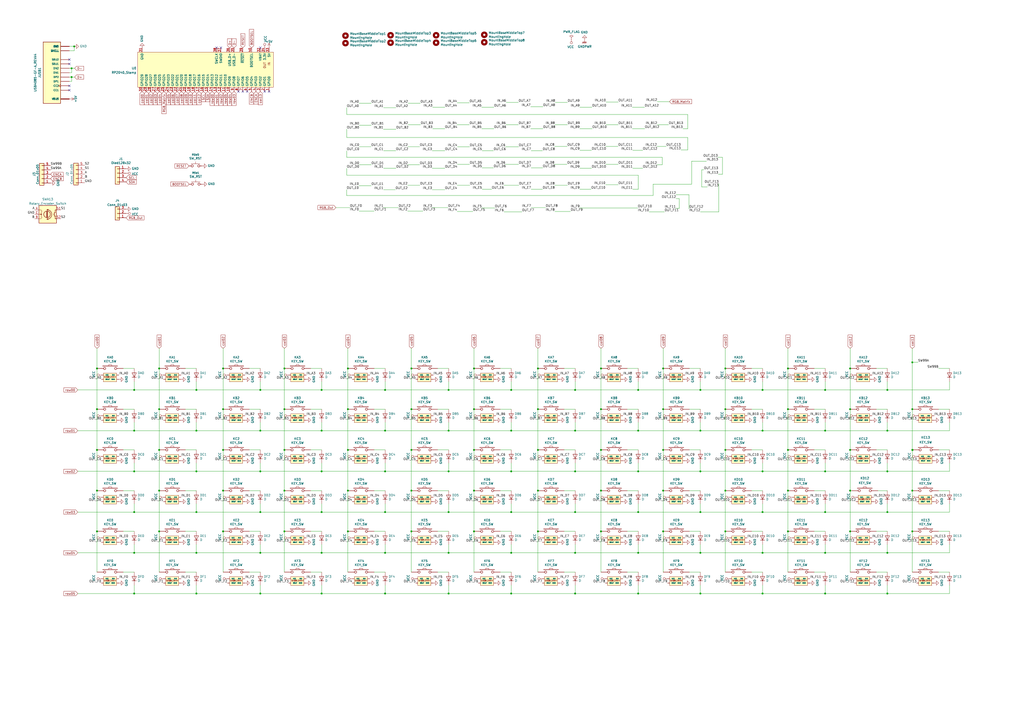
<source format=kicad_sch>
(kicad_sch (version 20211123) (generator eeschema)
  (paper "A2")
  (lib_symbols
    (symbol "KEY_SW_RGB_1" (pin_numbers hide) (pin_names (offset 1.016))
      (property "Reference" "KL" (at -3.81 2.794 0))
      (property "Value" "KEY_SW_RGB_1" (at -0.2032 -11.8364 0))
      (symbol "KEY_SW_RGB_1_0_1"
        (pin passive inverted (at -7.62 0 0) (length 5.08) (name "~") (number "1"))
        (pin passive inverted (at 7.62 0 180) (length 5.08) (name "~") (number "2"))
      )
      (symbol "KEY_SW_RGB_1_1_1"
        (text "SK6812mini" (at -0.0762 -4.953 0) (effects (font (size 0.7874 0.7874))))
        (pin power_in line (at -5.08 -3.81 0) (length 1.27) (name "VCC") (number "3"))
        (pin output line (at -5.08 -6.35 0) (length 1.27) (name "DOUT") (number "4"))
        (pin power_in line (at 5.08 -6.35 180) (length 1.27) (name "GND") (number "5"))
        (pin input line (at 5.08 -3.81 180) (length 1.27) (name "DIN") (number "6"))
      )
    )
    (symbol "KEY_SW_RGB_10" (pin_numbers hide) (pin_names (offset 1.016))
      (property "Reference" "KL" (at -3.81 2.794 0))
      (property "Value" "KEY_SW_RGB_10" (at -0.2032 -11.8364 0))
      (symbol "KEY_SW_RGB_10_0_1"
        (pin passive inverted (at -7.62 0 0) (length 5.08) (name "~") (number "1"))
        (pin passive inverted (at 7.62 0 180) (length 5.08) (name "~") (number "2"))
      )
      (symbol "KEY_SW_RGB_10_1_1"
        (text "SK6812mini" (at -0.0762 -4.953 0) (effects (font (size 0.7874 0.7874))))
        (pin power_in line (at -5.08 -3.81 0) (length 1.27) (name "VCC") (number "3"))
        (pin output line (at -5.08 -6.35 0) (length 1.27) (name "DOUT") (number "4"))
        (pin power_in line (at 5.08 -6.35 180) (length 1.27) (name "GND") (number "5"))
        (pin input line (at 5.08 -3.81 180) (length 1.27) (name "DIN") (number "6"))
      )
    )
    (symbol "KEY_SW_RGB_11" (pin_numbers hide) (pin_names (offset 1.016))
      (property "Reference" "KL" (at -3.81 2.794 0))
      (property "Value" "KEY_SW_RGB_11" (at -0.2032 -11.8364 0))
      (symbol "KEY_SW_RGB_11_0_1"
        (pin passive inverted (at -7.62 0 0) (length 5.08) (name "~") (number "1"))
        (pin passive inverted (at 7.62 0 180) (length 5.08) (name "~") (number "2"))
      )
      (symbol "KEY_SW_RGB_11_1_1"
        (text "SK6812mini" (at -0.0762 -4.953 0) (effects (font (size 0.7874 0.7874))))
        (pin power_in line (at -5.08 -3.81 0) (length 1.27) (name "VCC") (number "3"))
        (pin output line (at -5.08 -6.35 0) (length 1.27) (name "DOUT") (number "4"))
        (pin power_in line (at 5.08 -6.35 180) (length 1.27) (name "GND") (number "5"))
        (pin input line (at 5.08 -3.81 180) (length 1.27) (name "DIN") (number "6"))
      )
    )
    (symbol "KEY_SW_RGB_12" (pin_numbers hide) (pin_names (offset 1.016))
      (property "Reference" "KL" (at -3.81 2.794 0))
      (property "Value" "KEY_SW_RGB_12" (at -0.2032 -11.8364 0))
      (symbol "KEY_SW_RGB_12_0_1"
        (pin passive inverted (at -7.62 0 0) (length 5.08) (name "~") (number "1"))
        (pin passive inverted (at 7.62 0 180) (length 5.08) (name "~") (number "2"))
      )
      (symbol "KEY_SW_RGB_12_1_1"
        (text "SK6812mini" (at -0.0762 -4.953 0) (effects (font (size 0.7874 0.7874))))
        (pin power_in line (at -5.08 -3.81 0) (length 1.27) (name "VCC") (number "3"))
        (pin output line (at -5.08 -6.35 0) (length 1.27) (name "DOUT") (number "4"))
        (pin power_in line (at 5.08 -6.35 180) (length 1.27) (name "GND") (number "5"))
        (pin input line (at 5.08 -3.81 180) (length 1.27) (name "DIN") (number "6"))
      )
    )
    (symbol "KEY_SW_RGB_13" (pin_numbers hide) (pin_names (offset 1.016))
      (property "Reference" "KL" (at -3.81 2.794 0))
      (property "Value" "KEY_SW_RGB_13" (at -0.2032 -11.8364 0))
      (symbol "KEY_SW_RGB_13_0_1"
        (pin passive inverted (at -7.62 0 0) (length 5.08) (name "~") (number "1"))
        (pin passive inverted (at 7.62 0 180) (length 5.08) (name "~") (number "2"))
      )
      (symbol "KEY_SW_RGB_13_1_1"
        (text "SK6812mini" (at -0.0762 -4.953 0) (effects (font (size 0.7874 0.7874))))
        (pin power_in line (at -5.08 -3.81 0) (length 1.27) (name "VCC") (number "3"))
        (pin output line (at -5.08 -6.35 0) (length 1.27) (name "DOUT") (number "4"))
        (pin power_in line (at 5.08 -6.35 180) (length 1.27) (name "GND") (number "5"))
        (pin input line (at 5.08 -3.81 180) (length 1.27) (name "DIN") (number "6"))
      )
    )
    (symbol "KEY_SW_RGB_14" (pin_numbers hide) (pin_names (offset 1.016))
      (property "Reference" "KL" (at -3.81 2.794 0))
      (property "Value" "KEY_SW_RGB_14" (at -0.2032 -11.8364 0))
      (symbol "KEY_SW_RGB_14_0_1"
        (pin passive inverted (at -7.62 0 0) (length 5.08) (name "~") (number "1"))
        (pin passive inverted (at 7.62 0 180) (length 5.08) (name "~") (number "2"))
      )
      (symbol "KEY_SW_RGB_14_1_1"
        (text "SK6812mini" (at -0.0762 -4.953 0) (effects (font (size 0.7874 0.7874))))
        (pin power_in line (at -5.08 -3.81 0) (length 1.27) (name "VCC") (number "3"))
        (pin output line (at -5.08 -6.35 0) (length 1.27) (name "DOUT") (number "4"))
        (pin power_in line (at 5.08 -6.35 180) (length 1.27) (name "GND") (number "5"))
        (pin input line (at 5.08 -3.81 180) (length 1.27) (name "DIN") (number "6"))
      )
    )
    (symbol "KEY_SW_RGB_15" (pin_numbers hide) (pin_names (offset 1.016))
      (property "Reference" "KL" (at -3.81 2.794 0))
      (property "Value" "KEY_SW_RGB_15" (at -0.2032 -11.8364 0))
      (symbol "KEY_SW_RGB_15_0_1"
        (pin passive inverted (at -7.62 0 0) (length 5.08) (name "~") (number "1"))
        (pin passive inverted (at 7.62 0 180) (length 5.08) (name "~") (number "2"))
      )
      (symbol "KEY_SW_RGB_15_1_1"
        (text "SK6812mini" (at -0.0762 -4.953 0) (effects (font (size 0.7874 0.7874))))
        (pin power_in line (at -5.08 -3.81 0) (length 1.27) (name "VCC") (number "3"))
        (pin output line (at -5.08 -6.35 0) (length 1.27) (name "DOUT") (number "4"))
        (pin power_in line (at 5.08 -6.35 180) (length 1.27) (name "GND") (number "5"))
        (pin input line (at 5.08 -3.81 180) (length 1.27) (name "DIN") (number "6"))
      )
    )
    (symbol "KEY_SW_RGB_16" (pin_numbers hide) (pin_names (offset 1.016))
      (property "Reference" "KL" (at -3.81 2.794 0))
      (property "Value" "KEY_SW_RGB_16" (at -0.2032 -11.8364 0))
      (symbol "KEY_SW_RGB_16_0_1"
        (pin passive inverted (at -7.62 0 0) (length 5.08) (name "~") (number "1"))
        (pin passive inverted (at 7.62 0 180) (length 5.08) (name "~") (number "2"))
      )
      (symbol "KEY_SW_RGB_16_1_1"
        (text "SK6812mini" (at -0.0762 -4.953 0) (effects (font (size 0.7874 0.7874))))
        (pin power_in line (at -5.08 -3.81 0) (length 1.27) (name "VCC") (number "3"))
        (pin output line (at -5.08 -6.35 0) (length 1.27) (name "DOUT") (number "4"))
        (pin power_in line (at 5.08 -6.35 180) (length 1.27) (name "GND") (number "5"))
        (pin input line (at 5.08 -3.81 180) (length 1.27) (name "DIN") (number "6"))
      )
    )
    (symbol "KEY_SW_RGB_17" (pin_numbers hide) (pin_names (offset 1.016))
      (property "Reference" "KL" (at -3.81 2.794 0))
      (property "Value" "KEY_SW_RGB_17" (at -0.2032 -11.8364 0))
      (symbol "KEY_SW_RGB_17_0_1"
        (pin passive inverted (at -7.62 0 0) (length 5.08) (name "~") (number "1"))
        (pin passive inverted (at 7.62 0 180) (length 5.08) (name "~") (number "2"))
      )
      (symbol "KEY_SW_RGB_17_1_1"
        (text "SK6812mini" (at -0.0762 -4.953 0) (effects (font (size 0.7874 0.7874))))
        (pin power_in line (at -5.08 -3.81 0) (length 1.27) (name "VCC") (number "3"))
        (pin output line (at -5.08 -6.35 0) (length 1.27) (name "DOUT") (number "4"))
        (pin power_in line (at 5.08 -6.35 180) (length 1.27) (name "GND") (number "5"))
        (pin input line (at 5.08 -3.81 180) (length 1.27) (name "DIN") (number "6"))
      )
    )
    (symbol "KEY_SW_RGB_18" (pin_numbers hide) (pin_names (offset 1.016))
      (property "Reference" "KL" (at -3.81 2.794 0))
      (property "Value" "KEY_SW_RGB_18" (at -0.2032 -11.8364 0))
      (symbol "KEY_SW_RGB_18_0_1"
        (pin passive inverted (at -7.62 0 0) (length 5.08) (name "~") (number "1"))
        (pin passive inverted (at 7.62 0 180) (length 5.08) (name "~") (number "2"))
      )
      (symbol "KEY_SW_RGB_18_1_1"
        (text "SK6812mini" (at -0.0762 -4.953 0) (effects (font (size 0.7874 0.7874))))
        (pin power_in line (at -5.08 -3.81 0) (length 1.27) (name "VCC") (number "3"))
        (pin output line (at -5.08 -6.35 0) (length 1.27) (name "DOUT") (number "4"))
        (pin power_in line (at 5.08 -6.35 180) (length 1.27) (name "GND") (number "5"))
        (pin input line (at 5.08 -3.81 180) (length 1.27) (name "DIN") (number "6"))
      )
    )
    (symbol "KEY_SW_RGB_19" (pin_numbers hide) (pin_names (offset 1.016))
      (property "Reference" "KL" (at -3.81 2.794 0))
      (property "Value" "KEY_SW_RGB_19" (at -0.2032 -11.8364 0))
      (symbol "KEY_SW_RGB_19_0_1"
        (pin passive inverted (at -7.62 0 0) (length 5.08) (name "~") (number "1"))
        (pin passive inverted (at 7.62 0 180) (length 5.08) (name "~") (number "2"))
      )
      (symbol "KEY_SW_RGB_19_1_1"
        (text "SK6812mini" (at -0.0762 -4.953 0) (effects (font (size 0.7874 0.7874))))
        (pin power_in line (at -5.08 -3.81 0) (length 1.27) (name "VCC") (number "3"))
        (pin output line (at -5.08 -6.35 0) (length 1.27) (name "DOUT") (number "4"))
        (pin power_in line (at 5.08 -6.35 180) (length 1.27) (name "GND") (number "5"))
        (pin input line (at 5.08 -3.81 180) (length 1.27) (name "DIN") (number "6"))
      )
    )
    (symbol "KEY_SW_RGB_2" (pin_numbers hide) (pin_names (offset 1.016))
      (property "Reference" "KL" (at -3.81 2.794 0))
      (property "Value" "KEY_SW_RGB_2" (at -0.2032 -11.8364 0))
      (symbol "KEY_SW_RGB_2_0_1"
        (pin passive inverted (at -7.62 0 0) (length 5.08) (name "~") (number "1"))
        (pin passive inverted (at 7.62 0 180) (length 5.08) (name "~") (number "2"))
      )
      (symbol "KEY_SW_RGB_2_1_1"
        (text "SK6812mini" (at -0.0762 -4.953 0) (effects (font (size 0.7874 0.7874))))
        (pin power_in line (at -5.08 -3.81 0) (length 1.27) (name "VCC") (number "3"))
        (pin output line (at -5.08 -6.35 0) (length 1.27) (name "DOUT") (number "4"))
        (pin power_in line (at 5.08 -6.35 180) (length 1.27) (name "GND") (number "5"))
        (pin input line (at 5.08 -3.81 180) (length 1.27) (name "DIN") (number "6"))
      )
    )
    (symbol "KEY_SW_RGB_20" (pin_numbers hide) (pin_names (offset 1.016))
      (property "Reference" "KL" (at -3.81 2.794 0))
      (property "Value" "KEY_SW_RGB_20" (at -0.2032 -11.8364 0))
      (symbol "KEY_SW_RGB_20_0_1"
        (pin passive inverted (at -7.62 0 0) (length 5.08) (name "~") (number "1"))
        (pin passive inverted (at 7.62 0 180) (length 5.08) (name "~") (number "2"))
      )
      (symbol "KEY_SW_RGB_20_1_1"
        (text "SK6812mini" (at -0.0762 -4.953 0) (effects (font (size 0.7874 0.7874))))
        (pin power_in line (at -5.08 -3.81 0) (length 1.27) (name "VCC") (number "3"))
        (pin output line (at -5.08 -6.35 0) (length 1.27) (name "DOUT") (number "4"))
        (pin power_in line (at 5.08 -6.35 180) (length 1.27) (name "GND") (number "5"))
        (pin input line (at 5.08 -3.81 180) (length 1.27) (name "DIN") (number "6"))
      )
    )
    (symbol "KEY_SW_RGB_21" (pin_numbers hide) (pin_names (offset 1.016))
      (property "Reference" "KL" (at -3.81 2.794 0))
      (property "Value" "KEY_SW_RGB_21" (at -0.2032 -11.8364 0))
      (symbol "KEY_SW_RGB_21_0_1"
        (pin passive inverted (at -7.62 0 0) (length 5.08) (name "~") (number "1"))
        (pin passive inverted (at 7.62 0 180) (length 5.08) (name "~") (number "2"))
      )
      (symbol "KEY_SW_RGB_21_1_1"
        (text "SK6812mini" (at -0.0762 -4.953 0) (effects (font (size 0.7874 0.7874))))
        (pin power_in line (at -5.08 -3.81 0) (length 1.27) (name "VCC") (number "3"))
        (pin output line (at -5.08 -6.35 0) (length 1.27) (name "DOUT") (number "4"))
        (pin power_in line (at 5.08 -6.35 180) (length 1.27) (name "GND") (number "5"))
        (pin input line (at 5.08 -3.81 180) (length 1.27) (name "DIN") (number "6"))
      )
    )
    (symbol "KEY_SW_RGB_22" (pin_numbers hide) (pin_names (offset 1.016))
      (property "Reference" "KL" (at -3.81 2.794 0))
      (property "Value" "KEY_SW_RGB_22" (at -0.2032 -11.8364 0))
      (symbol "KEY_SW_RGB_22_0_1"
        (pin passive inverted (at -7.62 0 0) (length 5.08) (name "~") (number "1"))
        (pin passive inverted (at 7.62 0 180) (length 5.08) (name "~") (number "2"))
      )
      (symbol "KEY_SW_RGB_22_1_1"
        (text "SK6812mini" (at -0.0762 -4.953 0) (effects (font (size 0.7874 0.7874))))
        (pin power_in line (at -5.08 -3.81 0) (length 1.27) (name "VCC") (number "3"))
        (pin output line (at -5.08 -6.35 0) (length 1.27) (name "DOUT") (number "4"))
        (pin power_in line (at 5.08 -6.35 180) (length 1.27) (name "GND") (number "5"))
        (pin input line (at 5.08 -3.81 180) (length 1.27) (name "DIN") (number "6"))
      )
    )
    (symbol "KEY_SW_RGB_23" (pin_numbers hide) (pin_names (offset 1.016))
      (property "Reference" "KL" (at -3.81 2.794 0))
      (property "Value" "KEY_SW_RGB_23" (at -0.2032 -11.8364 0))
      (symbol "KEY_SW_RGB_23_0_1"
        (pin passive inverted (at -7.62 0 0) (length 5.08) (name "~") (number "1"))
        (pin passive inverted (at 7.62 0 180) (length 5.08) (name "~") (number "2"))
      )
      (symbol "KEY_SW_RGB_23_1_1"
        (text "SK6812mini" (at -0.0762 -4.953 0) (effects (font (size 0.7874 0.7874))))
        (pin power_in line (at -5.08 -3.81 0) (length 1.27) (name "VCC") (number "3"))
        (pin output line (at -5.08 -6.35 0) (length 1.27) (name "DOUT") (number "4"))
        (pin power_in line (at 5.08 -6.35 180) (length 1.27) (name "GND") (number "5"))
        (pin input line (at 5.08 -3.81 180) (length 1.27) (name "DIN") (number "6"))
      )
    )
    (symbol "KEY_SW_RGB_24" (pin_numbers hide) (pin_names (offset 1.016))
      (property "Reference" "KL" (at -3.81 2.794 0))
      (property "Value" "KEY_SW_RGB_24" (at -0.2032 -11.8364 0))
      (symbol "KEY_SW_RGB_24_0_1"
        (pin passive inverted (at -7.62 0 0) (length 5.08) (name "~") (number "1"))
        (pin passive inverted (at 7.62 0 180) (length 5.08) (name "~") (number "2"))
      )
      (symbol "KEY_SW_RGB_24_1_1"
        (text "SK6812mini" (at -0.0762 -4.953 0) (effects (font (size 0.7874 0.7874))))
        (pin power_in line (at -5.08 -3.81 0) (length 1.27) (name "VCC") (number "3"))
        (pin output line (at -5.08 -6.35 0) (length 1.27) (name "DOUT") (number "4"))
        (pin power_in line (at 5.08 -6.35 180) (length 1.27) (name "GND") (number "5"))
        (pin input line (at 5.08 -3.81 180) (length 1.27) (name "DIN") (number "6"))
      )
    )
    (symbol "KEY_SW_RGB_25" (pin_numbers hide) (pin_names (offset 1.016))
      (property "Reference" "KL" (at -3.81 2.794 0))
      (property "Value" "KEY_SW_RGB_25" (at -0.2032 -11.8364 0))
      (symbol "KEY_SW_RGB_25_0_1"
        (pin passive inverted (at -7.62 0 0) (length 5.08) (name "~") (number "1"))
        (pin passive inverted (at 7.62 0 180) (length 5.08) (name "~") (number "2"))
      )
      (symbol "KEY_SW_RGB_25_1_1"
        (text "SK6812mini" (at -0.0762 -4.953 0) (effects (font (size 0.7874 0.7874))))
        (pin power_in line (at -5.08 -3.81 0) (length 1.27) (name "VCC") (number "3"))
        (pin output line (at -5.08 -6.35 0) (length 1.27) (name "DOUT") (number "4"))
        (pin power_in line (at 5.08 -6.35 180) (length 1.27) (name "GND") (number "5"))
        (pin input line (at 5.08 -3.81 180) (length 1.27) (name "DIN") (number "6"))
      )
    )
    (symbol "KEY_SW_RGB_26" (pin_numbers hide) (pin_names (offset 1.016))
      (property "Reference" "KL" (at -3.81 2.794 0))
      (property "Value" "KEY_SW_RGB_26" (at -0.2032 -11.8364 0))
      (symbol "KEY_SW_RGB_26_0_1"
        (pin passive inverted (at -7.62 0 0) (length 5.08) (name "~") (number "1"))
        (pin passive inverted (at 7.62 0 180) (length 5.08) (name "~") (number "2"))
      )
      (symbol "KEY_SW_RGB_26_1_1"
        (text "SK6812mini" (at -0.0762 -4.953 0) (effects (font (size 0.7874 0.7874))))
        (pin power_in line (at -5.08 -3.81 0) (length 1.27) (name "VCC") (number "3"))
        (pin output line (at -5.08 -6.35 0) (length 1.27) (name "DOUT") (number "4"))
        (pin power_in line (at 5.08 -6.35 180) (length 1.27) (name "GND") (number "5"))
        (pin input line (at 5.08 -3.81 180) (length 1.27) (name "DIN") (number "6"))
      )
    )
    (symbol "KEY_SW_RGB_27" (pin_numbers hide) (pin_names (offset 1.016))
      (property "Reference" "KL" (at -3.81 2.794 0))
      (property "Value" "KEY_SW_RGB_27" (at -0.2032 -11.8364 0))
      (symbol "KEY_SW_RGB_27_0_1"
        (pin passive inverted (at -7.62 0 0) (length 5.08) (name "~") (number "1"))
        (pin passive inverted (at 7.62 0 180) (length 5.08) (name "~") (number "2"))
      )
      (symbol "KEY_SW_RGB_27_1_1"
        (text "SK6812mini" (at -0.0762 -4.953 0) (effects (font (size 0.7874 0.7874))))
        (pin power_in line (at -5.08 -3.81 0) (length 1.27) (name "VCC") (number "3"))
        (pin output line (at -5.08 -6.35 0) (length 1.27) (name "DOUT") (number "4"))
        (pin power_in line (at 5.08 -6.35 180) (length 1.27) (name "GND") (number "5"))
        (pin input line (at 5.08 -3.81 180) (length 1.27) (name "DIN") (number "6"))
      )
    )
    (symbol "KEY_SW_RGB_28" (pin_numbers hide) (pin_names (offset 1.016))
      (property "Reference" "KL" (at -3.81 2.794 0))
      (property "Value" "KEY_SW_RGB_28" (at -0.2032 -11.8364 0))
      (symbol "KEY_SW_RGB_28_0_1"
        (pin passive inverted (at -7.62 0 0) (length 5.08) (name "~") (number "1"))
        (pin passive inverted (at 7.62 0 180) (length 5.08) (name "~") (number "2"))
      )
      (symbol "KEY_SW_RGB_28_1_1"
        (text "SK6812mini" (at -0.0762 -4.953 0) (effects (font (size 0.7874 0.7874))))
        (pin power_in line (at -5.08 -3.81 0) (length 1.27) (name "VCC") (number "3"))
        (pin output line (at -5.08 -6.35 0) (length 1.27) (name "DOUT") (number "4"))
        (pin power_in line (at 5.08 -6.35 180) (length 1.27) (name "GND") (number "5"))
        (pin input line (at 5.08 -3.81 180) (length 1.27) (name "DIN") (number "6"))
      )
    )
    (symbol "KEY_SW_RGB_29" (pin_numbers hide) (pin_names (offset 1.016))
      (property "Reference" "KL" (at -3.81 2.794 0))
      (property "Value" "KEY_SW_RGB_29" (at -0.2032 -11.8364 0))
      (symbol "KEY_SW_RGB_29_0_1"
        (pin passive inverted (at -7.62 0 0) (length 5.08) (name "~") (number "1"))
        (pin passive inverted (at 7.62 0 180) (length 5.08) (name "~") (number "2"))
      )
      (symbol "KEY_SW_RGB_29_1_1"
        (text "SK6812mini" (at -0.0762 -4.953 0) (effects (font (size 0.7874 0.7874))))
        (pin power_in line (at -5.08 -3.81 0) (length 1.27) (name "VCC") (number "3"))
        (pin output line (at -5.08 -6.35 0) (length 1.27) (name "DOUT") (number "4"))
        (pin power_in line (at 5.08 -6.35 180) (length 1.27) (name "GND") (number "5"))
        (pin input line (at 5.08 -3.81 180) (length 1.27) (name "DIN") (number "6"))
      )
    )
    (symbol "KEY_SW_RGB_3" (pin_numbers hide) (pin_names (offset 1.016))
      (property "Reference" "KL" (at -3.81 2.794 0))
      (property "Value" "KEY_SW_RGB_3" (at -0.2032 -11.8364 0))
      (symbol "KEY_SW_RGB_3_0_1"
        (pin passive inverted (at -7.62 0 0) (length 5.08) (name "~") (number "1"))
        (pin passive inverted (at 7.62 0 180) (length 5.08) (name "~") (number "2"))
      )
      (symbol "KEY_SW_RGB_3_1_1"
        (text "SK6812mini" (at -0.0762 -4.953 0) (effects (font (size 0.7874 0.7874))))
        (pin power_in line (at -5.08 -3.81 0) (length 1.27) (name "VCC") (number "3"))
        (pin output line (at -5.08 -6.35 0) (length 1.27) (name "DOUT") (number "4"))
        (pin power_in line (at 5.08 -6.35 180) (length 1.27) (name "GND") (number "5"))
        (pin input line (at 5.08 -3.81 180) (length 1.27) (name "DIN") (number "6"))
      )
    )
    (symbol "KEY_SW_RGB_30" (pin_numbers hide) (pin_names (offset 1.016))
      (property "Reference" "KL" (at -3.81 2.794 0))
      (property "Value" "KEY_SW_RGB_30" (at -0.2032 -11.8364 0))
      (symbol "KEY_SW_RGB_30_0_1"
        (pin passive inverted (at -7.62 0 0) (length 5.08) (name "~") (number "1"))
        (pin passive inverted (at 7.62 0 180) (length 5.08) (name "~") (number "2"))
      )
      (symbol "KEY_SW_RGB_30_1_1"
        (text "SK6812mini" (at -0.0762 -4.953 0) (effects (font (size 0.7874 0.7874))))
        (pin power_in line (at -5.08 -3.81 0) (length 1.27) (name "VCC") (number "3"))
        (pin output line (at -5.08 -6.35 0) (length 1.27) (name "DOUT") (number "4"))
        (pin power_in line (at 5.08 -6.35 180) (length 1.27) (name "GND") (number "5"))
        (pin input line (at 5.08 -3.81 180) (length 1.27) (name "DIN") (number "6"))
      )
    )
    (symbol "KEY_SW_RGB_31" (pin_numbers hide) (pin_names (offset 1.016))
      (property "Reference" "KL" (at -3.81 2.794 0))
      (property "Value" "KEY_SW_RGB_31" (at -0.2032 -11.8364 0))
      (symbol "KEY_SW_RGB_31_0_1"
        (pin passive inverted (at -7.62 0 0) (length 5.08) (name "~") (number "1"))
        (pin passive inverted (at 7.62 0 180) (length 5.08) (name "~") (number "2"))
      )
      (symbol "KEY_SW_RGB_31_1_1"
        (text "SK6812mini" (at -0.0762 -4.953 0) (effects (font (size 0.7874 0.7874))))
        (pin power_in line (at -5.08 -3.81 0) (length 1.27) (name "VCC") (number "3"))
        (pin output line (at -5.08 -6.35 0) (length 1.27) (name "DOUT") (number "4"))
        (pin power_in line (at 5.08 -6.35 180) (length 1.27) (name "GND") (number "5"))
        (pin input line (at 5.08 -3.81 180) (length 1.27) (name "DIN") (number "6"))
      )
    )
    (symbol "KEY_SW_RGB_32" (pin_numbers hide) (pin_names (offset 1.016))
      (property "Reference" "KL" (at -3.81 2.794 0))
      (property "Value" "KEY_SW_RGB_32" (at -0.2032 -11.8364 0))
      (symbol "KEY_SW_RGB_32_0_1"
        (pin passive inverted (at -7.62 0 0) (length 5.08) (name "~") (number "1"))
        (pin passive inverted (at 7.62 0 180) (length 5.08) (name "~") (number "2"))
      )
      (symbol "KEY_SW_RGB_32_1_1"
        (text "SK6812mini" (at -0.0762 -4.953 0) (effects (font (size 0.7874 0.7874))))
        (pin power_in line (at -5.08 -3.81 0) (length 1.27) (name "VCC") (number "3"))
        (pin output line (at -5.08 -6.35 0) (length 1.27) (name "DOUT") (number "4"))
        (pin power_in line (at 5.08 -6.35 180) (length 1.27) (name "GND") (number "5"))
        (pin input line (at 5.08 -3.81 180) (length 1.27) (name "DIN") (number "6"))
      )
    )
    (symbol "KEY_SW_RGB_33" (pin_numbers hide) (pin_names (offset 1.016))
      (property "Reference" "KL" (at -3.81 2.794 0))
      (property "Value" "KEY_SW_RGB_33" (at -0.2032 -11.8364 0))
      (symbol "KEY_SW_RGB_33_0_1"
        (pin passive inverted (at -7.62 0 0) (length 5.08) (name "~") (number "1"))
        (pin passive inverted (at 7.62 0 180) (length 5.08) (name "~") (number "2"))
      )
      (symbol "KEY_SW_RGB_33_1_1"
        (text "SK6812mini" (at -0.0762 -4.953 0) (effects (font (size 0.7874 0.7874))))
        (pin power_in line (at -5.08 -3.81 0) (length 1.27) (name "VCC") (number "3"))
        (pin output line (at -5.08 -6.35 0) (length 1.27) (name "DOUT") (number "4"))
        (pin power_in line (at 5.08 -6.35 180) (length 1.27) (name "GND") (number "5"))
        (pin input line (at 5.08 -3.81 180) (length 1.27) (name "DIN") (number "6"))
      )
    )
    (symbol "KEY_SW_RGB_34" (pin_numbers hide) (pin_names (offset 1.016))
      (property "Reference" "KL" (at -3.81 2.794 0))
      (property "Value" "KEY_SW_RGB_34" (at -0.2032 -11.8364 0))
      (symbol "KEY_SW_RGB_34_0_1"
        (pin passive inverted (at -7.62 0 0) (length 5.08) (name "~") (number "1"))
        (pin passive inverted (at 7.62 0 180) (length 5.08) (name "~") (number "2"))
      )
      (symbol "KEY_SW_RGB_34_1_1"
        (text "SK6812mini" (at -0.0762 -4.953 0) (effects (font (size 0.7874 0.7874))))
        (pin power_in line (at -5.08 -3.81 0) (length 1.27) (name "VCC") (number "3"))
        (pin output line (at -5.08 -6.35 0) (length 1.27) (name "DOUT") (number "4"))
        (pin power_in line (at 5.08 -6.35 180) (length 1.27) (name "GND") (number "5"))
        (pin input line (at 5.08 -3.81 180) (length 1.27) (name "DIN") (number "6"))
      )
    )
    (symbol "KEY_SW_RGB_35" (pin_numbers hide) (pin_names (offset 1.016))
      (property "Reference" "KL" (at -3.81 2.794 0))
      (property "Value" "KEY_SW_RGB_35" (at -0.2032 -11.8364 0))
      (symbol "KEY_SW_RGB_35_0_1"
        (pin passive inverted (at -7.62 0 0) (length 5.08) (name "~") (number "1"))
        (pin passive inverted (at 7.62 0 180) (length 5.08) (name "~") (number "2"))
      )
      (symbol "KEY_SW_RGB_35_1_1"
        (text "SK6812mini" (at -0.0762 -4.953 0) (effects (font (size 0.7874 0.7874))))
        (pin power_in line (at -5.08 -3.81 0) (length 1.27) (name "VCC") (number "3"))
        (pin output line (at -5.08 -6.35 0) (length 1.27) (name "DOUT") (number "4"))
        (pin power_in line (at 5.08 -6.35 180) (length 1.27) (name "GND") (number "5"))
        (pin input line (at 5.08 -3.81 180) (length 1.27) (name "DIN") (number "6"))
      )
    )
    (symbol "KEY_SW_RGB_36" (pin_numbers hide) (pin_names (offset 1.016))
      (property "Reference" "KL" (at -3.81 2.794 0))
      (property "Value" "KEY_SW_RGB_36" (at -0.2032 -11.8364 0))
      (symbol "KEY_SW_RGB_36_0_1"
        (pin passive inverted (at -7.62 0 0) (length 5.08) (name "~") (number "1"))
        (pin passive inverted (at 7.62 0 180) (length 5.08) (name "~") (number "2"))
      )
      (symbol "KEY_SW_RGB_36_1_1"
        (text "SK6812mini" (at -0.0762 -4.953 0) (effects (font (size 0.7874 0.7874))))
        (pin power_in line (at -5.08 -3.81 0) (length 1.27) (name "VCC") (number "3"))
        (pin output line (at -5.08 -6.35 0) (length 1.27) (name "DOUT") (number "4"))
        (pin power_in line (at 5.08 -6.35 180) (length 1.27) (name "GND") (number "5"))
        (pin input line (at 5.08 -3.81 180) (length 1.27) (name "DIN") (number "6"))
      )
    )
    (symbol "KEY_SW_RGB_37" (pin_numbers hide) (pin_names (offset 1.016))
      (property "Reference" "KL" (at -3.81 2.794 0))
      (property "Value" "KEY_SW_RGB_37" (at -0.2032 -11.8364 0))
      (symbol "KEY_SW_RGB_37_0_1"
        (pin passive inverted (at -7.62 0 0) (length 5.08) (name "~") (number "1"))
        (pin passive inverted (at 7.62 0 180) (length 5.08) (name "~") (number "2"))
      )
      (symbol "KEY_SW_RGB_37_1_1"
        (text "SK6812mini" (at -0.0762 -4.953 0) (effects (font (size 0.7874 0.7874))))
        (pin power_in line (at -5.08 -3.81 0) (length 1.27) (name "VCC") (number "3"))
        (pin output line (at -5.08 -6.35 0) (length 1.27) (name "DOUT") (number "4"))
        (pin power_in line (at 5.08 -6.35 180) (length 1.27) (name "GND") (number "5"))
        (pin input line (at 5.08 -3.81 180) (length 1.27) (name "DIN") (number "6"))
      )
    )
    (symbol "KEY_SW_RGB_38" (pin_numbers hide) (pin_names (offset 1.016))
      (property "Reference" "KL" (at -3.81 2.794 0))
      (property "Value" "KEY_SW_RGB_38" (at -0.2032 -11.8364 0))
      (symbol "KEY_SW_RGB_38_0_1"
        (pin passive inverted (at -7.62 0 0) (length 5.08) (name "~") (number "1"))
        (pin passive inverted (at 7.62 0 180) (length 5.08) (name "~") (number "2"))
      )
      (symbol "KEY_SW_RGB_38_1_1"
        (text "SK6812mini" (at -0.0762 -4.953 0) (effects (font (size 0.7874 0.7874))))
        (pin power_in line (at -5.08 -3.81 0) (length 1.27) (name "VCC") (number "3"))
        (pin output line (at -5.08 -6.35 0) (length 1.27) (name "DOUT") (number "4"))
        (pin power_in line (at 5.08 -6.35 180) (length 1.27) (name "GND") (number "5"))
        (pin input line (at 5.08 -3.81 180) (length 1.27) (name "DIN") (number "6"))
      )
    )
    (symbol "KEY_SW_RGB_39" (pin_numbers hide) (pin_names (offset 1.016))
      (property "Reference" "KL" (at -3.81 2.794 0))
      (property "Value" "KEY_SW_RGB_39" (at -0.2032 -11.8364 0))
      (symbol "KEY_SW_RGB_39_0_1"
        (pin passive inverted (at -7.62 0 0) (length 5.08) (name "~") (number "1"))
        (pin passive inverted (at 7.62 0 180) (length 5.08) (name "~") (number "2"))
      )
      (symbol "KEY_SW_RGB_39_1_1"
        (text "SK6812mini" (at -0.0762 -4.953 0) (effects (font (size 0.7874 0.7874))))
        (pin power_in line (at -5.08 -3.81 0) (length 1.27) (name "VCC") (number "3"))
        (pin output line (at -5.08 -6.35 0) (length 1.27) (name "DOUT") (number "4"))
        (pin power_in line (at 5.08 -6.35 180) (length 1.27) (name "GND") (number "5"))
        (pin input line (at 5.08 -3.81 180) (length 1.27) (name "DIN") (number "6"))
      )
    )
    (symbol "KEY_SW_RGB_4" (pin_numbers hide) (pin_names (offset 1.016))
      (property "Reference" "KL" (at -3.81 2.794 0))
      (property "Value" "KEY_SW_RGB_4" (at -0.2032 -11.8364 0))
      (symbol "KEY_SW_RGB_4_0_1"
        (pin passive inverted (at -7.62 0 0) (length 5.08) (name "~") (number "1"))
        (pin passive inverted (at 7.62 0 180) (length 5.08) (name "~") (number "2"))
      )
      (symbol "KEY_SW_RGB_4_1_1"
        (text "SK6812mini" (at -0.0762 -4.953 0) (effects (font (size 0.7874 0.7874))))
        (pin power_in line (at -5.08 -3.81 0) (length 1.27) (name "VCC") (number "3"))
        (pin output line (at -5.08 -6.35 0) (length 1.27) (name "DOUT") (number "4"))
        (pin power_in line (at 5.08 -6.35 180) (length 1.27) (name "GND") (number "5"))
        (pin input line (at 5.08 -3.81 180) (length 1.27) (name "DIN") (number "6"))
      )
    )
    (symbol "KEY_SW_RGB_40" (pin_numbers hide) (pin_names (offset 1.016))
      (property "Reference" "KL" (at -3.81 2.794 0))
      (property "Value" "KEY_SW_RGB_40" (at -0.2032 -11.8364 0))
      (symbol "KEY_SW_RGB_40_0_1"
        (pin passive inverted (at -7.62 0 0) (length 5.08) (name "~") (number "1"))
        (pin passive inverted (at 7.62 0 180) (length 5.08) (name "~") (number "2"))
      )
      (symbol "KEY_SW_RGB_40_1_1"
        (text "SK6812mini" (at -0.0762 -4.953 0) (effects (font (size 0.7874 0.7874))))
        (pin power_in line (at -5.08 -3.81 0) (length 1.27) (name "VCC") (number "3"))
        (pin output line (at -5.08 -6.35 0) (length 1.27) (name "DOUT") (number "4"))
        (pin power_in line (at 5.08 -6.35 180) (length 1.27) (name "GND") (number "5"))
        (pin input line (at 5.08 -3.81 180) (length 1.27) (name "DIN") (number "6"))
      )
    )
    (symbol "KEY_SW_RGB_41" (pin_numbers hide) (pin_names (offset 1.016))
      (property "Reference" "KL" (at -3.81 2.794 0))
      (property "Value" "KEY_SW_RGB_41" (at -0.2032 -11.8364 0))
      (symbol "KEY_SW_RGB_41_0_1"
        (pin passive inverted (at -7.62 0 0) (length 5.08) (name "~") (number "1"))
        (pin passive inverted (at 7.62 0 180) (length 5.08) (name "~") (number "2"))
      )
      (symbol "KEY_SW_RGB_41_1_1"
        (text "SK6812mini" (at -0.0762 -4.953 0) (effects (font (size 0.7874 0.7874))))
        (pin power_in line (at -5.08 -3.81 0) (length 1.27) (name "VCC") (number "3"))
        (pin output line (at -5.08 -6.35 0) (length 1.27) (name "DOUT") (number "4"))
        (pin power_in line (at 5.08 -6.35 180) (length 1.27) (name "GND") (number "5"))
        (pin input line (at 5.08 -3.81 180) (length 1.27) (name "DIN") (number "6"))
      )
    )
    (symbol "KEY_SW_RGB_42" (pin_numbers hide) (pin_names (offset 1.016))
      (property "Reference" "KL" (at -3.81 2.794 0))
      (property "Value" "KEY_SW_RGB_42" (at -0.2032 -11.8364 0))
      (symbol "KEY_SW_RGB_42_0_1"
        (pin passive inverted (at -7.62 0 0) (length 5.08) (name "~") (number "1"))
        (pin passive inverted (at 7.62 0 180) (length 5.08) (name "~") (number "2"))
      )
      (symbol "KEY_SW_RGB_42_1_1"
        (text "SK6812mini" (at -0.0762 -4.953 0) (effects (font (size 0.7874 0.7874))))
        (pin power_in line (at -5.08 -3.81 0) (length 1.27) (name "VCC") (number "3"))
        (pin output line (at -5.08 -6.35 0) (length 1.27) (name "DOUT") (number "4"))
        (pin power_in line (at 5.08 -6.35 180) (length 1.27) (name "GND") (number "5"))
        (pin input line (at 5.08 -3.81 180) (length 1.27) (name "DIN") (number "6"))
      )
    )
    (symbol "KEY_SW_RGB_43" (pin_numbers hide) (pin_names (offset 1.016))
      (property "Reference" "KL" (at -3.81 2.794 0))
      (property "Value" "KEY_SW_RGB_43" (at -0.2032 -11.8364 0))
      (symbol "KEY_SW_RGB_43_0_1"
        (pin passive inverted (at -7.62 0 0) (length 5.08) (name "~") (number "1"))
        (pin passive inverted (at 7.62 0 180) (length 5.08) (name "~") (number "2"))
      )
      (symbol "KEY_SW_RGB_43_1_1"
        (text "SK6812mini" (at -0.0762 -4.953 0) (effects (font (size 0.7874 0.7874))))
        (pin power_in line (at -5.08 -3.81 0) (length 1.27) (name "VCC") (number "3"))
        (pin output line (at -5.08 -6.35 0) (length 1.27) (name "DOUT") (number "4"))
        (pin power_in line (at 5.08 -6.35 180) (length 1.27) (name "GND") (number "5"))
        (pin input line (at 5.08 -3.81 180) (length 1.27) (name "DIN") (number "6"))
      )
    )
    (symbol "KEY_SW_RGB_44" (pin_numbers hide) (pin_names (offset 1.016))
      (property "Reference" "KL" (at -3.81 2.794 0))
      (property "Value" "KEY_SW_RGB_44" (at -0.2032 -11.8364 0))
      (symbol "KEY_SW_RGB_44_0_1"
        (pin passive inverted (at -7.62 0 0) (length 5.08) (name "~") (number "1"))
        (pin passive inverted (at 7.62 0 180) (length 5.08) (name "~") (number "2"))
      )
      (symbol "KEY_SW_RGB_44_1_1"
        (text "SK6812mini" (at -0.0762 -4.953 0) (effects (font (size 0.7874 0.7874))))
        (pin power_in line (at -5.08 -3.81 0) (length 1.27) (name "VCC") (number "3"))
        (pin output line (at -5.08 -6.35 0) (length 1.27) (name "DOUT") (number "4"))
        (pin power_in line (at 5.08 -6.35 180) (length 1.27) (name "GND") (number "5"))
        (pin input line (at 5.08 -3.81 180) (length 1.27) (name "DIN") (number "6"))
      )
    )
    (symbol "KEY_SW_RGB_45" (pin_numbers hide) (pin_names (offset 1.016))
      (property "Reference" "KL" (at -3.81 2.794 0))
      (property "Value" "KEY_SW_RGB_45" (at -0.2032 -11.8364 0))
      (symbol "KEY_SW_RGB_45_0_1"
        (pin passive inverted (at -7.62 0 0) (length 5.08) (name "~") (number "1"))
        (pin passive inverted (at 7.62 0 180) (length 5.08) (name "~") (number "2"))
      )
      (symbol "KEY_SW_RGB_45_1_1"
        (text "SK6812mini" (at -0.0762 -4.953 0) (effects (font (size 0.7874 0.7874))))
        (pin power_in line (at -5.08 -3.81 0) (length 1.27) (name "VCC") (number "3"))
        (pin output line (at -5.08 -6.35 0) (length 1.27) (name "DOUT") (number "4"))
        (pin power_in line (at 5.08 -6.35 180) (length 1.27) (name "GND") (number "5"))
        (pin input line (at 5.08 -3.81 180) (length 1.27) (name "DIN") (number "6"))
      )
    )
    (symbol "KEY_SW_RGB_46" (pin_numbers hide) (pin_names (offset 1.016))
      (property "Reference" "KL" (at -3.81 2.794 0))
      (property "Value" "KEY_SW_RGB_46" (at -0.2032 -11.8364 0))
      (symbol "KEY_SW_RGB_46_0_1"
        (pin passive inverted (at -7.62 0 0) (length 5.08) (name "~") (number "1"))
        (pin passive inverted (at 7.62 0 180) (length 5.08) (name "~") (number "2"))
      )
      (symbol "KEY_SW_RGB_46_1_1"
        (text "SK6812mini" (at -0.0762 -4.953 0) (effects (font (size 0.7874 0.7874))))
        (pin power_in line (at -5.08 -3.81 0) (length 1.27) (name "VCC") (number "3"))
        (pin output line (at -5.08 -6.35 0) (length 1.27) (name "DOUT") (number "4"))
        (pin power_in line (at 5.08 -6.35 180) (length 1.27) (name "GND") (number "5"))
        (pin input line (at 5.08 -3.81 180) (length 1.27) (name "DIN") (number "6"))
      )
    )
    (symbol "KEY_SW_RGB_47" (pin_numbers hide) (pin_names (offset 1.016))
      (property "Reference" "KL" (at -3.81 2.794 0))
      (property "Value" "KEY_SW_RGB_47" (at -0.2032 -11.8364 0))
      (symbol "KEY_SW_RGB_47_0_1"
        (pin passive inverted (at -7.62 0 0) (length 5.08) (name "~") (number "1"))
        (pin passive inverted (at 7.62 0 180) (length 5.08) (name "~") (number "2"))
      )
      (symbol "KEY_SW_RGB_47_1_1"
        (text "SK6812mini" (at -0.0762 -4.953 0) (effects (font (size 0.7874 0.7874))))
        (pin power_in line (at -5.08 -3.81 0) (length 1.27) (name "VCC") (number "3"))
        (pin output line (at -5.08 -6.35 0) (length 1.27) (name "DOUT") (number "4"))
        (pin power_in line (at 5.08 -6.35 180) (length 1.27) (name "GND") (number "5"))
        (pin input line (at 5.08 -3.81 180) (length 1.27) (name "DIN") (number "6"))
      )
    )
    (symbol "KEY_SW_RGB_48" (pin_numbers hide) (pin_names (offset 1.016))
      (property "Reference" "KL" (at -3.81 2.794 0))
      (property "Value" "KEY_SW_RGB_48" (at -0.2032 -11.8364 0))
      (symbol "KEY_SW_RGB_48_0_1"
        (pin passive inverted (at -7.62 0 0) (length 5.08) (name "~") (number "1"))
        (pin passive inverted (at 7.62 0 180) (length 5.08) (name "~") (number "2"))
      )
      (symbol "KEY_SW_RGB_48_1_1"
        (text "SK6812mini" (at -0.0762 -4.953 0) (effects (font (size 0.7874 0.7874))))
        (pin power_in line (at -5.08 -3.81 0) (length 1.27) (name "VCC") (number "3"))
        (pin output line (at -5.08 -6.35 0) (length 1.27) (name "DOUT") (number "4"))
        (pin power_in line (at 5.08 -6.35 180) (length 1.27) (name "GND") (number "5"))
        (pin input line (at 5.08 -3.81 180) (length 1.27) (name "DIN") (number "6"))
      )
    )
    (symbol "KEY_SW_RGB_49" (pin_numbers hide) (pin_names (offset 1.016))
      (property "Reference" "KL" (at -3.81 2.794 0))
      (property "Value" "KEY_SW_RGB_49" (at -0.2032 -11.8364 0))
      (symbol "KEY_SW_RGB_49_0_1"
        (pin passive inverted (at -7.62 0 0) (length 5.08) (name "~") (number "1"))
        (pin passive inverted (at 7.62 0 180) (length 5.08) (name "~") (number "2"))
      )
      (symbol "KEY_SW_RGB_49_1_1"
        (text "SK6812mini" (at -0.0762 -4.953 0) (effects (font (size 0.7874 0.7874))))
        (pin power_in line (at -5.08 -3.81 0) (length 1.27) (name "VCC") (number "3"))
        (pin output line (at -5.08 -6.35 0) (length 1.27) (name "DOUT") (number "4"))
        (pin power_in line (at 5.08 -6.35 180) (length 1.27) (name "GND") (number "5"))
        (pin input line (at 5.08 -3.81 180) (length 1.27) (name "DIN") (number "6"))
      )
    )
    (symbol "KEY_SW_RGB_5" (pin_numbers hide) (pin_names (offset 1.016))
      (property "Reference" "KL" (at -3.81 2.794 0))
      (property "Value" "KEY_SW_RGB_5" (at -0.2032 -11.8364 0))
      (symbol "KEY_SW_RGB_5_0_1"
        (pin passive inverted (at -7.62 0 0) (length 5.08) (name "~") (number "1"))
        (pin passive inverted (at 7.62 0 180) (length 5.08) (name "~") (number "2"))
      )
      (symbol "KEY_SW_RGB_5_1_1"
        (text "SK6812mini" (at -0.0762 -4.953 0) (effects (font (size 0.7874 0.7874))))
        (pin power_in line (at -5.08 -3.81 0) (length 1.27) (name "VCC") (number "3"))
        (pin output line (at -5.08 -6.35 0) (length 1.27) (name "DOUT") (number "4"))
        (pin power_in line (at 5.08 -6.35 180) (length 1.27) (name "GND") (number "5"))
        (pin input line (at 5.08 -3.81 180) (length 1.27) (name "DIN") (number "6"))
      )
    )
    (symbol "KEY_SW_RGB_50" (pin_numbers hide) (pin_names (offset 1.016))
      (property "Reference" "KL" (at -3.81 2.794 0))
      (property "Value" "KEY_SW_RGB_50" (at -0.2032 -11.8364 0))
      (symbol "KEY_SW_RGB_50_0_1"
        (pin passive inverted (at -7.62 0 0) (length 5.08) (name "~") (number "1"))
        (pin passive inverted (at 7.62 0 180) (length 5.08) (name "~") (number "2"))
      )
      (symbol "KEY_SW_RGB_50_1_1"
        (text "SK6812mini" (at -0.0762 -4.953 0) (effects (font (size 0.7874 0.7874))))
        (pin power_in line (at -5.08 -3.81 0) (length 1.27) (name "VCC") (number "3"))
        (pin output line (at -5.08 -6.35 0) (length 1.27) (name "DOUT") (number "4"))
        (pin power_in line (at 5.08 -6.35 180) (length 1.27) (name "GND") (number "5"))
        (pin input line (at 5.08 -3.81 180) (length 1.27) (name "DIN") (number "6"))
      )
    )
    (symbol "KEY_SW_RGB_51" (pin_numbers hide) (pin_names (offset 1.016))
      (property "Reference" "KL" (at -3.81 2.794 0))
      (property "Value" "KEY_SW_RGB_51" (at -0.2032 -11.8364 0))
      (symbol "KEY_SW_RGB_51_0_1"
        (pin passive inverted (at -7.62 0 0) (length 5.08) (name "~") (number "1"))
        (pin passive inverted (at 7.62 0 180) (length 5.08) (name "~") (number "2"))
      )
      (symbol "KEY_SW_RGB_51_1_1"
        (text "SK6812mini" (at -0.0762 -4.953 0) (effects (font (size 0.7874 0.7874))))
        (pin power_in line (at -5.08 -3.81 0) (length 1.27) (name "VCC") (number "3"))
        (pin output line (at -5.08 -6.35 0) (length 1.27) (name "DOUT") (number "4"))
        (pin power_in line (at 5.08 -6.35 180) (length 1.27) (name "GND") (number "5"))
        (pin input line (at 5.08 -3.81 180) (length 1.27) (name "DIN") (number "6"))
      )
    )
    (symbol "KEY_SW_RGB_52" (pin_numbers hide) (pin_names (offset 1.016))
      (property "Reference" "KL" (at -3.81 2.794 0))
      (property "Value" "KEY_SW_RGB_52" (at -0.2032 -11.8364 0))
      (symbol "KEY_SW_RGB_52_0_1"
        (pin passive inverted (at -7.62 0 0) (length 5.08) (name "~") (number "1"))
        (pin passive inverted (at 7.62 0 180) (length 5.08) (name "~") (number "2"))
      )
      (symbol "KEY_SW_RGB_52_1_1"
        (text "SK6812mini" (at -0.0762 -4.953 0) (effects (font (size 0.7874 0.7874))))
        (pin power_in line (at -5.08 -3.81 0) (length 1.27) (name "VCC") (number "3"))
        (pin output line (at -5.08 -6.35 0) (length 1.27) (name "DOUT") (number "4"))
        (pin power_in line (at 5.08 -6.35 180) (length 1.27) (name "GND") (number "5"))
        (pin input line (at 5.08 -3.81 180) (length 1.27) (name "DIN") (number "6"))
      )
    )
    (symbol "KEY_SW_RGB_53" (pin_numbers hide) (pin_names (offset 1.016))
      (property "Reference" "KL" (at -3.81 2.794 0))
      (property "Value" "KEY_SW_RGB_53" (at -0.2032 -11.8364 0))
      (symbol "KEY_SW_RGB_53_0_1"
        (pin passive inverted (at -7.62 0 0) (length 5.08) (name "~") (number "1"))
        (pin passive inverted (at 7.62 0 180) (length 5.08) (name "~") (number "2"))
      )
      (symbol "KEY_SW_RGB_53_1_1"
        (text "SK6812mini" (at -0.0762 -4.953 0) (effects (font (size 0.7874 0.7874))))
        (pin power_in line (at -5.08 -3.81 0) (length 1.27) (name "VCC") (number "3"))
        (pin output line (at -5.08 -6.35 0) (length 1.27) (name "DOUT") (number "4"))
        (pin power_in line (at 5.08 -6.35 180) (length 1.27) (name "GND") (number "5"))
        (pin input line (at 5.08 -3.81 180) (length 1.27) (name "DIN") (number "6"))
      )
    )
    (symbol "KEY_SW_RGB_54" (pin_numbers hide) (pin_names (offset 1.016))
      (property "Reference" "KL" (at -3.81 2.794 0))
      (property "Value" "KEY_SW_RGB_54" (at -0.2032 -11.8364 0))
      (symbol "KEY_SW_RGB_54_0_1"
        (pin passive inverted (at -7.62 0 0) (length 5.08) (name "~") (number "1"))
        (pin passive inverted (at 7.62 0 180) (length 5.08) (name "~") (number "2"))
      )
      (symbol "KEY_SW_RGB_54_1_1"
        (text "SK6812mini" (at -0.0762 -4.953 0) (effects (font (size 0.7874 0.7874))))
        (pin power_in line (at -5.08 -3.81 0) (length 1.27) (name "VCC") (number "3"))
        (pin output line (at -5.08 -6.35 0) (length 1.27) (name "DOUT") (number "4"))
        (pin power_in line (at 5.08 -6.35 180) (length 1.27) (name "GND") (number "5"))
        (pin input line (at 5.08 -3.81 180) (length 1.27) (name "DIN") (number "6"))
      )
    )
    (symbol "KEY_SW_RGB_55" (pin_numbers hide) (pin_names (offset 1.016))
      (property "Reference" "KL" (at -3.81 2.794 0))
      (property "Value" "KEY_SW_RGB_55" (at -0.2032 -11.8364 0))
      (symbol "KEY_SW_RGB_55_0_1"
        (pin passive inverted (at -7.62 0 0) (length 5.08) (name "~") (number "1"))
        (pin passive inverted (at 7.62 0 180) (length 5.08) (name "~") (number "2"))
      )
      (symbol "KEY_SW_RGB_55_1_1"
        (text "SK6812mini" (at -0.0762 -4.953 0) (effects (font (size 0.7874 0.7874))))
        (pin power_in line (at -5.08 -3.81 0) (length 1.27) (name "VCC") (number "3"))
        (pin output line (at -5.08 -6.35 0) (length 1.27) (name "DOUT") (number "4"))
        (pin power_in line (at 5.08 -6.35 180) (length 1.27) (name "GND") (number "5"))
        (pin input line (at 5.08 -3.81 180) (length 1.27) (name "DIN") (number "6"))
      )
    )
    (symbol "KEY_SW_RGB_56" (pin_numbers hide) (pin_names (offset 1.016))
      (property "Reference" "KL" (at -3.81 2.794 0))
      (property "Value" "KEY_SW_RGB_56" (at -0.2032 -11.8364 0))
      (symbol "KEY_SW_RGB_56_0_1"
        (pin passive inverted (at -7.62 0 0) (length 5.08) (name "~") (number "1"))
        (pin passive inverted (at 7.62 0 180) (length 5.08) (name "~") (number "2"))
      )
      (symbol "KEY_SW_RGB_56_1_1"
        (text "SK6812mini" (at -0.0762 -4.953 0) (effects (font (size 0.7874 0.7874))))
        (pin power_in line (at -5.08 -3.81 0) (length 1.27) (name "VCC") (number "3"))
        (pin output line (at -5.08 -6.35 0) (length 1.27) (name "DOUT") (number "4"))
        (pin power_in line (at 5.08 -6.35 180) (length 1.27) (name "GND") (number "5"))
        (pin input line (at 5.08 -3.81 180) (length 1.27) (name "DIN") (number "6"))
      )
    )
    (symbol "KEY_SW_RGB_57" (pin_numbers hide) (pin_names (offset 1.016))
      (property "Reference" "KL" (at -3.81 2.794 0))
      (property "Value" "KEY_SW_RGB_57" (at -0.2032 -11.8364 0))
      (symbol "KEY_SW_RGB_57_0_1"
        (pin passive inverted (at -7.62 0 0) (length 5.08) (name "~") (number "1"))
        (pin passive inverted (at 7.62 0 180) (length 5.08) (name "~") (number "2"))
      )
      (symbol "KEY_SW_RGB_57_1_1"
        (text "SK6812mini" (at -0.0762 -4.953 0) (effects (font (size 0.7874 0.7874))))
        (pin power_in line (at -5.08 -3.81 0) (length 1.27) (name "VCC") (number "3"))
        (pin output line (at -5.08 -6.35 0) (length 1.27) (name "DOUT") (number "4"))
        (pin power_in line (at 5.08 -6.35 180) (length 1.27) (name "GND") (number "5"))
        (pin input line (at 5.08 -3.81 180) (length 1.27) (name "DIN") (number "6"))
      )
    )
    (symbol "KEY_SW_RGB_59" (pin_numbers hide) (pin_names (offset 1.016))
      (property "Reference" "KL" (at -3.81 2.794 0))
      (property "Value" "KEY_SW_RGB_59" (at -0.2032 -11.8364 0))
      (symbol "KEY_SW_RGB_59_0_1"
        (pin passive inverted (at -7.62 0 0) (length 5.08) (name "~") (number "1"))
        (pin passive inverted (at 7.62 0 180) (length 5.08) (name "~") (number "2"))
      )
      (symbol "KEY_SW_RGB_59_1_1"
        (text "SK6812mini" (at -0.0762 -4.953 0) (effects (font (size 0.7874 0.7874))))
        (pin power_in line (at -5.08 -3.81 0) (length 1.27) (name "VCC") (number "3"))
        (pin output line (at -5.08 -6.35 0) (length 1.27) (name "DOUT") (number "4"))
        (pin power_in line (at 5.08 -6.35 180) (length 1.27) (name "GND") (number "5"))
        (pin input line (at 5.08 -3.81 180) (length 1.27) (name "DIN") (number "6"))
      )
    )
    (symbol "KEY_SW_RGB_6" (pin_numbers hide) (pin_names (offset 1.016))
      (property "Reference" "KL" (at -3.81 2.794 0))
      (property "Value" "KEY_SW_RGB_6" (at -0.2032 -11.8364 0))
      (symbol "KEY_SW_RGB_6_0_1"
        (pin passive inverted (at -7.62 0 0) (length 5.08) (name "~") (number "1"))
        (pin passive inverted (at 7.62 0 180) (length 5.08) (name "~") (number "2"))
      )
      (symbol "KEY_SW_RGB_6_1_1"
        (text "SK6812mini" (at -0.0762 -4.953 0) (effects (font (size 0.7874 0.7874))))
        (pin power_in line (at -5.08 -3.81 0) (length 1.27) (name "VCC") (number "3"))
        (pin output line (at -5.08 -6.35 0) (length 1.27) (name "DOUT") (number "4"))
        (pin power_in line (at 5.08 -6.35 180) (length 1.27) (name "GND") (number "5"))
        (pin input line (at 5.08 -3.81 180) (length 1.27) (name "DIN") (number "6"))
      )
    )
    (symbol "KEY_SW_RGB_60" (pin_numbers hide) (pin_names (offset 1.016))
      (property "Reference" "KL" (at -3.81 2.794 0))
      (property "Value" "KEY_SW_RGB_60" (at -0.2032 -11.8364 0))
      (symbol "KEY_SW_RGB_60_0_1"
        (pin passive inverted (at -7.62 0 0) (length 5.08) (name "~") (number "1"))
        (pin passive inverted (at 7.62 0 180) (length 5.08) (name "~") (number "2"))
      )
      (symbol "KEY_SW_RGB_60_1_1"
        (text "SK6812mini" (at -0.0762 -4.953 0) (effects (font (size 0.7874 0.7874))))
        (pin power_in line (at -5.08 -3.81 0) (length 1.27) (name "VCC") (number "3"))
        (pin output line (at -5.08 -6.35 0) (length 1.27) (name "DOUT") (number "4"))
        (pin power_in line (at 5.08 -6.35 180) (length 1.27) (name "GND") (number "5"))
        (pin input line (at 5.08 -3.81 180) (length 1.27) (name "DIN") (number "6"))
      )
    )
    (symbol "KEY_SW_RGB_61" (pin_numbers hide) (pin_names (offset 1.016))
      (property "Reference" "KL" (at -3.81 2.794 0))
      (property "Value" "KEY_SW_RGB_61" (at -0.2032 -11.8364 0))
      (symbol "KEY_SW_RGB_61_0_1"
        (pin passive inverted (at -7.62 0 0) (length 5.08) (name "~") (number "1"))
        (pin passive inverted (at 7.62 0 180) (length 5.08) (name "~") (number "2"))
      )
      (symbol "KEY_SW_RGB_61_1_1"
        (text "SK6812mini" (at -0.0762 -4.953 0) (effects (font (size 0.7874 0.7874))))
        (pin power_in line (at -5.08 -3.81 0) (length 1.27) (name "VCC") (number "3"))
        (pin output line (at -5.08 -6.35 0) (length 1.27) (name "DOUT") (number "4"))
        (pin power_in line (at 5.08 -6.35 180) (length 1.27) (name "GND") (number "5"))
        (pin input line (at 5.08 -3.81 180) (length 1.27) (name "DIN") (number "6"))
      )
    )
    (symbol "KEY_SW_RGB_62" (pin_numbers hide) (pin_names (offset 1.016))
      (property "Reference" "KL" (at -3.81 2.794 0))
      (property "Value" "KEY_SW_RGB_62" (at -0.2032 -11.8364 0))
      (symbol "KEY_SW_RGB_62_0_1"
        (pin passive inverted (at -7.62 0 0) (length 5.08) (name "~") (number "1"))
        (pin passive inverted (at 7.62 0 180) (length 5.08) (name "~") (number "2"))
      )
      (symbol "KEY_SW_RGB_62_1_1"
        (text "SK6812mini" (at -0.0762 -4.953 0) (effects (font (size 0.7874 0.7874))))
        (pin power_in line (at -5.08 -3.81 0) (length 1.27) (name "VCC") (number "3"))
        (pin output line (at -5.08 -6.35 0) (length 1.27) (name "DOUT") (number "4"))
        (pin power_in line (at 5.08 -6.35 180) (length 1.27) (name "GND") (number "5"))
        (pin input line (at 5.08 -3.81 180) (length 1.27) (name "DIN") (number "6"))
      )
    )
    (symbol "KEY_SW_RGB_63" (pin_numbers hide) (pin_names (offset 1.016))
      (property "Reference" "KL" (at -3.81 2.794 0))
      (property "Value" "KEY_SW_RGB_63" (at -0.2032 -11.8364 0))
      (symbol "KEY_SW_RGB_63_0_1"
        (pin passive inverted (at -7.62 0 0) (length 5.08) (name "~") (number "1"))
        (pin passive inverted (at 7.62 0 180) (length 5.08) (name "~") (number "2"))
      )
      (symbol "KEY_SW_RGB_63_1_1"
        (text "SK6812mini" (at -0.0762 -4.953 0) (effects (font (size 0.7874 0.7874))))
        (pin power_in line (at -5.08 -3.81 0) (length 1.27) (name "VCC") (number "3"))
        (pin output line (at -5.08 -6.35 0) (length 1.27) (name "DOUT") (number "4"))
        (pin power_in line (at 5.08 -6.35 180) (length 1.27) (name "GND") (number "5"))
        (pin input line (at 5.08 -3.81 180) (length 1.27) (name "DIN") (number "6"))
      )
    )
    (symbol "KEY_SW_RGB_64" (pin_numbers hide) (pin_names (offset 1.016))
      (property "Reference" "KL" (at -3.81 2.794 0))
      (property "Value" "KEY_SW_RGB_64" (at -0.2032 -11.8364 0))
      (symbol "KEY_SW_RGB_64_0_1"
        (pin passive inverted (at -7.62 0 0) (length 5.08) (name "~") (number "1"))
        (pin passive inverted (at 7.62 0 180) (length 5.08) (name "~") (number "2"))
      )
      (symbol "KEY_SW_RGB_64_1_1"
        (text "SK6812mini" (at -0.0762 -4.953 0) (effects (font (size 0.7874 0.7874))))
        (pin power_in line (at -5.08 -3.81 0) (length 1.27) (name "VCC") (number "3"))
        (pin output line (at -5.08 -6.35 0) (length 1.27) (name "DOUT") (number "4"))
        (pin power_in line (at 5.08 -6.35 180) (length 1.27) (name "GND") (number "5"))
        (pin input line (at 5.08 -3.81 180) (length 1.27) (name "DIN") (number "6"))
      )
    )
    (symbol "KEY_SW_RGB_65" (pin_numbers hide) (pin_names (offset 1.016))
      (property "Reference" "KL" (at -3.81 2.794 0))
      (property "Value" "KEY_SW_RGB_65" (at -0.2032 -11.8364 0))
      (symbol "KEY_SW_RGB_65_0_1"
        (pin passive inverted (at -7.62 0 0) (length 5.08) (name "~") (number "1"))
        (pin passive inverted (at 7.62 0 180) (length 5.08) (name "~") (number "2"))
      )
      (symbol "KEY_SW_RGB_65_1_1"
        (text "SK6812mini" (at -0.0762 -4.953 0) (effects (font (size 0.7874 0.7874))))
        (pin power_in line (at -5.08 -3.81 0) (length 1.27) (name "VCC") (number "3"))
        (pin output line (at -5.08 -6.35 0) (length 1.27) (name "DOUT") (number "4"))
        (pin power_in line (at 5.08 -6.35 180) (length 1.27) (name "GND") (number "5"))
        (pin input line (at 5.08 -3.81 180) (length 1.27) (name "DIN") (number "6"))
      )
    )
    (symbol "KEY_SW_RGB_66" (pin_numbers hide) (pin_names (offset 1.016))
      (property "Reference" "KL" (at -3.81 2.794 0))
      (property "Value" "KEY_SW_RGB_66" (at -0.2032 -11.8364 0))
      (symbol "KEY_SW_RGB_66_0_1"
        (pin passive inverted (at -7.62 0 0) (length 5.08) (name "~") (number "1"))
        (pin passive inverted (at 7.62 0 180) (length 5.08) (name "~") (number "2"))
      )
      (symbol "KEY_SW_RGB_66_1_1"
        (text "SK6812mini" (at -0.0762 -4.953 0) (effects (font (size 0.7874 0.7874))))
        (pin power_in line (at -5.08 -3.81 0) (length 1.27) (name "VCC") (number "3"))
        (pin output line (at -5.08 -6.35 0) (length 1.27) (name "DOUT") (number "4"))
        (pin power_in line (at 5.08 -6.35 180) (length 1.27) (name "GND") (number "5"))
        (pin input line (at 5.08 -3.81 180) (length 1.27) (name "DIN") (number "6"))
      )
    )
    (symbol "KEY_SW_RGB_67" (pin_numbers hide) (pin_names (offset 1.016))
      (property "Reference" "KL" (at -3.81 2.794 0))
      (property "Value" "KEY_SW_RGB_67" (at -0.2032 -11.8364 0))
      (symbol "KEY_SW_RGB_67_0_1"
        (pin passive inverted (at -7.62 0 0) (length 5.08) (name "~") (number "1"))
        (pin passive inverted (at 7.62 0 180) (length 5.08) (name "~") (number "2"))
      )
      (symbol "KEY_SW_RGB_67_1_1"
        (text "SK6812mini" (at -0.0762 -4.953 0) (effects (font (size 0.7874 0.7874))))
        (pin power_in line (at -5.08 -3.81 0) (length 1.27) (name "VCC") (number "3"))
        (pin output line (at -5.08 -6.35 0) (length 1.27) (name "DOUT") (number "4"))
        (pin power_in line (at 5.08 -6.35 180) (length 1.27) (name "GND") (number "5"))
        (pin input line (at 5.08 -3.81 180) (length 1.27) (name "DIN") (number "6"))
      )
    )
    (symbol "KEY_SW_RGB_69" (pin_numbers hide) (pin_names (offset 1.016))
      (property "Reference" "KL" (at -3.81 2.794 0))
      (property "Value" "KEY_SW_RGB_69" (at -0.2032 -11.8364 0))
      (symbol "KEY_SW_RGB_69_0_1"
        (pin passive inverted (at -7.62 0 0) (length 5.08) (name "~") (number "1"))
        (pin passive inverted (at 7.62 0 180) (length 5.08) (name "~") (number "2"))
      )
      (symbol "KEY_SW_RGB_69_1_1"
        (text "SK6812mini" (at -0.0762 -4.953 0) (effects (font (size 0.7874 0.7874))))
        (pin power_in line (at -5.08 -3.81 0) (length 1.27) (name "VCC") (number "3"))
        (pin output line (at -5.08 -6.35 0) (length 1.27) (name "DOUT") (number "4"))
        (pin power_in line (at 5.08 -6.35 180) (length 1.27) (name "GND") (number "5"))
        (pin input line (at 5.08 -3.81 180) (length 1.27) (name "DIN") (number "6"))
      )
    )
    (symbol "KEY_SW_RGB_7" (pin_numbers hide) (pin_names (offset 1.016))
      (property "Reference" "KL" (at -3.81 2.794 0))
      (property "Value" "KEY_SW_RGB_7" (at -0.2032 -11.8364 0))
      (symbol "KEY_SW_RGB_7_0_1"
        (pin passive inverted (at -7.62 0 0) (length 5.08) (name "~") (number "1"))
        (pin passive inverted (at 7.62 0 180) (length 5.08) (name "~") (number "2"))
      )
      (symbol "KEY_SW_RGB_7_1_1"
        (text "SK6812mini" (at -0.0762 -4.953 0) (effects (font (size 0.7874 0.7874))))
        (pin power_in line (at -5.08 -3.81 0) (length 1.27) (name "VCC") (number "3"))
        (pin output line (at -5.08 -6.35 0) (length 1.27) (name "DOUT") (number "4"))
        (pin power_in line (at 5.08 -6.35 180) (length 1.27) (name "GND") (number "5"))
        (pin input line (at 5.08 -3.81 180) (length 1.27) (name "DIN") (number "6"))
      )
    )
    (symbol "KEY_SW_RGB_70" (pin_numbers hide) (pin_names (offset 1.016))
      (property "Reference" "KL" (at -3.81 2.794 0))
      (property "Value" "KEY_SW_RGB_70" (at -0.2032 -11.8364 0))
      (symbol "KEY_SW_RGB_70_0_1"
        (pin passive inverted (at -7.62 0 0) (length 5.08) (name "~") (number "1"))
        (pin passive inverted (at 7.62 0 180) (length 5.08) (name "~") (number "2"))
      )
      (symbol "KEY_SW_RGB_70_1_1"
        (text "SK6812mini" (at -0.0762 -4.953 0) (effects (font (size 0.7874 0.7874))))
        (pin power_in line (at -5.08 -3.81 0) (length 1.27) (name "VCC") (number "3"))
        (pin output line (at -5.08 -6.35 0) (length 1.27) (name "DOUT") (number "4"))
        (pin power_in line (at 5.08 -6.35 180) (length 1.27) (name "GND") (number "5"))
        (pin input line (at 5.08 -3.81 180) (length 1.27) (name "DIN") (number "6"))
      )
    )
    (symbol "KEY_SW_RGB_71" (pin_numbers hide) (pin_names (offset 1.016))
      (property "Reference" "KL" (at -3.81 2.794 0))
      (property "Value" "KEY_SW_RGB_71" (at -0.2032 -11.8364 0))
      (symbol "KEY_SW_RGB_71_0_1"
        (pin passive inverted (at -7.62 0 0) (length 5.08) (name "~") (number "1"))
        (pin passive inverted (at 7.62 0 180) (length 5.08) (name "~") (number "2"))
      )
      (symbol "KEY_SW_RGB_71_1_1"
        (text "SK6812mini" (at -0.0762 -4.953 0) (effects (font (size 0.7874 0.7874))))
        (pin power_in line (at -5.08 -3.81 0) (length 1.27) (name "VCC") (number "3"))
        (pin output line (at -5.08 -6.35 0) (length 1.27) (name "DOUT") (number "4"))
        (pin power_in line (at 5.08 -6.35 180) (length 1.27) (name "GND") (number "5"))
        (pin input line (at 5.08 -3.81 180) (length 1.27) (name "DIN") (number "6"))
      )
    )
    (symbol "KEY_SW_RGB_72" (pin_numbers hide) (pin_names (offset 1.016))
      (property "Reference" "KL" (at -3.81 2.794 0))
      (property "Value" "KEY_SW_RGB_72" (at -0.2032 -11.8364 0))
      (symbol "KEY_SW_RGB_72_0_1"
        (pin passive inverted (at -7.62 0 0) (length 5.08) (name "~") (number "1"))
        (pin passive inverted (at 7.62 0 180) (length 5.08) (name "~") (number "2"))
      )
      (symbol "KEY_SW_RGB_72_1_1"
        (text "SK6812mini" (at -0.0762 -4.953 0) (effects (font (size 0.7874 0.7874))))
        (pin power_in line (at -5.08 -3.81 0) (length 1.27) (name "VCC") (number "3"))
        (pin output line (at -5.08 -6.35 0) (length 1.27) (name "DOUT") (number "4"))
        (pin power_in line (at 5.08 -6.35 180) (length 1.27) (name "GND") (number "5"))
        (pin input line (at 5.08 -3.81 180) (length 1.27) (name "DIN") (number "6"))
      )
    )
    (symbol "KEY_SW_RGB_73" (pin_numbers hide) (pin_names (offset 1.016))
      (property "Reference" "KL" (at -3.81 2.794 0))
      (property "Value" "KEY_SW_RGB_73" (at -0.2032 -11.8364 0))
      (symbol "KEY_SW_RGB_73_0_1"
        (pin passive inverted (at -7.62 0 0) (length 5.08) (name "~") (number "1"))
        (pin passive inverted (at 7.62 0 180) (length 5.08) (name "~") (number "2"))
      )
      (symbol "KEY_SW_RGB_73_1_1"
        (text "SK6812mini" (at -0.0762 -4.953 0) (effects (font (size 0.7874 0.7874))))
        (pin power_in line (at -5.08 -3.81 0) (length 1.27) (name "VCC") (number "3"))
        (pin output line (at -5.08 -6.35 0) (length 1.27) (name "DOUT") (number "4"))
        (pin power_in line (at 5.08 -6.35 180) (length 1.27) (name "GND") (number "5"))
        (pin input line (at 5.08 -3.81 180) (length 1.27) (name "DIN") (number "6"))
      )
    )
    (symbol "KEY_SW_RGB_74" (pin_numbers hide) (pin_names (offset 1.016))
      (property "Reference" "KL" (at -3.81 2.794 0))
      (property "Value" "KEY_SW_RGB_74" (at -0.2032 -11.8364 0))
      (symbol "KEY_SW_RGB_74_0_1"
        (pin passive inverted (at -7.62 0 0) (length 5.08) (name "~") (number "1"))
        (pin passive inverted (at 7.62 0 180) (length 5.08) (name "~") (number "2"))
      )
      (symbol "KEY_SW_RGB_74_1_1"
        (text "SK6812mini" (at -0.0762 -4.953 0) (effects (font (size 0.7874 0.7874))))
        (pin power_in line (at -5.08 -3.81 0) (length 1.27) (name "VCC") (number "3"))
        (pin output line (at -5.08 -6.35 0) (length 1.27) (name "DOUT") (number "4"))
        (pin power_in line (at 5.08 -6.35 180) (length 1.27) (name "GND") (number "5"))
        (pin input line (at 5.08 -3.81 180) (length 1.27) (name "DIN") (number "6"))
      )
    )
    (symbol "KEY_SW_RGB_75" (pin_numbers hide) (pin_names (offset 1.016))
      (property "Reference" "KL" (at -3.81 2.794 0))
      (property "Value" "KEY_SW_RGB_75" (at -0.2032 -11.8364 0))
      (symbol "KEY_SW_RGB_75_0_1"
        (pin passive inverted (at -7.62 0 0) (length 5.08) (name "~") (number "1"))
        (pin passive inverted (at 7.62 0 180) (length 5.08) (name "~") (number "2"))
      )
      (symbol "KEY_SW_RGB_75_1_1"
        (text "SK6812mini" (at -0.0762 -4.953 0) (effects (font (size 0.7874 0.7874))))
        (pin power_in line (at -5.08 -3.81 0) (length 1.27) (name "VCC") (number "3"))
        (pin output line (at -5.08 -6.35 0) (length 1.27) (name "DOUT") (number "4"))
        (pin power_in line (at 5.08 -6.35 180) (length 1.27) (name "GND") (number "5"))
        (pin input line (at 5.08 -3.81 180) (length 1.27) (name "DIN") (number "6"))
      )
    )
    (symbol "KEY_SW_RGB_76" (pin_numbers hide) (pin_names (offset 1.016))
      (property "Reference" "KL" (at -3.81 2.794 0))
      (property "Value" "KEY_SW_RGB_76" (at -0.2032 -11.8364 0))
      (symbol "KEY_SW_RGB_76_0_1"
        (pin passive inverted (at -7.62 0 0) (length 5.08) (name "~") (number "1"))
        (pin passive inverted (at 7.62 0 180) (length 5.08) (name "~") (number "2"))
      )
      (symbol "KEY_SW_RGB_76_1_1"
        (text "SK6812mini" (at -0.0762 -4.953 0) (effects (font (size 0.7874 0.7874))))
        (pin power_in line (at -5.08 -3.81 0) (length 1.27) (name "VCC") (number "3"))
        (pin output line (at -5.08 -6.35 0) (length 1.27) (name "DOUT") (number "4"))
        (pin power_in line (at 5.08 -6.35 180) (length 1.27) (name "GND") (number "5"))
        (pin input line (at 5.08 -3.81 180) (length 1.27) (name "DIN") (number "6"))
      )
    )
    (symbol "KEY_SW_RGB_77" (pin_numbers hide) (pin_names (offset 1.016))
      (property "Reference" "KL" (at -3.81 2.794 0))
      (property "Value" "KEY_SW_RGB_77" (at -0.2032 -11.8364 0))
      (symbol "KEY_SW_RGB_77_0_1"
        (pin passive inverted (at -7.62 0 0) (length 5.08) (name "~") (number "1"))
        (pin passive inverted (at 7.62 0 180) (length 5.08) (name "~") (number "2"))
      )
      (symbol "KEY_SW_RGB_77_1_1"
        (text "SK6812mini" (at -0.0762 -4.953 0) (effects (font (size 0.7874 0.7874))))
        (pin power_in line (at -5.08 -3.81 0) (length 1.27) (name "VCC") (number "3"))
        (pin output line (at -5.08 -6.35 0) (length 1.27) (name "DOUT") (number "4"))
        (pin power_in line (at 5.08 -6.35 180) (length 1.27) (name "GND") (number "5"))
        (pin input line (at 5.08 -3.81 180) (length 1.27) (name "DIN") (number "6"))
      )
    )
    (symbol "KEY_SW_RGB_78" (pin_numbers hide) (pin_names (offset 1.016))
      (property "Reference" "KL" (at -3.81 2.794 0))
      (property "Value" "KEY_SW_RGB_78" (at -0.2032 -11.8364 0))
      (symbol "KEY_SW_RGB_78_0_1"
        (pin passive inverted (at -7.62 0 0) (length 5.08) (name "~") (number "1"))
        (pin passive inverted (at 7.62 0 180) (length 5.08) (name "~") (number "2"))
      )
      (symbol "KEY_SW_RGB_78_1_1"
        (text "SK6812mini" (at -0.0762 -4.953 0) (effects (font (size 0.7874 0.7874))))
        (pin power_in line (at -5.08 -3.81 0) (length 1.27) (name "VCC") (number "3"))
        (pin output line (at -5.08 -6.35 0) (length 1.27) (name "DOUT") (number "4"))
        (pin power_in line (at 5.08 -6.35 180) (length 1.27) (name "GND") (number "5"))
        (pin input line (at 5.08 -3.81 180) (length 1.27) (name "DIN") (number "6"))
      )
    )
    (symbol "KEY_SW_RGB_79" (pin_numbers hide) (pin_names (offset 1.016))
      (property "Reference" "KL" (at -3.81 2.794 0))
      (property "Value" "KEY_SW_RGB_79" (at -0.2032 -11.8364 0))
      (symbol "KEY_SW_RGB_79_0_1"
        (pin passive inverted (at -7.62 0 0) (length 5.08) (name "~") (number "1"))
        (pin passive inverted (at 7.62 0 180) (length 5.08) (name "~") (number "2"))
      )
      (symbol "KEY_SW_RGB_79_1_1"
        (text "SK6812mini" (at -0.0762 -4.953 0) (effects (font (size 0.7874 0.7874))))
        (pin power_in line (at -5.08 -3.81 0) (length 1.27) (name "VCC") (number "3"))
        (pin output line (at -5.08 -6.35 0) (length 1.27) (name "DOUT") (number "4"))
        (pin power_in line (at 5.08 -6.35 180) (length 1.27) (name "GND") (number "5"))
        (pin input line (at 5.08 -3.81 180) (length 1.27) (name "DIN") (number "6"))
      )
    )
    (symbol "KEY_SW_RGB_8" (pin_numbers hide) (pin_names (offset 1.016))
      (property "Reference" "KL" (at -3.81 2.794 0))
      (property "Value" "KEY_SW_RGB_8" (at -0.2032 -11.8364 0))
      (symbol "KEY_SW_RGB_8_0_1"
        (pin passive inverted (at -7.62 0 0) (length 5.08) (name "~") (number "1"))
        (pin passive inverted (at 7.62 0 180) (length 5.08) (name "~") (number "2"))
      )
      (symbol "KEY_SW_RGB_8_1_1"
        (text "SK6812mini" (at -0.0762 -4.953 0) (effects (font (size 0.7874 0.7874))))
        (pin power_in line (at -5.08 -3.81 0) (length 1.27) (name "VCC") (number "3"))
        (pin output line (at -5.08 -6.35 0) (length 1.27) (name "DOUT") (number "4"))
        (pin power_in line (at 5.08 -6.35 180) (length 1.27) (name "GND") (number "5"))
        (pin input line (at 5.08 -3.81 180) (length 1.27) (name "DIN") (number "6"))
      )
    )
    (symbol "KEY_SW_RGB_80" (pin_numbers hide) (pin_names (offset 1.016))
      (property "Reference" "KL" (at -3.81 2.794 0))
      (property "Value" "KEY_SW_RGB_80" (at -0.2032 -11.8364 0))
      (symbol "KEY_SW_RGB_80_0_1"
        (pin passive inverted (at -7.62 0 0) (length 5.08) (name "~") (number "1"))
        (pin passive inverted (at 7.62 0 180) (length 5.08) (name "~") (number "2"))
      )
      (symbol "KEY_SW_RGB_80_1_1"
        (text "SK6812mini" (at -0.0762 -4.953 0) (effects (font (size 0.7874 0.7874))))
        (pin power_in line (at -5.08 -3.81 0) (length 1.27) (name "VCC") (number "3"))
        (pin output line (at -5.08 -6.35 0) (length 1.27) (name "DOUT") (number "4"))
        (pin power_in line (at 5.08 -6.35 180) (length 1.27) (name "GND") (number "5"))
        (pin input line (at 5.08 -3.81 180) (length 1.27) (name "DIN") (number "6"))
      )
    )
    (symbol "KEY_SW_RGB_81" (pin_numbers hide) (pin_names (offset 1.016))
      (property "Reference" "KL" (at -3.81 2.794 0))
      (property "Value" "KEY_SW_RGB_81" (at -0.2032 -11.8364 0))
      (symbol "KEY_SW_RGB_81_0_1"
        (pin passive inverted (at -7.62 0 0) (length 5.08) (name "~") (number "1"))
        (pin passive inverted (at 7.62 0 180) (length 5.08) (name "~") (number "2"))
      )
      (symbol "KEY_SW_RGB_81_1_1"
        (text "SK6812mini" (at -0.0762 -4.953 0) (effects (font (size 0.7874 0.7874))))
        (pin power_in line (at -5.08 -3.81 0) (length 1.27) (name "VCC") (number "3"))
        (pin output line (at -5.08 -6.35 0) (length 1.27) (name "DOUT") (number "4"))
        (pin power_in line (at 5.08 -6.35 180) (length 1.27) (name "GND") (number "5"))
        (pin input line (at 5.08 -3.81 180) (length 1.27) (name "DIN") (number "6"))
      )
    )
    (symbol "KEY_SW_RGB_82" (pin_numbers hide) (pin_names (offset 1.016))
      (property "Reference" "KL" (at -3.81 2.794 0))
      (property "Value" "KEY_SW_RGB_82" (at -0.2032 -11.8364 0))
      (symbol "KEY_SW_RGB_82_0_1"
        (pin passive inverted (at -7.62 0 0) (length 5.08) (name "~") (number "1"))
        (pin passive inverted (at 7.62 0 180) (length 5.08) (name "~") (number "2"))
      )
      (symbol "KEY_SW_RGB_82_1_1"
        (text "SK6812mini" (at -0.0762 -4.953 0) (effects (font (size 0.7874 0.7874))))
        (pin power_in line (at -5.08 -3.81 0) (length 1.27) (name "VCC") (number "3"))
        (pin output line (at -5.08 -6.35 0) (length 1.27) (name "DOUT") (number "4"))
        (pin power_in line (at 5.08 -6.35 180) (length 1.27) (name "GND") (number "5"))
        (pin input line (at 5.08 -3.81 180) (length 1.27) (name "DIN") (number "6"))
      )
    )
    (symbol "KEY_SW_RGB_9" (pin_numbers hide) (pin_names (offset 1.016))
      (property "Reference" "KL" (at -3.81 2.794 0))
      (property "Value" "KEY_SW_RGB_9" (at -0.2032 -11.8364 0))
      (symbol "KEY_SW_RGB_9_0_1"
        (pin passive inverted (at -7.62 0 0) (length 5.08) (name "~") (number "1"))
        (pin passive inverted (at 7.62 0 180) (length 5.08) (name "~") (number "2"))
      )
      (symbol "KEY_SW_RGB_9_1_1"
        (text "SK6812mini" (at -0.0762 -4.953 0) (effects (font (size 0.7874 0.7874))))
        (pin power_in line (at -5.08 -3.81 0) (length 1.27) (name "VCC") (number "3"))
        (pin output line (at -5.08 -6.35 0) (length 1.27) (name "DOUT") (number "4"))
        (pin power_in line (at 5.08 -6.35 180) (length 1.27) (name "GND") (number "5"))
        (pin input line (at 5.08 -3.81 180) (length 1.27) (name "DIN") (number "6"))
      )
    )
    (symbol "keyboard:Conn_01x03" (pin_names (offset 1.016) hide)
      (property "Reference" "J" (at 0 5.08 0))
      (property "Value" "Conn_01x03" (at 0 -5.08 0))
      (symbol "Conn_01x03_1_1"
        (pin passive line (at -5.08 2.54 0) (length 3.81) (name "Pin_1") (number "1"))
        (pin passive line (at -5.08 0 0) (length 3.81) (name "Pin_2") (number "2"))
        (pin passive line (at -5.08 -2.54 0) (length 3.81) (name "Pin_3") (number "3"))
      )
    )
    (symbol "keyboard:Conn_01x04" (pin_names (offset 1.016) hide)
      (property "Reference" "J" (at 0 5.08 0))
      (property "Value" "Conn_01x04" (at 0 -7.62 0))
      (symbol "Conn_01x04_1_1"
        (pin passive line (at -5.08 -5.08 0) (length 3.81) (name "Pin_1") (number "1"))
        (pin passive line (at -5.08 -2.54 0) (length 3.81) (name "Pin_2") (number "2"))
        (pin passive line (at -5.08 0 0) (length 3.81) (name "Pin_3") (number "3"))
        (pin passive line (at -5.08 2.54 0) (length 3.81) (name "Pin_4") (number "4"))
      )
    )
    (symbol "keyboard:Conn_01x05" (pin_names (offset 1.016) hide)
      (property "Reference" "J" (at 0 7.62 0))
      (property "Value" "Conn_01x05" (at 0 -7.62 0))
      (symbol "Conn_01x05_1_1"
        (pin passive line (at -5.08 5.08 0) (length 3.81) (name "Pin_1") (number "1"))
        (pin passive line (at -5.08 2.54 0) (length 3.81) (name "Pin_2") (number "2"))
        (pin passive line (at -5.08 0 0) (length 3.81) (name "Pin_3") (number "3"))
        (pin passive line (at -5.08 -2.54 0) (length 3.81) (name "Pin_4") (number "4"))
        (pin passive line (at -5.08 -5.08 0) (length 3.81) (name "Pin_5") (number "5"))
      )
    )
    (symbol "keyboard:D" (pin_numbers hide) (pin_names (offset 1.016) hide)
      (property "Reference" "D" (at 0 -2.54 0))
      (property "Value" "D" (at 0 -2.54 0))
      (symbol "D_1_1"
        (pin passive line (at -3.81 0 0) (length 2.54) (name "K") (number "1"))
        (pin passive line (at 3.81 0 180) (length 2.54) (name "A") (number "2"))
      )
    )
    (symbol "keyboard:GND" (power) (pin_names (offset 0))
      (property "Value" "GND" (at 0 -3.81 0))
      (symbol "GND_1_1"
        (pin power_in line (at 0 0 270) (length 0) hide (name "GND") (number "1"))
      )
    )
    (symbol "keyboard:GND_FLAG" (power) (pin_names (offset 0))
      (property "Value" "GND_FLAG" (at 0 -3.302 0))
      (symbol "GND_FLAG_1_1"
        (pin power_in line (at 0 0 270) (length 0) hide (name "GNDPWR") (number "1"))
      )
    )
    (symbol "keyboard:KEY_SW_RGB" (pin_numbers hide) (pin_names (offset 1.016))
      (property "Reference" "KL" (at -3.81 2.794 0))
      (property "Value" "KEY_SW_RGB" (at -0.2032 -11.8364 0))
      (symbol "KEY_SW_RGB_0_1"
        (pin passive inverted (at -7.62 0 0) (length 5.08) (name "~") (number "1"))
        (pin passive inverted (at 7.62 0 180) (length 5.08) (name "~") (number "2"))
      )
      (symbol "KEY_SW_RGB_1_1"
        (text "SK6812mini" (at -0.0762 -4.953 0) (effects (font (size 0.7874 0.7874))))
        (pin power_in line (at -5.08 -3.81 0) (length 1.27) (name "VCC") (number "3"))
        (pin output line (at -5.08 -6.35 0) (length 1.27) (name "DOUT") (number "4"))
        (pin power_in line (at 5.08 -6.35 180) (length 1.27) (name "GND") (number "5"))
        (pin input line (at 5.08 -3.81 180) (length 1.27) (name "DIN") (number "6"))
      )
    )
    (symbol "keyboard:MountingHole" (pin_names (offset 1.016))
      (property "Reference" "H" (at 0 5.08 0))
      (property "Value" "MountingHole" (at 0 3.175 0))
    )
    (symbol "keyboard:PWR_FLAG" (power) (pin_numbers hide) (pin_names (offset 0) hide)
      (property "Value" "PWR_FLAG" (at 0 3.81 0))
      (symbol "PWR_FLAG_0_0"
        (pin power_out line (at 0 0 90) (length 0) (name "pwr") (number "1"))
      )
    )
    (symbol "keyboard:RP2040_Stamp"
      (property "Reference" "U" (at 10.16 43.18 0))
      (property "Value" "RP2040_Stamp" (at 0 -38.1 0))
      (symbol "RP2040_Stamp_0_0"
        (text "IN" (at -4.445 39.37 0) (effects (font (size 1.27 1.27)) (justify left)))
        (text "OUT" (at -4.445 36.83 0) (effects (font (size 1.27 1.27)) (justify left)))
        (pin bidirectional line (at 12.7 39.37 180) (length 2.54) (name "GPIO0") (number "1"))
        (pin bidirectional line (at 12.7 16.51 180) (length 2.54) (name "GPIO9") (number "10"))
        (pin bidirectional line (at 12.7 13.97 180) (length 2.54) (name "GPIO10") (number "11"))
        (pin bidirectional line (at 12.7 11.43 180) (length 2.54) (name "GPIO11") (number "12"))
        (pin bidirectional line (at 12.7 8.89 180) (length 2.54) (name "GPIO12") (number "13"))
        (pin bidirectional line (at 12.7 6.35 180) (length 2.54) (name "GPIO13") (number "14"))
        (pin bidirectional line (at 12.7 3.81 180) (length 2.54) (name "GPIO14") (number "15"))
        (pin bidirectional line (at 12.7 1.27 180) (length 2.54) (name "GPIO15") (number "16"))
        (pin bidirectional line (at 12.7 -1.27 180) (length 2.54) (name "GPIO16") (number "17"))
        (pin bidirectional line (at 12.7 -3.81 180) (length 2.54) (name "GPIO17") (number "18"))
        (pin bidirectional line (at 12.7 -6.35 180) (length 2.54) (name "GPIO18") (number "19"))
        (pin bidirectional line (at 12.7 36.83 180) (length 2.54) (name "GPIO1") (number "2"))
        (pin bidirectional line (at 12.7 -8.89 180) (length 2.54) (name "GPIO19") (number "20"))
        (pin bidirectional line (at 12.7 -11.43 180) (length 2.54) (name "GPIO20") (number "21"))
        (pin bidirectional line (at 12.7 -13.97 180) (length 2.54) (name "GPIO21") (number "22"))
        (pin bidirectional line (at 12.7 -16.51 180) (length 2.54) (name "GPIO22") (number "23"))
        (pin bidirectional line (at 12.7 -19.05 180) (length 2.54) (name "GPIO23") (number "24"))
        (pin bidirectional line (at 12.7 -21.59 180) (length 2.54) (name "GPIO24") (number "25"))
        (pin bidirectional line (at 12.7 -24.13 180) (length 2.54) (name "GPIO25") (number "26"))
        (pin bidirectional line (at 12.7 -26.67 180) (length 2.54) (name "GPIO26") (number "27"))
        (pin bidirectional line (at 12.7 -29.21 180) (length 2.54) (name "GPIO27") (number "28"))
        (pin bidirectional line (at 12.7 -31.75 180) (length 2.54) (name "GPIO28") (number "29"))
        (pin bidirectional line (at 12.7 34.29 180) (length 2.54) (name "GPIO2") (number "3"))
        (pin bidirectional line (at 12.7 -34.29 180) (length 2.54) (name "GPIO29") (number "30"))
        (pin power_in line (at -12.7 -34.29 0) (length 2.54) (name "GND") (number "31"))
        (pin power_in line (at -12.7 34.29 0) (length 2.54) (name "VBAT") (number "32"))
        (pin power_in line (at -12.7 39.37 0) (length 2.54) (name "5V") (number "33"))
        (pin power_out line (at -12.7 36.83 0) (length 2.54) (name "3.3V") (number "34"))
        (pin bidirectional line (at -12.7 19.05 0) (length 2.54) (name "USB_D-") (number "35"))
        (pin bidirectional line (at -12.7 16.51 0) (length 2.54) (name "USB_D+") (number "36"))
        (pin bidirectional line (at -12.7 11.43 0) (length 2.54) (name "SWDIO") (number "37"))
        (pin input line (at -12.7 8.89 0) (length 2.54) (name "SWCLK") (number "38"))
        (pin bidirectional line (at -12.7 24.13 0) (length 2.54) (name "~{RESET}") (number "39"))
        (pin bidirectional line (at 12.7 31.75 180) (length 2.54) (name "GPIO3") (number "4"))
        (pin input line (at -12.7 29.21 0) (length 2.54) (name "BOOTSEL") (number "40"))
        (pin bidirectional line (at 12.7 29.21 180) (length 2.54) (name "GPIO4") (number "5"))
        (pin bidirectional line (at 12.7 26.67 180) (length 2.54) (name "GPIO5") (number "6"))
        (pin bidirectional line (at 12.7 24.13 180) (length 2.54) (name "GPIO6") (number "7"))
        (pin bidirectional line (at 12.7 21.59 180) (length 2.54) (name "GPIO7") (number "8"))
        (pin bidirectional line (at 12.7 19.05 180) (length 2.54) (name "GPIO8") (number "9"))
      )
    )
    (symbol "keyboard:Rotary_Encoder_Switch" (pin_names (offset 0.254) hide)
      (property "Reference" "SW" (at 0 6.604 0))
      (property "Value" "Rotary_Encoder_Switch" (at 0 -6.604 0))
      (symbol "Rotary_Encoder_Switch_1_1"
        (pin passive line (at -7.62 2.54 0) (length 2.54) (name "A") (number "A"))
        (pin passive line (at -7.62 -2.54 0) (length 2.54) (name "B") (number "B"))
        (pin passive line (at -7.62 0 0) (length 2.54) (name "C") (number "C"))
        (pin passive line (at 7.62 2.54 180) (length 2.54) (name "S1") (number "S1"))
        (pin passive line (at 7.62 -2.54 180) (length 2.54) (name "S2") (number "S2"))
      )
    )
    (symbol "keyboard:SW_RST" (pin_numbers hide) (pin_names (offset 1.016) hide)
      (property "Reference" "RSW" (at 2.54 2.54 0))
      (property "Value" "SW_RST" (at 0 -2.54 0))
      (symbol "SW_RST_0_1"
        (pin passive inverted (at -3.81 0 0) (length 2.54) (name "1") (number "1"))
        (pin passive inverted (at 3.81 0 180) (length 2.54) (name "2") (number "2"))
      )
    )
    (symbol "keyboard:USB4085-GF-A_REVA4" (pin_numbers hide) (pin_names (offset 1.016))
      (property "Reference" "J" (at -5.1054 18.3134 0))
      (property "Value" "USB4085-GF-A_REVA4" (at -5.1054 -20.3708 0))
      (symbol "USB4085-GF-A_REVA4_0_0"
        (pin passive line (at -10.16 -15.24 0) (length 5.08) (name "GND") (number "A1"))
        (pin passive line (at -10.16 -15.24 0) (length 5.08) (name "GND") (number "A12"))
        (pin power_in line (at -10.16 15.24 0) (length 5.08) (name "VBUS") (number "A4"))
        (pin bidirectional line (at -10.16 10.16 0) (length 5.08) (name "CC1") (number "A5"))
        (pin bidirectional line (at -10.16 5.08 0) (length 5.08) (name "DP1") (number "A6"))
        (pin bidirectional line (at -10.16 0 0) (length 5.08) (name "DN1") (number "A7"))
        (pin bidirectional line (at -10.16 -5.08 0) (length 5.08) (name "SBU1") (number "A8"))
        (pin power_in line (at -10.16 15.24 0) (length 5.08) (name "VBUS") (number "A9"))
        (pin passive line (at -10.16 -15.24 0) (length 5.08) (name "GND") (number "B1"))
        (pin passive line (at -10.16 -15.24 0) (length 5.08) (name "GND") (number "B12"))
        (pin power_in line (at -10.16 15.24 0) (length 5.08) (name "VBUS") (number "B4"))
        (pin bidirectional clock (at -10.16 7.62 0) (length 5.08) (name "CC2") (number "B5"))
        (pin bidirectional line (at -10.16 2.54 0) (length 5.08) (name "DP2") (number "B6"))
        (pin bidirectional line (at -10.16 -2.54 0) (length 5.08) (name "DN2") (number "B7"))
        (pin bidirectional line (at -10.16 -7.62 0) (length 5.08) (name "SBU2") (number "B8"))
        (pin power_in line (at -10.16 15.24 0) (length 5.08) (name "VBUS") (number "B9"))
        (pin passive line (at -10.16 -12.7 0) (length 5.08) (name "SHELL") (number "P1"))
        (pin passive line (at -10.16 -12.7 0) (length 5.08) (name "SHELL") (number "P2"))
        (pin passive line (at -10.16 -12.7 0) (length 5.08) (name "SHELL") (number "P3"))
        (pin passive line (at -10.16 -12.7 0) (length 5.08) (name "SHELL") (number "P4"))
      )
    )
    (symbol "keyboard:VCC" (power) (pin_names (offset 0))
      (property "Value" "VCC" (at 0 3.81 0))
      (symbol "VCC_1_1"
        (pin power_in line (at 0 0 90) (length 0) hide (name "VCC") (number "1"))
      )
    )
    (symbol "power:+5V" (power) (pin_names (offset 0))
      (property "Value" "+5V" (at 0 3.556 0))
      (symbol "+5V_1_1"
        (pin power_in line (at 0 0 90) (length 0) hide (name "+5V") (number "1"))
      )
    )
  )
  (junction (at 223.393 226.187))
  (junction (at 201.803 237.363))
  (junction (at 514.731 273.431))
  (junction (at 529.209 260.985))
  (junction (at 296.545 297.053))
  (junction (at 56.261 308.229))
  (junction (at 186.563 344.297))
  (junction (at 442.341 344.297))
  (junction (at 420.751 308.229))
  (junction (at 384.683 308.229))
  (junction (at 186.563 249.809))
  (junction (at 113.919 320.675))
  (junction (at 478.663 320.675))
  (junction (at 56.261 213.741))
  (junction (at 406.273 249.809))
  (junction (at 384.683 260.985))
  (junction (at 223.393 344.297))
  (junction (at 348.615 308.229))
  (junction (at 442.341 226.187))
  (junction (at 514.731 226.187))
  (junction (at 312.039 213.741))
  (junction (at 384.683 284.607))
  (junction (at 370.205 249.809))
  (junction (at 151.003 297.053))
  (junction (at 333.629 273.431))
  (junction (at 274.955 284.607))
  (junction (at 201.803 308.229))
  (junction (at 201.803 213.741))
  (junction (at 238.633 308.229))
  (junction (at 129.413 284.607))
  (junction (at 370.205 273.431))
  (junction (at 260.223 249.809))
  (junction (at 312.039 284.607))
  (junction (at 420.751 213.741))
  (junction (at 77.851 249.809))
  (junction (at 296.545 226.187))
  (junction (at 238.633 213.741))
  (junction (at 457.073 284.607))
  (junction (at 529.209 308.229))
  (junction (at 274.955 308.229))
  (junction (at 442.341 297.053))
  (junction (at 92.329 260.985))
  (junction (at 493.141 237.363))
  (junction (at 92.329 308.229))
  (junction (at 514.731 249.809))
  (junction (at 348.615 284.607))
  (junction (at 370.205 320.675))
  (junction (at 164.973 284.607))
  (junction (at 260.223 344.297))
  (junction (at 92.329 213.741))
  (junction (at 493.141 260.985))
  (junction (at 56.261 260.985))
  (junction (at 238.633 260.985))
  (junction (at 529.209 237.363))
  (junction (at 420.751 237.363))
  (junction (at 274.955 237.363))
  (junction (at 129.413 308.229))
  (junction (at 260.223 273.431))
  (junction (at 457.073 308.229))
  (junction (at 201.803 284.607))
  (junction (at 296.545 273.431))
  (junction (at 92.329 237.363))
  (junction (at 151.003 320.675))
  (junction (at 129.413 237.363))
  (junction (at 457.073 213.741))
  (junction (at 223.393 273.431))
  (junction (at 92.329 284.607))
  (junction (at 56.261 237.363))
  (junction (at 260.223 320.675))
  (junction (at 420.751 260.985))
  (junction (at 186.563 273.431))
  (junction (at 406.273 226.187))
  (junction (at 296.545 344.297))
  (junction (at 493.141 284.607))
  (junction (at 77.851 344.297))
  (junction (at 113.919 249.809))
  (junction (at 478.663 273.431))
  (junction (at 333.629 249.809))
  (junction (at 164.973 308.229))
  (junction (at 333.629 320.675))
  (junction (at 223.393 297.053))
  (junction (at 151.003 344.297))
  (junction (at 384.683 213.741))
  (junction (at 186.563 320.675))
  (junction (at 348.615 213.741))
  (junction (at 478.663 226.187))
  (junction (at 186.563 226.187))
  (junction (at 348.615 237.363))
  (junction (at 333.629 344.297))
  (junction (at 370.205 297.053))
  (junction (at 514.731 320.675))
  (junction (at 201.803 260.985))
  (junction (at 164.973 213.741))
  (junction (at 457.073 260.985))
  (junction (at 164.973 237.363))
  (junction (at 77.851 273.431))
  (junction (at 274.955 213.741))
  (junction (at 164.973 260.985))
  (junction (at 113.919 273.431))
  (junction (at 478.663 249.809))
  (junction (at 529.209 210.185))
  (junction (at 514.731 344.297))
  (junction (at 312.039 308.229))
  (junction (at 129.413 213.741))
  (junction (at 296.545 320.675))
  (junction (at 457.073 237.363))
  (junction (at 77.851 320.675))
  (junction (at 333.629 297.053))
  (junction (at 406.273 320.675))
  (junction (at 223.393 320.675))
  (junction (at 493.141 213.741))
  (junction (at 529.336 260.985))
  (junction (at 514.731 297.053))
  (junction (at 406.273 344.297))
  (junction (at 113.919 297.053))
  (junction (at 186.563 297.053))
  (junction (at 478.663 344.297))
  (junction (at 333.629 226.187))
  (junction (at 478.663 297.053))
  (junction (at 274.955 260.985))
  (junction (at 370.205 344.297))
  (junction (at 238.633 237.363))
  (junction (at 238.633 284.607))
  (junction (at 260.223 297.053))
  (junction (at 312.039 237.363))
  (junction (at 260.223 226.187))
  (junction (at 296.545 249.809))
  (junction (at 151.003 249.809))
  (junction (at 442.341 273.431))
  (junction (at 113.919 344.297))
  (junction (at 41.529 39.624))
  (junction (at 406.273 273.431))
  (junction (at 493.141 308.229))
  (junction (at 77.851 226.187))
  (junction (at 348.615 260.985))
  (junction (at 370.205 226.187))
  (junction (at 312.039 260.985))
  (junction (at 406.273 297.053))
  (junction (at 223.393 249.809))
  (junction (at 384.683 237.363))
  (junction (at 43.053 26.924))
  (junction (at 529.209 284.607))
  (junction (at 442.341 249.809))
  (junction (at 56.261 284.607))
  (junction (at 442.341 320.675))
  (junction (at 151.003 273.431))
  (junction (at 129.413 260.985))
  (junction (at 420.751 284.607))
  (junction (at 41.529 44.704))
  (junction (at 151.003 226.187))
  (junction (at 77.851 297.053))
  (junction (at 113.919 226.187))
  (no_connect (at 156.083 53.086))
  (no_connect (at 40.259 49.784))
  (no_connect (at 128.143 27.686))
  (no_connect (at 140.843 53.086))
  (no_connect (at 40.259 34.544))
  (no_connect (at 40.259 52.324))
  (no_connect (at 143.383 53.086))
  (no_connect (at 151.003 27.686))
  (no_connect (at 138.303 53.086))
  (no_connect (at 125.603 27.686))
  (no_connect (at 153.543 53.086))
  (no_connect (at 40.259 37.084))
  (wire (pts (xy 312.039 260.985) (xy 312.039 284.607)))
  (wire (pts (xy 77.851 221.361) (xy 77.851 226.187)))
  (wire (pts (xy 113.919 315.849) (xy 113.919 320.675)))
  (wire (pts (xy 208.407 95.631) (xy 215.392 95.631)))
  (wire (pts (xy 236.474 122.428) (xy 245.364 122.428)))
  (wire (pts (xy 236.601 85.09) (xy 243.459 85.09)))
  (wire (pts (xy 164.973 202.057) (xy 164.973 213.741)))
  (wire (pts (xy 43.307 39.624) (xy 41.529 39.624)))
  (wire (pts (xy 478.663 268.605) (xy 478.663 273.431)))
  (wire (pts (xy 215.392 59.944) (xy 208.28 59.944)))
  (wire (pts (xy 201.803 202.057) (xy 201.803 213.741)))
  (wire (pts (xy 238.633 202.057) (xy 238.633 213.741)))
  (wire (pts (xy 408.305 98.552) (xy 407.035 98.552)))
  (wire (pts (xy 151.003 273.431) (xy 186.563 273.431)))
  (wire (pts (xy 514.731 221.361) (xy 514.731 226.187)))
  (wire (pts (xy 406.273 315.849) (xy 406.273 320.675)))
  (wire (pts (xy 420.751 284.607) (xy 420.751 308.229)))
  (wire (pts (xy 529.209 237.363) (xy 529.209 260.985)))
  (wire (pts (xy 493.141 284.607) (xy 493.141 308.229)))
  (wire (pts (xy 201.803 308.229) (xy 201.803 331.851)))
  (wire (pts (xy 393.954 115.189) (xy 392.176 115.189)))
  (wire (pts (xy 238.633 284.607) (xy 238.633 308.229)))
  (wire (pts (xy 238.633 213.741) (xy 238.633 237.363)))
  (wire (pts (xy 180.213 331.851) (xy 186.563 331.851)))
  (wire (pts (xy 56.261 284.607) (xy 56.261 308.229)))
  (wire (pts (xy 312.039 237.363) (xy 312.039 260.985)))
  (wire (pts (xy 253.873 260.985) (xy 260.223 260.985)))
  (wire (pts (xy 292.354 107.442) (xy 300.99 107.442)))
  (wire (pts (xy 308.102 109.855) (xy 314.706 109.855)))
  (wire (pts (xy 406.273 249.809) (xy 370.205 249.809)))
  (wire (pts (xy 398.907 79.756) (xy 398.907 86.995)))
  (wire (pts (xy 293.243 95.377) (xy 300.863 95.377)))
  (wire (pts (xy 164.973 260.985) (xy 164.973 284.607)))
  (wire (pts (xy 164.973 308.229) (xy 164.973 331.851)))
  (wire (pts (xy 296.545 344.297) (xy 260.223 344.297)))
  (wire (pts (xy 194.818 120.396) (xy 202.946 120.396)))
  (wire (pts (xy 514.731 320.675) (xy 550.799 320.675)))
  (wire (pts (xy 274.955 308.229) (xy 274.955 331.851)))
  (wire (pts (xy 370.205 109.855) (xy 367.03 109.855)))
  (wire (pts (xy 129.413 202.057) (xy 129.413 213.741)))
  (wire (pts (xy 260.223 249.809) (xy 223.393 249.809)))
  (wire (pts (xy 151.003 344.297) (xy 113.919 344.297)))
  (wire (pts (xy 370.205 221.361) (xy 370.205 226.187)))
  (wire (pts (xy 327.279 331.851) (xy 333.629 331.851)))
  (wire (pts (xy 129.413 237.363) (xy 129.413 260.985)))
  (wire (pts (xy 77.851 244.983) (xy 77.851 249.809)))
  (wire (pts (xy 401.193 93.472) (xy 409.829 93.472)))
  (wire (pts (xy 41.529 47.244) (xy 40.259 47.244)))
  (wire (pts (xy 260.223 344.297) (xy 223.393 344.297)))
  (wire (pts (xy 265.303 85.217) (xy 272.415 85.217)))
  (wire (pts (xy 384.683 213.741) (xy 384.683 237.363)))
  (wire (pts (xy 367.03 97.663) (xy 372.872 97.663)))
  (wire (pts (xy 312.039 308.229) (xy 312.039 331.851)))
  (wire (pts (xy 478.663 320.675) (xy 514.731 320.675)))
  (wire (pts (xy 253.873 331.851) (xy 260.223 331.851)))
  (wire (pts (xy 250.698 110.109) (xy 258.064 110.109)))
  (wire (pts (xy 333.629 221.361) (xy 333.629 226.187)))
  (wire (pts (xy 151.003 226.187) (xy 186.563 226.187)))
  (wire (pts (xy 321.945 72.39) (xy 329.184 72.39)))
  (wire (pts (xy 253.873 237.363) (xy 260.223 237.363)))
  (wire (pts (xy 223.393 297.053) (xy 186.563 297.053)))
  (wire (pts (xy 201.168 79.756) (xy 398.907 79.756)))
  (wire (pts (xy 435.991 284.607) (xy 442.341 284.607)))
  (wire (pts (xy 348.615 213.741) (xy 348.615 237.363)))
  (wire (pts (xy 113.919 320.675) (xy 151.003 320.675)))
  (wire (pts (xy 544.449 308.229) (xy 550.799 308.229)))
  (wire (pts (xy 201.168 62.484) (xy 201.168 66.421)))
  (wire (pts (xy 363.855 284.607) (xy 370.205 284.607)))
  (wire (pts (xy 321.818 122.682) (xy 330.962 122.682)))
  (wire (pts (xy 129.413 284.607) (xy 129.413 308.229)))
  (wire (pts (xy 333.629 344.297) (xy 296.545 344.297)))
  (wire (pts (xy 274.955 202.057) (xy 274.955 213.741)))
  (wire (pts (xy 77.851 320.675) (xy 113.919 320.675)))
  (wire (pts (xy 253.873 213.741) (xy 260.223 213.741)))
  (wire (pts (xy 43.307 44.704) (xy 41.529 44.704)))
  (wire (pts (xy 333.629 297.053) (xy 296.545 297.053)))
  (wire (pts (xy 92.329 284.607) (xy 92.329 308.229)))
  (wire (pts (xy 296.545 292.227) (xy 296.545 297.053)))
  (wire (pts (xy 164.973 284.607) (xy 164.973 308.229)))
  (wire (pts (xy 321.818 107.442) (xy 329.184 107.442)))
  (wire (pts (xy 113.919 268.605) (xy 113.919 273.431)))
  (wire (pts (xy 370.205 297.053) (xy 333.629 297.053)))
  (wire (pts (xy 238.633 308.229) (xy 238.633 331.851)))
  (wire (pts (xy 260.223 226.187) (xy 296.545 226.187)))
  (wire (pts (xy 401.193 106.807) (xy 401.193 93.472)))
  (wire (pts (xy 381.127 84.963) (xy 386.461 84.963)))
  (wire (pts (xy 151.003 315.849) (xy 151.003 320.675)))
  (wire (pts (xy 399.669 121.158) (xy 399.669 112.903)))
  (wire (pts (xy 186.563 339.471) (xy 186.563 344.297)))
  (wire (pts (xy 544.449 213.741) (xy 550.799 213.741)))
  (wire (pts (xy 493.141 284.607) (xy 494.03 284.607)))
  (wire (pts (xy 472.313 213.741) (xy 478.663 213.741)))
  (wire (pts (xy 529.209 260.985) (xy 529.209 284.607)))
  (wire (pts (xy 384.683 260.985) (xy 384.683 284.607)))
  (wire (pts (xy 223.393 292.227) (xy 223.393 297.053)))
  (wire (pts (xy 151.003 244.983) (xy 151.003 249.809)))
  (wire (pts (xy 472.313 284.607) (xy 478.663 284.607)))
  (wire (pts (xy 92.329 308.229) (xy 92.329 331.851)))
  (wire (pts (xy 544.449 284.607) (xy 550.799 284.607)))
  (wire (pts (xy 336.296 74.676) (xy 343.535 74.676)))
  (wire (pts (xy 151.003 292.227) (xy 151.003 297.053)))
  (wire (pts (xy 416.433 91.313) (xy 419.1 91.313)))
  (wire (pts (xy 208.407 72.644) (xy 215.392 72.644)))
  (wire (pts (xy 442.341 292.227) (xy 442.341 297.053)))
  (wire (pts (xy 223.393 339.471) (xy 223.393 344.297)))
  (wire (pts (xy 416.941 122.936) (xy 406.273 122.936)))
  (wire (pts (xy 508.381 308.229) (xy 514.731 308.229)))
  (wire (pts (xy 41.529 42.164) (xy 40.259 42.164)))
  (wire (pts (xy 144.653 213.741) (xy 151.003 213.741)))
  (wire (pts (xy 529.209 260.985) (xy 529.336 260.985)))
  (wire (pts (xy 406.273 344.297) (xy 370.205 344.297)))
  (wire (pts (xy 296.545 226.187) (xy 333.629 226.187)))
  (wire (pts (xy 532.511 210.185) (xy 529.209 210.185)))
  (wire (pts (xy 151.003 297.053) (xy 113.919 297.053)))
  (wire (pts (xy 514.731 297.053) (xy 550.799 297.053)))
  (wire (pts (xy 399.923 237.363) (xy 406.273 237.363)))
  (wire (pts (xy 398.907 74.676) (xy 396.113 74.676)))
  (wire (pts (xy 260.223 273.431) (xy 296.545 273.431)))
  (wire (pts (xy 312.039 213.741) (xy 312.039 237.363)))
  (wire (pts (xy 201.041 113.411) (xy 378.841 113.411)))
  (wire (pts (xy 370.205 344.297) (xy 333.629 344.297)))
  (wire (pts (xy 478.663 315.849) (xy 478.663 320.675)))
  (wire (pts (xy 442.341 273.431) (xy 478.663 273.431)))
  (wire (pts (xy 180.213 213.741) (xy 186.563 213.741)))
  (wire (pts (xy 296.545 244.983) (xy 296.545 249.809)))
  (wire (pts (xy 370.205 226.187) (xy 406.273 226.187)))
  (wire (pts (xy 296.545 315.849) (xy 296.545 320.675)))
  (wire (pts (xy 238.633 260.985) (xy 238.633 284.607)))
  (wire (pts (xy 253.873 308.229) (xy 260.223 308.229)))
  (wire (pts (xy 406.273 273.431) (xy 442.341 273.431)))
  (wire (pts (xy 186.563 226.187) (xy 223.393 226.187)))
  (wire (pts (xy 420.751 260.985) (xy 420.751 284.607)))
  (wire (pts (xy 312.039 284.607) (xy 312.039 308.229)))
  (wire (pts (xy 201.803 213.741) (xy 201.803 237.363)))
  (wire (pts (xy 71.501 331.851) (xy 77.851 331.851)))
  (wire (pts (xy 420.751 213.741) (xy 420.751 237.363)))
  (wire (pts (xy 550.799 315.849) (xy 550.799 320.675)))
  (wire (pts (xy 201.168 91.313) (xy 201.168 87.503)))
  (wire (pts (xy 41.529 39.624) (xy 41.529 42.164)))
  (wire (pts (xy 77.851 339.471) (xy 77.851 344.297)))
  (wire (pts (xy 442.341 297.053) (xy 406.273 297.053)))
  (wire (pts (xy 348.615 308.229) (xy 348.615 331.851)))
  (wire (pts (xy 260.223 320.675) (xy 296.545 320.675)))
  (wire (pts (xy 529.209 284.607) (xy 529.209 308.229)))
  (wire (pts (xy 236.728 72.39) (xy 243.967 72.39)))
  (wire (pts (xy 260.223 292.227) (xy 260.223 297.053)))
  (wire (pts (xy 514.731 344.297) (xy 550.799 344.297)))
  (wire (pts (xy 113.919 221.361) (xy 113.919 226.187)))
  (wire (pts (xy 107.569 260.985) (xy 113.919 260.985)))
  (wire (pts (xy 514.731 315.849) (xy 514.731 320.675)))
  (wire (pts (xy 223.393 226.187) (xy 260.223 226.187)))
  (wire (pts (xy 348.615 284.607) (xy 348.615 308.229)))
  (wire (pts (xy 238.633 237.363) (xy 238.633 260.985)))
  (wire (pts (xy 327.279 237.363) (xy 333.629 237.363)))
  (wire (pts (xy 250.698 120.396) (xy 259.842 120.396)))
  (wire (pts (xy 363.855 260.985) (xy 370.205 260.985)))
  (wire (pts (xy 384.683 202.057) (xy 384.683 213.741)))
  (wire (pts (xy 186.563 244.983) (xy 186.563 249.809)))
  (wire (pts (xy 442.341 339.471) (xy 442.341 344.297)))
  (wire (pts (xy 201.168 97.663) (xy 201.168 101.6)))
  (wire (pts (xy 144.653 237.363) (xy 151.003 237.363)))
  (wire (pts (xy 457.073 202.057) (xy 457.073 213.741)))
  (wire (pts (xy 290.195 213.741) (xy 296.545 213.741)))
  (wire (pts (xy 366.776 74.676) (xy 374.015 74.676)))
  (wire (pts (xy 493.141 308.229) (xy 493.141 331.851)))
  (wire (pts (xy 384.683 237.363) (xy 384.683 260.985)))
  (wire (pts (xy 336.296 109.855) (xy 342.9 109.855)))
  (wire (pts (xy 384.683 284.607) (xy 384.683 308.229)))
  (wire (pts (xy 373.888 62.23) (xy 366.776 62.23)))
  (wire (pts (xy 250.698 87.503) (xy 258.064 87.503)))
  (wire (pts (xy 180.213 284.607) (xy 186.563 284.607)))
  (wire (pts (xy 508.381 331.851) (xy 514.731 331.851)))
  (wire (pts (xy 358.648 59.182) (xy 351.536 59.182)))
  (wire (pts (xy 327.279 308.229) (xy 333.629 308.229)))
  (wire (pts (xy 113.919 339.471) (xy 113.919 344.297)))
  (wire (pts (xy 406.273 221.361) (xy 406.273 226.187)))
  (wire (pts (xy 151.003 320.675) (xy 186.563 320.675)))
  (wire (pts (xy 399.923 331.851) (xy 406.273 331.851)))
  (wire (pts (xy 236.601 95.631) (xy 243.459 95.631)))
  (wire (pts (xy 77.851 292.227) (xy 77.851 297.053)))
  (wire (pts (xy 333.629 244.983) (xy 333.629 249.809)))
  (wire (pts (xy 77.851 273.431) (xy 113.919 273.431)))
  (wire (pts (xy 508.381 237.363) (xy 514.731 237.363)))
  (wire (pts (xy 107.569 237.363) (xy 113.919 237.363)))
  (wire (pts (xy 321.691 84.963) (xy 329.057 84.963)))
  (wire (pts (xy 107.569 331.851) (xy 113.919 331.851)))
  (wire (pts (xy 77.851 315.849) (xy 77.851 320.675)))
  (wire (pts (xy 208.28 122.428) (xy 217.043 122.428)))
  (wire (pts (xy 222.504 97.663) (xy 229.743 97.663)))
  (wire (pts (xy 514.731 249.809) (xy 550.799 249.809)))
  (wire (pts (xy 223.393 315.849) (xy 223.393 320.675)))
  (wire (pts (xy 550.799 221.361) (xy 550.799 226.187)))
  (wire (pts (xy 336.296 120.65) (xy 369.951 120.65)))
  (wire (pts (xy 398.907 86.995) (xy 394.97 86.995)))
  (wire (pts (xy 217.043 331.851) (xy 223.393 331.851)))
  (wire (pts (xy 478.663 221.361) (xy 478.663 226.187)))
  (wire (pts (xy 208.407 85.09) (xy 215.265 85.09)))
  (wire (pts (xy 472.313 260.985) (xy 478.663 260.985)))
  (wire (pts (xy 274.955 213.741) (xy 274.955 237.363)))
  (wire (pts (xy 508.381 213.741) (xy 514.731 213.741)))
  (wire (pts (xy 333.629 320.675) (xy 370.205 320.675)))
  (wire (pts (xy 472.313 331.851) (xy 478.663 331.851)))
  (wire (pts (xy 370.205 292.227) (xy 370.205 297.053)))
  (wire (pts (xy 223.393 249.809) (xy 186.563 249.809)))
  (wire (pts (xy 265.176 107.442) (xy 272.542 107.442)))
  (wire (pts (xy 327.279 260.985) (xy 333.629 260.985)))
  (wire (pts (xy 217.043 213.741) (xy 223.393 213.741)))
  (wire (pts (xy 272.288 59.69) (xy 265.176 59.69)))
  (wire (pts (xy 151.003 268.605) (xy 151.003 273.431)))
  (wire (pts (xy 296.545 339.471) (xy 296.545 344.297)))
  (wire (pts (xy 478.663 244.983) (xy 478.663 249.809)))
  (wire (pts (xy 260.223 339.471) (xy 260.223 344.297)))
  (wire (pts (xy 113.919 292.227) (xy 113.919 297.053)))
  (wire (pts (xy 550.799 339.471) (xy 550.799 344.297)))
  (wire (pts (xy 406.273 292.227) (xy 406.273 297.053)))
  (wire (pts (xy 478.663 344.297) (xy 514.731 344.297)))
  (wire (pts (xy 77.851 249.809) (xy 45.085 249.809)))
  (wire (pts (xy 442.341 268.605) (xy 442.341 273.431)))
  (wire (pts (xy 243.84 59.944) (xy 236.728 59.944)))
  (wire (pts (xy 348.615 237.363) (xy 348.615 260.985)))
  (wire (pts (xy 370.205 244.983) (xy 370.205 249.809)))
  (wire (pts (xy 222.504 87.503) (xy 229.616 87.503)))
  (wire (pts (xy 222.504 110.109) (xy 229.362 110.109)))
  (wire (pts (xy 201.168 74.93) (xy 201.168 79.756)))
  (wire (pts (xy 419.1 91.313) (xy 419.1 101.092)))
  (wire (pts (xy 92.329 260.985) (xy 92.329 284.607)))
  (wire (pts (xy 378.841 113.411) (xy 378.841 106.807)))
  (wire (pts (xy 260.223 297.053) (xy 223.393 297.053)))
  (wire (pts (xy 457.073 260.985) (xy 457.073 284.607)))
  (wire (pts (xy 217.043 260.985) (xy 223.393 260.985)))
  (wire (pts (xy 144.653 331.851) (xy 151.003 331.851)))
  (wire (pts (xy 77.851 226.187) (xy 113.919 226.187)))
  (wire (pts (xy 478.663 249.809) (xy 442.341 249.809)))
  (wire (pts (xy 333.629 268.605) (xy 333.629 273.431)))
  (wire (pts (xy 77.851 297.053) (xy 45.085 297.053)))
  (wire (pts (xy 77.851 226.187) (xy 45.085 226.187)))
  (wire (pts (xy 279.4 74.676) (xy 286.512 74.676)))
  (wire (pts (xy 550.799 292.227) (xy 550.799 297.053)))
  (wire (pts (xy 296.545 297.053) (xy 260.223 297.053)))
  (wire (pts (xy 381.254 58.928) (xy 388.366 58.928)))
  (wire (pts (xy 56.261 213.741) (xy 56.261 237.363)))
  (wire (pts (xy 514.731 268.605) (xy 514.731 273.431)))
  (wire (pts (xy 300.736 59.436) (xy 293.624 59.436)))
  (wire (pts (xy 113.919 297.053) (xy 77.851 297.053)))
  (wire (pts (xy 180.213 237.363) (xy 186.563 237.363)))
  (wire (pts (xy 296.545 320.675) (xy 333.629 320.675)))
  (wire (pts (xy 56.261 202.057) (xy 56.261 213.741)))
  (wire (pts (xy 457.073 237.363) (xy 457.073 260.985)))
  (wire (pts (xy 457.073 284.607) (xy 457.073 308.229)))
  (wire (pts (xy 279.654 109.855) (xy 285.242 109.855)))
  (wire (pts (xy 113.919 273.431) (xy 151.003 273.431)))
  (wire (pts (xy 363.855 331.851) (xy 370.205 331.851)))
  (wire (pts (xy 222.377 74.93) (xy 229.743 74.93)))
  (wire (pts (xy 457.073 308.229) (xy 457.073 331.851)))
  (wire (pts (xy 348.615 260.985) (xy 348.615 284.607)))
  (wire (pts (xy 41.529 39.624) (xy 40.259 39.624)))
  (wire (pts (xy 293.497 72.39) (xy 300.736 72.39)))
  (wire (pts (xy 442.341 244.983) (xy 442.341 249.809)))
  (wire (pts (xy 478.663 297.053) (xy 442.341 297.053)))
  (wire (pts (xy 260.223 268.605) (xy 260.223 273.431)))
  (wire (pts (xy 442.341 226.187) (xy 478.663 226.187)))
  (wire (pts (xy 370.205 315.849) (xy 370.205 320.675)))
  (wire (pts (xy 253.873 284.607) (xy 260.223 284.607)))
  (wire (pts (xy 420.751 237.363) (xy 420.751 260.985)))
  (wire (pts (xy 107.569 284.607) (xy 113.919 284.607)))
  (wire (pts (xy 92.329 213.741) (xy 92.329 237.363)))
  (wire (pts (xy 399.669 112.903) (xy 392.176 112.903)))
  (wire (pts (xy 420.751 202.057) (xy 420.751 213.741)))
  (wire (pts (xy 343.408 62.23) (xy 336.296 62.23)))
  (wire (pts (xy 164.973 213.741) (xy 164.973 237.363)))
  (wire (pts (xy 286.512 62.23) (xy 279.4 62.23)))
  (wire (pts (xy 493.141 202.057) (xy 493.141 213.741)))
  (wire (pts (xy 265.176 122.682) (xy 274.32 122.682)))
  (wire (pts (xy 308.102 120.396) (xy 316.484 120.396)))
  (wire (pts (xy 321.691 95.377) (xy 328.93 95.377)))
  (wire (pts (xy 406.273 226.187) (xy 442.341 226.187)))
  (wire (pts (xy 71.501 237.363) (xy 77.851 237.363)))
  (wire (pts (xy 399.923 260.985) (xy 406.273 260.985)))
  (wire (pts (xy 107.569 213.741) (xy 113.919 213.741)))
  (wire (pts (xy 151.003 339.471) (xy 151.003 344.297)))
  (wire (pts (xy 265.049 72.39) (xy 272.288 72.39)))
  (wire (pts (xy 363.855 237.363) (xy 370.205 237.363)))
  (wire (pts (xy 514.731 244.983) (xy 514.731 249.809)))
  (wire (pts (xy 333.629 292.227) (xy 333.629 297.053)))
  (wire (pts (xy 435.991 260.985) (xy 442.341 260.985)))
  (wire (pts (xy 333.629 339.471) (xy 333.629 344.297)))
  (wire (pts (xy 296.545 249.809) (xy 260.223 249.809)))
  (wire (pts (xy 407.035 108.458) (xy 410.337 108.458)))
  (wire (pts (xy 529.209 202.184) (xy 529.209 210.185)))
  (wire (pts (xy 144.653 260.985) (xy 151.003 260.985)))
  (wire (pts (xy 493.141 237.363) (xy 493.141 260.985)))
  (wire (pts (xy 351.409 95.377) (xy 358.648 95.377)))
  (wire (pts (xy 71.501 260.985) (xy 77.851 260.985)))
  (wire (pts (xy 435.991 331.851) (xy 442.341 331.851)))
  (wire (pts (xy 472.313 237.363) (xy 478.663 237.363)))
  (wire (pts (xy 514.731 292.227) (xy 514.731 297.053)))
  (wire (pts (xy 279.654 87.503) (xy 286.258 87.503)))
  (wire (pts (xy 381.254 72.39) (xy 387.858 72.39)))
  (wire (pts (xy 250.952 74.676) (xy 258.064 74.676)))
  (wire (pts (xy 274.955 237.363) (xy 274.955 260.985)))
  (wire (pts (xy 129.413 308.229) (xy 129.413 331.851)))
  (wire (pts (xy 260.223 244.983) (xy 260.223 249.809)))
  (wire (pts (xy 333.629 249.809) (xy 296.545 249.809)))
  (wire (pts (xy 376.555 122.936) (xy 385.445 122.936)))
  (wire (pts (xy 113.919 244.983) (xy 113.919 249.809)))
  (wire (pts (xy 41.529 44.704) (xy 41.529 47.244)))
  (wire (pts (xy 333.629 226.187) (xy 370.205 226.187)))
  (wire (pts (xy 333.629 315.849) (xy 333.629 320.675)))
  (wire (pts (xy 77.851 273.431) (xy 45.085 273.431)))
  (wire (pts (xy 508.381 260.985) (xy 514.731 260.985)))
  (wire (pts (xy 478.663 273.431) (xy 514.731 273.431)))
  (wire (pts (xy 327.279 284.607) (xy 333.629 284.607)))
  (wire (pts (xy 77.851 344.297) (xy 45.085 344.297)))
  (wire (pts (xy 201.803 260.985) (xy 201.803 284.607)))
  (wire (pts (xy 327.279 213.741) (xy 333.629 213.741)))
  (wire (pts (xy 406.273 244.983) (xy 406.273 249.809)))
  (wire (pts (xy 71.501 213.741) (xy 77.851 213.741)))
  (wire (pts (xy 144.653 308.229) (xy 151.003 308.229)))
  (wire (pts (xy 544.576 260.985) (xy 550.799 260.985)))
  (wire (pts (xy 435.991 237.363) (xy 442.341 237.363)))
  (wire (pts (xy 236.474 107.442) (xy 243.586 107.442)))
  (wire (pts (xy 186.563 221.361) (xy 186.563 226.187)))
  (wire (pts (xy 186.563 268.605) (xy 186.563 273.431)))
  (wire (pts (xy 314.96 61.976) (xy 307.848 61.976)))
  (wire (pts (xy 186.563 320.675) (xy 223.393 320.675)))
  (wire (pts (xy 351.282 107.188) (xy 358.648 107.188)))
  (wire (pts (xy 370.205 273.431) (xy 406.273 273.431)))
  (wire (pts (xy 71.501 308.229) (xy 77.851 308.229)))
  (wire (pts (xy 223.393 344.297) (xy 186.563 344.297)))
  (wire (pts (xy 478.663 344.297) (xy 442.341 344.297)))
  (wire (pts (xy 113.919 344.297) (xy 77.851 344.297)))
  (wire (pts (xy 333.629 273.431) (xy 370.205 273.431)))
  (wire (pts (xy 77.851 268.605) (xy 77.851 273.431)))
  (wire (pts (xy 260.223 315.849) (xy 260.223 320.675)))
  (wire (pts (xy 493.141 260.985) (xy 493.141 284.607)))
  (wire (pts (xy 472.313 308.229) (xy 478.663 308.229)))
  (wire (pts (xy 186.563 297.053) (xy 151.003 297.053)))
  (wire (pts (xy 406.273 268.605) (xy 406.273 273.431)))
  (wire (pts (xy 223.393 221.361) (xy 223.393 226.187)))
  (wire (pts (xy 370.205 101.6) (xy 370.205 109.855)))
  (wire (pts (xy 312.039 202.057) (xy 312.039 213.741)))
  (wire (pts (xy 384.175 91.313) (xy 201.168 91.313)))
  (wire (pts (xy 442.341 315.849) (xy 442.341 320.675)))
  (wire (pts (xy 296.545 221.361) (xy 296.545 226.187)))
  (wire (pts (xy 384.683 308.229) (xy 384.683 331.851)))
  (wire (pts (xy 113.919 249.809) (xy 77.851 249.809)))
  (wire (pts (xy 186.563 344.297) (xy 151.003 344.297)))
  (wire (pts (xy 290.195 260.985) (xy 296.545 260.985)))
  (wire (pts (xy 435.991 213.741) (xy 442.341 213.741)))
  (wire (pts (xy 290.195 237.363) (xy 296.545 237.363)))
  (wire (pts (xy 399.923 284.607) (xy 406.273 284.607)))
  (wire (pts (xy 43.053 26.924) (xy 43.053 29.464)))
  (wire (pts (xy 435.991 308.229) (xy 442.341 308.229)))
  (wire (pts (xy 493.141 213.741) (xy 493.141 237.363)))
  (wire (pts (xy 514.731 339.471) (xy 514.731 344.297)))
  (wire (pts (xy 329.184 59.436) (xy 322.072 59.436)))
  (wire (pts (xy 384.175 95.504) (xy 384.175 91.313)))
  (wire (pts (xy 296.545 273.431) (xy 333.629 273.431)))
  (wire (pts (xy 223.393 244.983) (xy 223.393 249.809)))
  (wire (pts (xy 164.973 237.363) (xy 164.973 260.985)))
  (wire (pts (xy 398.907 66.421) (xy 398.907 74.676)))
  (wire (pts (xy 71.501 284.607) (xy 77.851 284.607)))
  (wire (pts (xy 363.855 308.229) (xy 370.205 308.229)))
  (wire (pts (xy 92.329 237.363) (xy 92.329 260.985)))
  (wire (pts (xy 296.545 268.605) (xy 296.545 273.431)))
  (wire (pts (xy 529.209 308.229) (xy 529.209 331.851)))
  (wire (pts (xy 201.168 66.421) (xy 398.907 66.421)))
  (wire (pts (xy 201.803 237.363) (xy 201.803 260.985)))
  (wire (pts (xy 478.663 226.187) (xy 514.731 226.187)))
  (wire (pts (xy 56.261 237.363) (xy 56.261 260.985)))
  (wire (pts (xy 370.205 339.471) (xy 370.205 344.297)))
  (wire (pts (xy 129.413 260.985) (xy 129.413 284.607)))
  (wire (pts (xy 351.409 84.963) (xy 358.521 84.963)))
  (wire (pts (xy 478.663 249.809) (xy 514.731 249.809)))
  (wire (pts (xy 293.243 85.217) (xy 300.863 85.217)))
  (wire (pts (xy 265.303 95.377) (xy 272.415 95.377)))
  (wire (pts (xy 151.003 249.809) (xy 113.919 249.809)))
  (wire (pts (xy 222.504 120.396) (xy 231.14 120.396)))
  (wire (pts (xy 217.043 284.607) (xy 223.393 284.607)))
  (wire (pts (xy 406.273 297.053) (xy 370.205 297.053)))
  (wire (pts (xy 416.941 106.426) (xy 416.941 122.936)))
  (wire (pts (xy 544.449 331.851) (xy 550.799 331.851)))
  (wire (pts (xy 308.102 87.503) (xy 314.706 87.503)))
  (wire (pts (xy 378.841 106.807) (xy 401.193 106.807)))
  (wire (pts (xy 208.28 107.696) (xy 215.392 107.696)))
  (wire (pts (xy 478.663 339.471) (xy 478.663 344.297)))
  (wire (pts (xy 550.799 268.605) (xy 550.799 273.431)))
  (wire (pts (xy 406.273 339.471) (xy 406.273 344.297)))
  (wire (pts (xy 77.851 320.675) (xy 45.085 320.675)))
  (wire (pts (xy 223.393 273.431) (xy 260.223 273.431)))
  (wire (pts (xy 129.413 213.741) (xy 129.413 237.363)))
  (wire (pts (xy 514.731 226.187) (xy 550.799 226.187)))
  (wire (pts (xy 550.799 244.983) (xy 550.799 249.809)))
  (wire (pts (xy 406.273 320.675) (xy 442.341 320.675)))
  (wire (pts (xy 223.393 268.605) (xy 223.393 273.431)))
  (wire (pts (xy 308.102 97.409) (xy 314.833 97.409)))
  (wire (pts (xy 201.168 101.6) (xy 370.205 101.6)))
  (wire (pts (xy 258.064 62.23) (xy 250.952 62.23)))
  (wire (pts (xy 229.616 62.484) (xy 222.504 62.484)))
  (wire (pts (xy 478.663 292.227) (xy 478.663 297.053)))
  (wire (pts (xy 363.855 213.741) (xy 370.205 213.741)))
  (wire (pts (xy 348.615 202.057) (xy 348.615 213.741)))
  (wire (pts (xy 393.954 120.904) (xy 393.954 115.189)))
  (wire (pts (xy 107.569 308.229) (xy 113.919 308.229)))
  (wire (pts (xy 180.213 308.229) (xy 186.563 308.229)))
  (wire (pts (xy 186.563 273.431) (xy 223.393 273.431)))
  (wire (pts (xy 201.041 109.982) (xy 201.041 113.411)))
  (wire (pts (xy 186.563 292.227) (xy 186.563 297.053)))
  (wire (pts (xy 292.354 122.936) (xy 302.768 122.936)))
  (wire (pts (xy 399.923 308.229) (xy 406.273 308.229)))
  (wire (pts (xy 43.053 26.924) (xy 40.259 26.924)))
  (wire (pts (xy 367.03 87.249) (xy 372.872 87.249)))
  (wire (pts (xy 217.043 237.363) (xy 223.393 237.363)))
  (wire (pts (xy 392.049 120.904) (xy 393.954 120.904)))
  (wire (pts (xy 41.529 44.704) (xy 40.259 44.704)))
  (wire (pts (xy 442.341 344.297) (xy 406.273 344.297)))
  (wire (pts (xy 217.043 308.229) (xy 223.393 308.229)))
  (wire (pts (xy 457.073 213.741) (xy 457.073 237.363)))
  (wire (pts (xy 113.919 226.187) (xy 151.003 226.187)))
  (wire (pts (xy 290.195 284.607) (xy 296.545 284.607)))
  (wire (pts (xy 407.035 98.552) (xy 407.035 108.458)))
  (wire (pts (xy 336.296 97.663) (xy 343.154 97.663)))
  (wire (pts (xy 43.053 29.464) (xy 40.259 29.464)))
  (wire (pts (xy 279.527 120.65) (xy 287.02 120.65)))
  (wire (pts (xy 514.731 273.431) (xy 550.799 273.431)))
  (wire (pts (xy 351.536 72.39) (xy 358.648 72.39)))
  (wire (pts (xy 478.663 297.053) (xy 514.731 297.053)))
  (wire (pts (xy 370.205 268.605) (xy 370.205 273.431)))
  (wire (pts (xy 290.195 331.851) (xy 296.545 331.851)))
  (wire (pts (xy 92.329 202.057) (xy 92.329 213.741)))
  (wire (pts (xy 442.341 320.675) (xy 478.663 320.675)))
  (wire (pts (xy 279.654 97.409) (xy 286.258 97.409)))
  (wire (pts (xy 250.698 97.663) (xy 258.064 97.663)))
  (wire (pts (xy 180.213 260.985) (xy 186.563 260.985)))
  (wire (pts (xy 186.563 249.809) (xy 151.003 249.809)))
  (wire (pts (xy 151.003 221.361) (xy 151.003 226.187)))
  (wire (pts (xy 381.127 95.504) (xy 384.175 95.504)))
  (wire (pts (xy 336.296 87.249) (xy 343.154 87.249)))
  (wire (pts (xy 442.341 249.809) (xy 406.273 249.809)))
  (wire (pts (xy 419.1 101.092) (xy 416.687 101.092)))
  (wire (pts (xy 307.848 74.676) (xy 314.96 74.676)))
  (wire (pts (xy 290.195 308.229) (xy 296.545 308.229)))
  (wire (pts (xy 544.449 237.363) (xy 550.799 237.363)))
  (wire (pts (xy 56.261 260.985) (xy 56.261 284.607)))
  (wire (pts (xy 274.955 260.985) (xy 274.955 284.607)))
  (wire (pts (xy 442.341 221.361) (xy 442.341 226.187)))
  (wire (pts (xy 509.27 284.607) (xy 514.731 284.607)))
  (wire (pts (xy 186.563 315.849) (xy 186.563 320.675)))
  (wire (pts (xy 420.751 308.229) (xy 420.751 331.851)))
  (wire (pts (xy 201.803 284.607) (xy 201.803 308.229)))
  (wire (pts (xy 223.393 320.675) (xy 260.223 320.675)))
  (wire (pts (xy 399.923 213.741) (xy 406.273 213.741)))
  (wire (pts (xy 260.223 221.361) (xy 260.223 226.187)))
  (wire (pts (xy 370.205 249.809) (xy 333.629 249.809)))
  (wire (pts (xy 370.205 320.675) (xy 406.273 320.675)))
  (wire (pts (xy 56.261 308.229) (xy 56.261 331.851)))
  (wire (pts (xy 144.653 284.607) (xy 151.003 284.607)))
  (wire (pts (xy 529.209 210.185) (xy 529.209 237.363)))
  (wire (pts (xy 274.955 284.607) (xy 274.955 308.229)))
  (label "IN_B3" (at 177.673 241.173 0))
  (label "OUT_D13" (at 416.433 91.313 180))
  (label "OUT_D12" (at 372.872 97.663 0))
  (label "IN_E3" (at 250.698 110.109 180))
  (label "OUT_A7" (at 314.579 220.091 180))
  (label "OUT_D11" (at 459.613 290.957 180))
  (label "IN_E5" (at 251.333 312.039 0))
  (label "OUT_D0" (at 201.168 97.663 0))
  (label "IN_D12" (at 506.73 288.417 0))
  (label "OUT_B9" (at 387.223 243.713 180))
  (label "IN_D1" (at 105.029 288.417 0))
  (label "OUT_E9" (at 329.184 107.442 0))
  (label "IN_B12" (at 505.841 241.173 0))
  (label "IN_D7" (at 308.102 97.409 180))
  (label "OUT_D7" (at 300.863 95.377 0))
  (label "OUT_E1" (at 94.869 314.579 180))
  (label "IN_A12" (at 505.841 217.551 0))
  (label "OUT_E5" (at 272.542 107.442 0))
  (label "IN_F12" (at 406.273 122.936 180))
  (label "OUT_C5" (at 241.173 267.335 180))
  (label "GND" (at 20.066 124.333 180))
  (label "IN_C4" (at 214.503 264.795 0))
  (label "OUT_A2" (at 131.953 220.091 180))
  (label "IN_F6" (at 287.655 335.661 0))
  (label "IN_C6" (at 287.655 264.795 0))
  (label "IN_A9" (at 336.296 62.23 180))
  (label "OUT_A9" (at 387.223 220.091 180))
  (label "OUT_E6" (at 277.495 314.579 180))
  (label "OUT_D3" (at 167.513 290.957 180))
  (label "IN_B0" (at 208.407 72.644 180))
  (label "IN_F4" (at 214.503 335.661 0))
  (label "IN_F1" (at 222.504 120.396 180))
  (label "IN_D3" (at 177.673 288.417 0))
  (label "IN_F5" (at 251.333 335.661 0))
  (label "OUT_C8" (at 351.155 267.335 180))
  (label "OUT_C12" (at 495.681 267.335 180))
  (label "OUT_D4" (at 204.343 290.957 180))
  (label "OUT_F6" (at 277.495 338.201 180))
  (label "IN_C8" (at 361.315 264.795 0))
  (label "OUT_A12" (at 495.681 220.091 180))
  (label "OUT_D5" (at 241.173 290.957 180))
  (label "OUT_A10" (at 343.408 62.23 0))
  (label "IN_E11" (at 469.773 312.039 0))
  (label "IN_D4" (at 214.503 288.417 0))
  (label "OUT_C10" (at 343.154 87.249 0))
  (label "OUT_A0" (at 201.168 62.484 0))
  (label "OUT_E7" (at 314.579 314.579 180))
  (label "OUT_F3" (at 167.513 338.201 180))
  (label "IN_E7" (at 324.739 312.039 0))
  (label "OUT_E0" (at 58.801 314.579 180))
  (label "OUT_E0" (at 201.041 109.982 0))
  (label "OUT_A0" (at 58.801 220.091 180))
  (label "IN_A12" (at 381.254 58.928 180))
  (label "B" (at 20.066 126.873 180))
  (label "IN_A10" (at 433.451 217.551 0))
  (label "IN_F8" (at 321.818 122.682 180))
  (label "OUT_B10" (at 423.291 243.713 180))
  (label "IN_D11" (at 469.773 288.417 0))
  (label "OUT_B1" (at 215.392 72.644 0))
  (label "IN_B1" (at 105.029 241.173 0))
  (label "OUT_C7" (at 300.863 85.217 0))
  (label "IN_E0" (at 208.28 107.696 180))
  (label "IN_B11" (at 469.773 241.173 0))
  (label "OUT_B1" (at 94.869 243.713 180))
  (label "IN_A0" (at 208.28 59.944 180))
  (label "OUT_B10" (at 343.535 74.676 0))
  (label "IN_B6" (at 293.497 72.39 180))
  (label "OUT_F4" (at 204.343 338.201 180))
  (label "IN_B6" (at 287.655 241.173 0))
  (label "OUT_E8" (at 351.155 314.579 180))
  (label "IN_F4" (at 265.176 122.682 180))
  (label "IN_A7" (at 307.848 61.976 180))
  (label "IN_B2" (at 142.113 241.173 0))
  (label "IN_E7" (at 308.102 109.855 180))
  (label "OUT_C4" (at 258.064 87.503 0))
  (label "OUT_F8" (at 316.484 120.396 0))
  (label "IN_C5" (at 279.654 87.503 180))
  (label "IN_E6" (at 287.655 312.039 0))
  (label "IN_B13" (at 396.113 74.676 180))
  (label "IN_F11" (at 469.773 335.661 0))
  (label "IN_F12" (at 505.841 335.661 0))
  (label "OUT_E7" (at 300.99 107.442 0))
  (label "IN_B2" (at 236.728 72.39 180))
  (label "OUT_F2" (at 131.953 338.201 180))
  (label "OUT_D6" (at 277.495 290.957 180))
  (label "OUT_A4" (at 204.343 220.091 180))
  (label "OUT_D5" (at 272.415 95.377 0))
  (label "IN_D10" (at 433.451 288.417 0))
  (label "OUT_B12" (at 374.015 74.676 0))
  (label "IN_B10" (at 351.536 72.39 180))
  (label "OUT_F0" (at 58.801 338.201 180))
  (label "IN_C9" (at 397.383 264.795 0))
  (label "IN_F2" (at 142.113 335.661 0))
  (label "OUT_C4" (at 204.343 267.335 180))
  (label "IN_A8" (at 361.315 217.551 0))
  (label "IN_E10" (at 351.282 107.188 180))
  (label "IN_E9" (at 397.383 312.039 0))
  (label "IN_C1" (at 222.504 87.503 180))
  (label "IN_D0" (at 68.961 288.417 0))
  (label "IN_A8" (at 322.072 59.436 180))
  (label "OUT_E13" (at 531.749 314.579 180))
  (label "OUT_A6" (at 286.512 62.23 0))
  (label "IN_C7" (at 324.739 264.795 0))
  (label "GND" (at 49.149 106.045 0))
  (label "IN_D11" (at 367.03 97.663 180))
  (label "OUT_C5" (at 272.415 85.217 0))
  (label "IN_C12" (at 381.127 84.963 180))
  (label "IN_E4" (at 214.503 312.039 0))
  (label "OUT_C0" (at 58.801 267.335 180))
  (label "IN_F5" (at 279.527 120.65 180))
  (label "IN_F8" (at 361.315 335.661 0))
  (label "IN_F3" (at 177.673 335.661 0))
  (label "IN_C10" (at 433.451 264.795 0))
  (label "OUT_E8" (at 314.706 109.855 0))
  (label "OUT_C1" (at 215.265 85.09 0))
  (label "IN_E12" (at 505.841 312.039 0))
  (label "IN_F3" (at 250.698 120.396 180))
  (label "OUT_A11" (at 459.613 220.091 180))
  (label "IN_D4" (at 265.303 95.377 180))
  (label "OUT_E11" (at 459.613 314.579 180))
  (label "OUT_E2" (at 131.953 314.579 180))
  (label "IN_A4" (at 265.176 59.69 180))
  (label "OUT_B11" (at 459.613 243.713 180))
  (label "OUT_B13" (at 531.749 243.713 180))
  (label "OUT_D2" (at 229.743 97.663 0))
  (label "OUT_B3" (at 167.513 243.713 180))
  (label "OUT_C2" (at 229.616 87.503 0))
  (label "IN_E10" (at 433.451 312.039 0))
  (label "IN_C8" (at 321.691 84.963 180))
  (label "IN_A11" (at 366.776 62.23 180))
  (label "IN_B3" (at 250.952 74.676 180))
  (label "IN_B5" (at 279.4 74.676 180))
  (label "IN_C13" (at 542.036 264.795 0))
  (label "IN_A2" (at 236.728 59.944 180))
  (label "IN_D6" (at 293.243 95.377 180))
  (label "OUT_B4" (at 204.343 243.713 180))
  (label "IN_D9" (at 397.383 288.417 0))
  (label "OUT_C8" (at 314.706 87.503 0))
  (label "OUT_D12" (at 496.57 290.957 180))
  (label "IN_E9" (at 336.296 109.855 180))
  (label "OUT_B0" (at 58.801 243.713 180))
  (label "OUT_E4" (at 204.343 314.579 180))
  (label "OUT_A1" (at 215.392 59.944 0))
  (label "OUT_D0" (at 58.801 290.957 180))
  (label "OUT_F4" (at 259.842 120.396 0))
  (label "IN_B7" (at 307.848 74.676 180))
  (label "IN_A9" (at 397.383 217.551 0))
  (label "OUT_B5" (at 241.173 243.713 180))
  (label "IN_D12" (at 381.127 95.504 180))
  (label "IN_A3" (at 177.673 217.551 0))
  (label "OUT_C6" (at 277.495 267.335 180))
  (label "IN_C6" (at 293.243 85.217 180))
  (label "OUT_F8" (at 351.155 338.201 180))
  (label "IN_E1" (at 222.504 110.109 180))
  (label "IN_E6" (at 292.354 107.442 180))
  (label "OUT_B12" (at 495.681 243.713 180))
  (label "OUT_A10" (at 423.291 220.091 180))
  (label "OUT_A4" (at 258.064 62.23 0))
  (label "OUT_C13" (at 531.876 267.335 180))
  (label "B" (at 49.149 103.505 0))
  (label "IN_F10" (at 376.555 122.936 180))
  (label "OUT_B9" (at 329.184 72.39 0))
  (label "OUT_D1" (at 94.869 290.957 180))
  (label "IN_E11" (at 367.03 109.855 180))
  (label "IN_C2" (at 236.601 85.09 180))
  (label "OUT_D10" (at 343.154 97.663 0))
  (label "IN_D0" (at 208.407 95.631 180))
  (label "OUT_D7" (at 314.579 290.957 180))
  (label "IN_D6" (at 287.655 288.417 0))
  (label "OUT_E9" (at 387.223 314.579 180))
  (label "OUT_C7" (at 314.579 267.335 180))
  (label "OUT_A2" (at 229.616 62.484 0))
  (label "OUT_A8" (at 314.96 61.976 0))
  (label "IN_E5" (at 279.654 109.855 180))
  (label "OUT_C9" (at 387.223 267.335 180))
  (label "OUT_F0" (at 202.946 120.396 0))
  (label "IN_C7" (at 308.102 87.503 180))
  (label "OUT_E2" (at 229.362 110.109 0))
  (label "IN_E1" (at 105.029 312.039 0))
  (label "IN_F9" (at 336.296 120.65 180))
  (label "OUT_A9" (at 329.184 59.436 0))
  (label "OUT_E13" (at 408.305 98.552 0))
  (label "OUT_E4" (at 258.064 110.109 0))
  (label "OUT_D3" (at 243.459 95.631 0))
  (label "OUT_C10" (at 423.291 267.335 180))
  (label "IN_F6" (at 292.354 122.936 180))
  (label "IN_D7" (at 324.739 288.417 0))
  (label "IN_A11" (at 469.773 217.551 0))
  (label "IN_C12" (at 505.841 264.795 0))
  (label "OUT_F13" (at 416.941 106.426 180))
  (label "OUT_B8" (at 314.96 74.676 0))
  (label "IN_F7" (at 308.102 120.396 180))
  (label "OUT_D2" (at 131.953 290.957 180))
  (label "IN_A5" (at 251.333 217.551 0))
  (label "SW99B" (at 29.337 96.012 0))
  (label "A" (at 49.149 100.965 0))
  (label "OUT_F5" (at 241.173 338.201 180))
  (label "IN_E8" (at 361.315 312.039 0))
  (label "OUT_A8" (at 351.155 220.091 180))
  (label "IN_E4" (at 265.176 107.442 180))
  (label "OUT_D8" (at 314.833 97.409 0))
  (label "IN_C5" (at 251.333 264.795 0))
  (label "SW99B" (at 544.449 213.741 180))
  (label "SW99A" (at 532.511 210.185 0))
  (label "OUT_F5" (at 274.32 122.682 0))
  (label "A" (at 20.066 121.793 180))
  (label "IN_E8" (at 321.818 107.442 180))
  (label "IN_A1" (at 105.029 217.551 0))
  (label "IN_B9" (at 397.383 241.173 0))
  (label "OUT_F2" (at 231.14 120.396 0))
  (label "OUT_F10" (at 369.951 120.65 0))
  (label "OUT_A5" (at 241.173 220.091 180))
  (label "OUT_D1" (at 215.392 95.631 0))
  (label "IN_B8" (at 321.945 72.39 180))
  (label "IN_C0" (at 208.407 85.09 180))
  (label "OUT_B6" (at 286.512 74.676 0))
  (label "SW99A" (at 29.337 98.552 0))
  (label "IN_F10" (at 433.451 335.661 0))
  (label "OUT_B11" (at 358.648 72.39 0))
  (label "OUT_A7" (at 300.736 59.436 0))
  (label "OUT_D13" (at 531.749 290.957 180))
  (label "IN_E2" (at 236.474 107.442 180))
  (label "OUT_E12" (at 392.176 115.189 180))
  (label "OUT_C13" (at 386.461 84.963 0))
  (label "IN_B11" (at 366.776 74.676 180))
  (label "IN_E13" (at 416.687 101.092 180))
  (label "OUT_B13" (at 387.858 72.39 0))
  (label "IN_D5" (at 279.654 97.409 180))
  (label "IN_C11" (at 469.773 264.795 0))
  (label "OUT_E10" (at 423.291 314.579 180))
  (label "S2" (at 35.306 126.873 0))
  (label "OUT_E1" (at 215.392 107.696 0))
  (label "OUT_D9" (at 387.223 290.957 180))
  (label "OUT_C3" (at 167.513 267.335 180))
  (label "OUT_D11" (at 358.648 95.377 0))
  (label "OUT_E10" (at 342.9 109.855 0))
  (label "OUT_F1" (at 94.869 338.201 180))
  (label "OUT_A12" (at 373.888 62.23 0))
  (label "IN_B8" (at 361.315 241.173 0))
  (label "IN_D8" (at 321.691 95.377 180))
  (label "OUT_F10" (at 423.291 338.201 180))
  (label "S2" (at 49.149 95.885 0))
  (label "IN_C3" (at 177.673 264.795 0))
  (label "OUT_F6" (at 287.02 120.65 0))
  (label "IN_D13" (at 541.909 288.417 0))
  (label "OUT_C11" (at 459.613 267.335 180))
  (label "IN_F0" (at 208.28 122.428 180))
  (label "OUT_B2" (at 131.953 243.713 180))
  (label "OUT_A5" (at 272.288 59.69 0))
  (label "IN_A4" (at 214.503 217.551 0))
  (label "OUT_B5" (at 272.288 72.39 0))
  (label "OUT_B7" (at 314.579 243.713 180))
  (label "IN_E0" (at 68.961 312.039 0))
  (label "IN_E12" (at 392.176 112.903 180))
  (label "IN_F0" (at 68.961 335.661 0))
  (label "IN_B4" (at 265.049 72.39 180))
  (label "IN_F13" (at 410.337 108.458 0))
  (label "OUT_E5" (at 241.173 314.579 180))
  (label "IN_B12" (at 381.254 72.39 180))
  (label "OUT_F7" (at 314.579 338.201 180))
  (label "OUT_F9" (at 330.962 122.682 0))
  (label "OUT_E11" (at 358.648 107.188 0))
  (label "IN_D3" (at 250.698 97.663 180))
  (label "OUT_F11" (at 459.613 338.201 180))
  (label "S1" (at 49.149 98.425 0))
  (label "IN_F7" (at 324.739 335.661 0))
  (label "IN_F11" (at 392.049 120.904 180))
  (label "OUT_F12" (at 399.669 120.904 0))
  (label "OUT_A6" (at 277.495 220.091 180))
  (label "OUT_B2" (at 229.743 74.93 0))
  (label "OUT_F3" (at 245.364 122.428 0))
  (label "OUT_B6" (at 277.495 243.713 180))
  (label "IN_C0" (at 68.961 264.795 0))
  (label "OUT_D10" (at 423.291 290.957 180))
  (label "OUT_A3" (at 243.84 59.944 0))
  (label "IN_A1" (at 222.504 62.484 180))
  (label "IN_A6" (at 287.655 217.551 0))
  (label "OUT_F13" (at 531.749 338.201 180))
  (label "IN_A0" (at 68.961 217.551 0))
  (label "OUT_C2" (at 131.953 267.335 180))
  (label "OUT_C0" (at 201.168 87.503 0))
  (label "OUT_C11" (at 358.521 84.963 0))
  (label "OUT_F12" (at 495.681 338.201 180))
  (label "OUT_F1" (at 217.043 122.428 0))
  (label "OUT_A1" (at 94.869 220.091 180))
  (label "OUT_F11" (at 385.445 122.936 0))
  (label "OUT_E12" (at 495.681 314.579 180))
  (label "IN_B0" (at 68.961 241.173 0))
  (label "IN_C11" (at 367.03 87.249 180))
  (label "IN_E3" (at 177.673 312.039 0))
  (label "IN_B13" (at 541.909 241.173 0))
  (label "IN_C1" (at 105.029 264.795 0))
  (label "IN_C13" (at 394.97 86.995 180))
  (label "IN_B1" (at 222.377 74.93 180))
  (label "IN_E13" (at 541.909 312.039 0))
  (label "S1" (at 35.306 121.793 0))
  (label "IN_F1" (at 105.029 335.661 0))
  (label "IN_A6" (at 293.624 59.436 180))
  (label "IN_C3" (at 250.698 87.503 180))
  (label "OUT_A3" (at 167.513 220.091 180))
  (label "IN_F13" (at 541.909 335.661 0))
  (label "OUT_F7" (at 302.768 122.936 0))
  (label "OUT_F9" (at 387.223 338.201 180))
  (label "OUT_C9" (at 329.057 84.963 0))
  (label "IN_C9" (at 336.296 87.249 180))
  (label "IN_A2" (at 142.113 217.551 0))
  (label "IN_D10" (at 351.409 95.377 180))
  (label "OUT_D6" (at 286.258 97.409 0))
  (label "OUT_C1" (at 94.869 267.335 180))
  (label "OUT_B0" (at 201.168 74.93 0))
  (label "IN_C4" (at 265.303 85.217 180))
  (label "OUT_E3" (at 167.513 314.579 180))
  (label "IN_D9" (at 336.296 97.663 180))
  (label "OUT_E6" (at 285.242 109.855 0))
  (label "OUT_D9" (at 328.93 95.377 0))
  (label "IN_A7" (at 324.739 217.551 0))
  (label "IN_D1" (at 222.504 97.663 180))
  (label "IN_B4" (at 214.503 241.173 0))
  (label "IN_B5" (at 251.333 241.173 0))
  (label "IN_A3" (at 250.952 62.23 180))
  (label "OUT_B4" (at 258.064 74.676 0))
  (label "IN_A5" (at 279.4 62.23 180))
  (label "IN_A10" (at 351.536 59.182 180))
  (label "IN_F9" (at 397.383 335.661 0))
  (label "IN_C10" (at 351.409 84.963 180))
  (label "OUT_D8" (at 351.155 290.957 180))
  (label "IN_D2" (at 142.113 288.417 0))
  (label "IN_F2" (at 236.474 122.428 180))
  (label "IN_B10" (at 433.451 241.173 0))
  (label "IN_D5" (at 251.333 288.417 0))
  (label "OUT_B7" (at 300.736 72.39 0))
  (label "IN_B7" (at 324.739 241.173 0))
  (label "OUT_E3" (at 243.586 107.442 0))
  (label "OUT_B3" (at 243.967 72.39 0))
  (label "OUT_C3" (at 243.459 85.09 0))
  (label "IN_D13" (at 409.829 93.472 0))
  (label "IN_B9" (at 336.296 74.676 180))
  (label "IN_C2" (at 142.113 264.795 0))
  (label "IN_E2" (at 142.113 312.039 0))
  (label "OUT_C12" (at 372.872 87.249 0))
  (label "IN_D8" (at 361.315 288.417 0))
  (label "OUT_D4" (at 258.064 97.663 0))
  (label "OUT_B8" (at 351.155 243.713 180))
  (label "OUT_C6" (at 286.258 87.503 0))
  (label "OUT_A11" (at 358.648 59.182 0))
  (label "IN_D2" (at 236.601 95.631 180))
  (global_label "col06" (shape input) (at 100.203 53.086 270) (property "Intersheet References" "${INTERSHEET_REFS}" (effects hide)))
  (global_label "col01" (shape input) (at 92.329 202.057 90) (property "Intersheet References" "${INTERSHEET_REFS}" (effects hide)))
  (global_label "col00" (shape input) (at 82.423 53.086 270) (property "Intersheet References" "${INTERSHEET_REFS}" (effects hide)))
  (global_label "col00" (shape input) (at 56.261 202.057 90) (property "Intersheet References" "${INTERSHEET_REFS}" (effects hide)))
  (global_label "col10" (shape input) (at 110.363 53.086 270) (property "Intersheet References" "${INTERSHEET_REFS}" (effects hide)))
  (global_label "col11" (shape input) (at 457.073 202.057 90) (property "Intersheet References" "${INTERSHEET_REFS}" (effects hide)))
  (global_label "col12" (shape input) (at 115.443 53.086 270) (property "Intersheet References" "${INTERSHEET_REFS}" (effects hide)))
  (global_label "ENCA" (shape input) (at 148.463 53.086 270) (property "Intersheet References" "${INTERSHEET_REFS}" (effects hide)))
  (global_label "col02" (shape input) (at 87.503 53.086 270) (property "Intersheet References" "${INTERSHEET_REFS}" (effects hide)))
  (global_label "row05" (shape input) (at 130.683 53.086 270) (property "Intersheet References" "${INTERSHEET_REFS}" (effects hide)))
  (global_label "row03" (shape input) (at 135.763 53.086 270) (property "Intersheet References" "${INTERSHEET_REFS}" (effects hide)))
  (global_label "col06" (shape input) (at 274.955 202.057 90) (property "Intersheet References" "${INTERSHEET_REFS}" (effects hide)))
  (global_label "col11" (shape input) (at 112.903 53.086 270) (property "Intersheet References" "${INTERSHEET_REFS}" (effects hide)))
  (global_label "row04" (shape input) (at 45.085 320.675 180) (property "Intersheet References" "${INTERSHEET_REFS}" (effects hide)))
  (global_label "D-" (shape input) (at 43.307 39.624 0) (property "Intersheet References" "${INTERSHEET_REFS}" (effects hide)))
  (global_label "D-" (shape input) (at 135.763 27.686 90) (property "Intersheet References" "${INTERSHEET_REFS}" (effects hide)))
  (global_label "col10" (shape input) (at 420.751 202.057 90) (property "Intersheet References" "${INTERSHEET_REFS}" (effects hide)))
  (global_label "RGB_Out" (shape input) (at 194.818 120.396 180) (property "Intersheet References" "${INTERSHEET_REFS}" (effects hide)))
  (global_label "col13" (shape input) (at 151.003 53.086 270) (property "Intersheet References" "${INTERSHEET_REFS}" (effects hide)))
  (global_label "BOOTSEL" (shape input) (at 109.728 106.807 180) (property "Intersheet References" "${INTERSHEET_REFS}" (effects hide)))
  (global_label "col01" (shape input) (at 84.963 53.086 270) (property "Intersheet References" "${INTERSHEET_REFS}" (effects hide)))
  (global_label "col08" (shape input) (at 105.283 53.086 270) (property "Intersheet References" "${INTERSHEET_REFS}" (effects hide)))
  (global_label "col07" (shape input) (at 312.039 202.057 90) (property "Intersheet References" "${INTERSHEET_REFS}" (effects hide)))
  (global_label "SDA" (shape input) (at 120.523 53.086 270) (property "Intersheet References" "${INTERSHEET_REFS}" (effects hide)))
  (global_label "col09" (shape input) (at 384.683 202.057 90) (property "Intersheet References" "${INTERSHEET_REFS}" (effects hide)))
  (global_label "RGB_Matrix" (shape input) (at 388.366 58.928 0) (property "Intersheet References" "${INTERSHEET_REFS}" (effects hide)))
  (global_label "col08" (shape input) (at 348.615 202.057 90) (property "Intersheet References" "${INTERSHEET_REFS}" (effects hide)))
  (global_label "row02" (shape input) (at 45.085 273.431 180) (property "Intersheet References" "${INTERSHEET_REFS}" (effects hide)))
  (global_label "row05" (shape input) (at 45.085 344.297 180) (property "Intersheet References" "${INTERSHEET_REFS}" (effects hide)))
  (global_label "row01" (shape input) (at 125.603 53.086 270) (property "Intersheet References" "${INTERSHEET_REFS}" (effects hide)))
  (global_label "row01" (shape input) (at 45.085 249.809 180) (property "Intersheet References" "${INTERSHEET_REFS}" (effects hide)))
  (global_label "RGB_Matrix" (shape input) (at 95.123 53.086 270) (property "Intersheet References" "${INTERSHEET_REFS}" (effects hide)))
  (global_label "col04" (shape input) (at 201.803 202.057 90) (property "Intersheet References" "${INTERSHEET_REFS}" (effects hide)))
  (global_label "BOOTSEL" (shape input) (at 145.923 27.686 90) (property "Intersheet References" "${INTERSHEET_REFS}" (effects hide)))
  (global_label "col09" (shape input) (at 107.823 53.086 270) (property "Intersheet References" "${INTERSHEET_REFS}" (effects hide)))
  (global_label "col12" (shape input) (at 493.141 202.057 90) (property "Intersheet References" "${INTERSHEET_REFS}" (effects hide)))
  (global_label "row02" (shape input) (at 128.143 53.086 270) (property "Intersheet References" "${INTERSHEET_REFS}" (effects hide)))
  (global_label "col13" (shape input) (at 529.209 202.184 90) (property "Intersheet References" "${INTERSHEET_REFS}" (effects hide)))
  (global_label "col03" (shape input) (at 164.973 202.057 90) (property "Intersheet References" "${INTERSHEET_REFS}" (effects hide)))
  (global_label "col05" (shape input) (at 238.633 202.057 90) (property "Intersheet References" "${INTERSHEET_REFS}" (effects hide)))
  (global_label "RESET" (shape input) (at 140.843 27.686 90) (property "Intersheet References" "${INTERSHEET_REFS}" (effects hide)))
  (global_label "ENCB" (shape input) (at 145.923 53.086 270) (property "Intersheet References" "${INTERSHEET_REFS}" (effects hide)))
  (global_label "SCL" (shape input) (at 117.983 53.086 270) (property "Intersheet References" "${INTERSHEET_REFS}" (effects hide)))
  (global_label "row00" (shape input) (at 45.085 226.187 180) (property "Intersheet References" "${INTERSHEET_REFS}" (effects hide)))
  (global_label "D+" (shape input) (at 43.307 44.704 0) (property "Intersheet References" "${INTERSHEET_REFS}" (effects hide)))
  (global_label "row03" (shape input) (at 45.085 297.053 180) (property "Intersheet References" "${INTERSHEET_REFS}" (effects hide)))
  (global_label "ENCB" (shape input) (at 29.337 103.632 0) (property "Intersheet References" "${INTERSHEET_REFS}" (effects hide)))
  (global_label "SDA" (shape input) (at 73.152 105.537 0) (property "Intersheet References" "${INTERSHEET_REFS}" (effects hide)))
  (global_label "SCL" (shape input) (at 73.152 102.997 0) (property "Intersheet References" "${INTERSHEET_REFS}" (effects hide)))
  (global_label "col02" (shape input) (at 129.413 202.057 90) (property "Intersheet References" "${INTERSHEET_REFS}" (effects hide)))
  (global_label "RGB_Out" (shape input) (at 73.152 126.365 0) (property "Intersheet References" "${INTERSHEET_REFS}" (effects hide)))
  (global_label "col03" (shape input) (at 90.043 53.086 270) (property "Intersheet References" "${INTERSHEET_REFS}" (effects hide)))
  (global_label "ENCA" (shape input) (at 29.337 101.092 0) (property "Intersheet References" "${INTERSHEET_REFS}" (effects hide)))
  (global_label "col04" (shape input) (at 92.583 53.086 270) (property "Intersheet References" "${INTERSHEET_REFS}" (effects hide)))
  (global_label "row00" (shape input) (at 123.063 53.086 270) (property "Intersheet References" "${INTERSHEET_REFS}" (effects hide)))
  (global_label "col05" (shape input) (at 97.663 53.086 270) (property "Intersheet References" "${INTERSHEET_REFS}" (effects hide)))
  (global_label "RESET" (shape input) (at 109.601 96.266 180) (property "Intersheet References" "${INTERSHEET_REFS}" (effects hide)))
  (global_label "col07" (shape input) (at 102.743 53.086 270) (property "Intersheet References" "${INTERSHEET_REFS}" (effects hide)))
  (global_label "D+" (shape input) (at 133.223 27.686 90) (property "Intersheet References" "${INTERSHEET_REFS}" (effects hide)))
  (global_label "row04" (shape input) (at 133.223 53.086 270) (property "Intersheet References" "${INTERSHEET_REFS}" (effects hide)))
  (symbol (lib_name "KEY_SW_RGB_13") (lib_id "keyboard:KEY_SW_RGB") (at 63.881 213.741 0) (unit 1)
    (property "Reference" "KA0" (at 63.881 207.264 0))
    (property "Value" "KEY_SW" (at 63.881 209.5754 0))
    (property "Footprint" "keyboard:SW_Cherry_MX_1.00u_SK6812MINI-E_Hotswap" (effects hide))
  )
  (symbol (lib_id "keyboard:D") (at 77.851 241.173 90) (unit 1)
    (property "Reference" "DB0" (at 79.8576 240.0046 90) (effects (justify right)))
    (property "Value" "D" (at 79.8576 242.316 90) (effects (justify right)))
    (property "Footprint" "keyboard:Diode_THT" (effects hide))
  )
  (symbol (lib_name "KEY_SW_RGB_12") (lib_id "keyboard:KEY_SW_RGB") (at 63.881 237.363 0) (unit 1)
    (property "Reference" "KB0" (at 63.881 230.886 0))
    (property "Value" "KEY_SW" (at 63.881 233.1974 0))
    (property "Footprint" "keyboard:SW_Cherry_MX_1.00u_SK6812MINI-E_Hotswap" (effects hide))
  )
  (symbol (lib_id "keyboard:GND") (at 29.337 106.172 90) (unit 1)
    (property "Reference" "#PWR0111" (effects hide))
    (property "Value" "GND" (at 33.7312 106.045 0))
  )
  (symbol (lib_id "keyboard:D") (at 77.851 264.795 90) (unit 1)
    (property "Reference" "DC0" (at 79.8576 263.6266 90) (effects (justify right)))
    (property "Value" "D" (at 79.8576 265.938 90) (effects (justify right)))
    (property "Footprint" "keyboard:Diode_THT" (effects hide))
  )
  (symbol (lib_name "KEY_SW_RGB_9") (lib_id "keyboard:KEY_SW_RGB") (at 63.881 260.985 0) (unit 1)
    (property "Reference" "KC0" (at 63.881 254.508 0))
    (property "Value" "KEY_SW" (at 63.881 256.8194 0))
    (property "Footprint" "keyboard:SW_Cherry_MX_1.50u_SK6812MINI-E_Hotswap" (effects hide))
  )
  (symbol (lib_id "keyboard:D") (at 77.851 288.417 90) (unit 1)
    (property "Reference" "DD0" (at 79.8576 287.2486 90) (effects (justify right)))
    (property "Value" "D" (at 79.8576 289.56 90) (effects (justify right)))
    (property "Footprint" "keyboard:Diode_THT" (effects hide))
  )
  (symbol (lib_name "KEY_SW_RGB_72") (lib_id "keyboard:KEY_SW_RGB") (at 63.881 284.607 0) (unit 1)
    (property "Reference" "KD0" (at 63.881 278.13 0))
    (property "Value" "KEY_SW" (at 63.881 280.4414 0))
    (property "Footprint" "keyboard:SW_Cherry_MX_1.75u_SK6812MINI-E_Hotswap" (effects hide))
  )
  (symbol (lib_id "keyboard:D") (at 77.851 312.039 90) (unit 1)
    (property "Reference" "DE0" (at 79.8576 310.8706 90) (effects (justify right)))
    (property "Value" "D" (at 79.8576 313.182 90) (effects (justify right)))
    (property "Footprint" "keyboard:Diode_THT" (effects hide))
  )
  (symbol (lib_name "KEY_SW_RGB_74") (lib_id "keyboard:KEY_SW_RGB") (at 63.881 308.229 0) (unit 1)
    (property "Reference" "KE0" (at 63.881 301.752 0))
    (property "Value" "KEY_SW" (at 63.881 304.0634 0))
    (property "Footprint" "keyboard:SW_Cherry_MX_2.25u_SK6812MINI-E_Hotswap" (effects hide))
  )
  (symbol (lib_id "keyboard:D") (at 77.851 217.551 90) (unit 1)
    (property "Reference" "DA0" (at 79.8576 216.3826 90) (effects (justify right)))
    (property "Value" "D" (at 79.8576 218.694 90) (effects (justify right)))
    (property "Footprint" "keyboard:Diode_THT" (effects hide))
  )
  (symbol (lib_id "keyboard:D") (at 77.851 335.661 90) (unit 1)
    (property "Reference" "DF0" (at 79.8576 334.4926 90) (effects (justify right)))
    (property "Value" "D" (at 79.8576 336.804 90) (effects (justify right)))
    (property "Footprint" "keyboard:Diode_THT" (effects hide))
  )
  (symbol (lib_id "keyboard:D") (at 113.919 217.551 90) (unit 1)
    (property "Reference" "DA1" (at 115.9256 216.3826 90) (effects (justify right)))
    (property "Value" "D" (at 115.9256 218.694 90) (effects (justify right)))
    (property "Footprint" "keyboard:Diode_THT" (effects hide))
  )
  (symbol (lib_name "KEY_SW_RGB_15") (lib_id "keyboard:KEY_SW_RGB") (at 99.949 213.741 0) (unit 1)
    (property "Reference" "KA1" (at 99.949 207.264 0))
    (property "Value" "KEY_SW" (at 99.949 209.5754 0))
    (property "Footprint" "keyboard:SW_Cherry_MX_1.00u_SK6812MINI-E_Hotswap" (effects hide))
  )
  (symbol (lib_id "keyboard:D") (at 113.919 241.173 90) (unit 1)
    (property "Reference" "DB1" (at 115.9256 240.0046 90) (effects (justify right)))
    (property "Value" "D" (at 115.9256 242.316 90) (effects (justify right)))
    (property "Footprint" "keyboard:Diode_THT" (effects hide))
  )
  (symbol (lib_name "KEY_SW_RGB_7") (lib_id "keyboard:KEY_SW_RGB") (at 99.949 237.363 0) (unit 1)
    (property "Reference" "KB1" (at 99.949 230.886 0))
    (property "Value" "KEY_SW" (at 99.949 233.1974 0))
    (property "Footprint" "keyboard:SW_Cherry_MX_1.00u_SK6812MINI-E_Hotswap" (effects hide))
  )
  (symbol (lib_id "keyboard:D") (at 113.919 264.795 90) (unit 1)
    (property "Reference" "DC1" (at 115.9256 263.6266 90) (effects (justify right)))
    (property "Value" "D" (at 115.9256 265.938 90) (effects (justify right)))
    (property "Footprint" "keyboard:Diode_THT" (effects hide))
  )
  (symbol (lib_name "KEY_SW_RGB_11") (lib_id "keyboard:KEY_SW_RGB") (at 99.949 260.985 0) (unit 1)
    (property "Reference" "KC1" (at 99.949 254.508 0))
    (property "Value" "KEY_SW" (at 99.949 256.8194 0))
    (property "Footprint" "keyboard:SW_Cherry_MX_1.00u_SK6812MINI-E_Hotswap" (effects hide))
  )
  (symbol (lib_id "keyboard:D") (at 113.919 288.417 90) (unit 1)
    (property "Reference" "DD1" (at 115.9256 287.2486 90) (effects (justify right)))
    (property "Value" "D" (at 115.9256 289.56 90) (effects (justify right)))
    (property "Footprint" "keyboard:Diode_THT" (effects hide))
  )
  (symbol (lib_name "KEY_SW_RGB_79") (lib_id "keyboard:KEY_SW_RGB") (at 99.949 284.607 0) (unit 1)
    (property "Reference" "KD1" (at 99.949 278.13 0))
    (property "Value" "KEY_SW" (at 99.949 280.4414 0))
    (property "Footprint" "keyboard:SW_Cherry_MX_1.00u_SK6812MINI-E_Hotswap" (effects hide))
  )
  (symbol (lib_id "keyboard:D") (at 113.919 312.039 90) (unit 1)
    (property "Reference" "DE1" (at 115.9256 310.8706 90) (effects (justify right)))
    (property "Value" "D" (at 115.9256 313.182 90) (effects (justify right)))
    (property "Footprint" "keyboard:Diode_THT" (effects hide))
  )
  (symbol (lib_name "KEY_SW_RGB_82") (lib_id "keyboard:KEY_SW_RGB") (at 99.949 308.229 0) (unit 1)
    (property "Reference" "KE1" (at 99.949 301.752 0))
    (property "Value" "KEY_SW" (at 99.949 304.0634 0))
    (property "Footprint" "keyboard:SW_Cherry_MX_1.00u_SK6812MINI-E_Hotswap" (effects hide))
  )
  (symbol (lib_id "keyboard:D") (at 113.919 335.661 90) (unit 1)
    (property "Reference" "DF1" (at 115.9256 334.4926 90) (effects (justify right)))
    (property "Value" "D" (at 115.9256 336.804 90) (effects (justify right)))
    (property "Footprint" "keyboard:Diode_THT" (effects hide))
  )
  (symbol (lib_id "keyboard:KEY_SW_RGB") (at 99.949 331.851 0) (unit 1)
    (property "Reference" "KF1" (at 99.949 325.374 0))
    (property "Value" "KEY_SW" (at 99.949 327.6854 0))
    (property "Footprint" "keyboard:SW_Cherry_MX_1.00u_SK6812MINI-E_Hotswap" (effects hide))
  )
  (symbol (lib_id "keyboard:D") (at 151.003 217.551 90) (unit 1)
    (property "Reference" "DA2" (at 153.0096 216.3826 90) (effects (justify right)))
    (property "Value" "D" (at 153.0096 218.694 90) (effects (justify right)))
    (property "Footprint" "keyboard:Diode_THT" (effects hide))
  )
  (symbol (lib_name "KEY_SW_RGB_14") (lib_id "keyboard:KEY_SW_RGB") (at 137.033 213.741 0) (unit 1)
    (property "Reference" "KA2" (at 137.033 207.264 0))
    (property "Value" "KEY_SW" (at 137.033 209.5754 0))
    (property "Footprint" "keyboard:SW_Cherry_MX_1.00u_SK6812MINI-E_Hotswap" (effects hide))
  )
  (symbol (lib_id "keyboard:D") (at 151.003 241.173 90) (unit 1)
    (property "Reference" "DB2" (at 153.0096 240.0046 90) (effects (justify right)))
    (property "Value" "D" (at 153.0096 242.316 90) (effects (justify right)))
    (property "Footprint" "keyboard:Diode_THT" (effects hide))
  )
  (symbol (lib_name "KEY_SW_RGB_10") (lib_id "keyboard:KEY_SW_RGB") (at 137.033 237.363 0) (unit 1)
    (property "Reference" "KB2" (at 137.033 230.886 0))
    (property "Value" "KEY_SW" (at 137.033 233.1974 0))
    (property "Footprint" "keyboard:SW_Cherry_MX_1.00u_SK6812MINI-E_Hotswap" (effects hide))
  )
  (symbol (lib_id "keyboard:D") (at 151.003 264.795 90) (unit 1)
    (property "Reference" "DC2" (at 153.0096 263.6266 90) (effects (justify right)))
    (property "Value" "D" (at 153.0096 265.938 90) (effects (justify right)))
    (property "Footprint" "keyboard:Diode_THT" (effects hide))
  )
  (symbol (lib_name "KEY_SW_RGB_8") (lib_id "keyboard:KEY_SW_RGB") (at 137.033 260.985 0) (unit 1)
    (property "Reference" "KC2" (at 137.033 254.508 0))
    (property "Value" "KEY_SW" (at 137.033 256.8194 0))
    (property "Footprint" "keyboard:SW_Cherry_MX_1.00u_SK6812MINI-E_Hotswap" (effects hide))
  )
  (symbol (lib_id "keyboard:D") (at 151.003 288.417 90) (unit 1)
    (property "Reference" "DD2" (at 153.0096 287.2486 90) (effects (justify right)))
    (property "Value" "D" (at 153.0096 289.56 90) (effects (justify right)))
    (property "Footprint" "keyboard:Diode_THT" (effects hide))
  )
  (symbol (lib_name "KEY_SW_RGB_78") (lib_id "keyboard:KEY_SW_RGB") (at 137.033 284.607 0) (unit 1)
    (property "Reference" "KD2" (at 137.033 278.13 0))
    (property "Value" "KEY_SW" (at 137.033 280.4414 0))
    (property "Footprint" "keyboard:SW_Cherry_MX_1.00u_SK6812MINI-E_Hotswap" (effects hide))
  )
  (symbol (lib_id "keyboard:D") (at 151.003 312.039 90) (unit 1)
    (property "Reference" "DE2" (at 153.0096 310.8706 90) (effects (justify right)))
    (property "Value" "D" (at 153.0096 313.182 90) (effects (justify right)))
    (property "Footprint" "keyboard:Diode_THT" (effects hide))
  )
  (symbol (lib_name "KEY_SW_RGB_80") (lib_id "keyboard:KEY_SW_RGB") (at 137.033 308.229 0) (unit 1)
    (property "Reference" "KE2" (at 137.033 301.752 0))
    (property "Value" "KEY_SW" (at 137.033 304.0634 0))
    (property "Footprint" "keyboard:SW_Cherry_MX_1.00u_SK6812MINI-E_Hotswap" (effects hide))
  )
  (symbol (lib_id "keyboard:D") (at 151.003 335.661 90) (unit 1)
    (property "Reference" "DF2" (at 153.0096 334.4926 90) (effects (justify right)))
    (property "Value" "D" (at 153.0096 336.804 90) (effects (justify right)))
    (property "Footprint" "keyboard:Diode_THT" (effects hide))
  )
  (symbol (lib_name "KEY_SW_RGB_81") (lib_id "keyboard:KEY_SW_RGB") (at 137.033 331.851 0) (unit 1)
    (property "Reference" "KF2" (at 137.033 325.374 0))
    (property "Value" "KEY_SW" (at 137.033 327.6854 0))
    (property "Footprint" "keyboard:SW_Cherry_MX_1.25u_SK6812MINI-E_Hotswap" (effects hide))
  )
  (symbol (lib_id "keyboard:D") (at 186.563 217.551 90) (unit 1)
    (property "Reference" "DA3" (at 188.5696 216.3826 90) (effects (justify right)))
    (property "Value" "D" (at 188.5696 218.694 90) (effects (justify right)))
    (property "Footprint" "keyboard:Diode_THT" (effects hide))
  )
  (symbol (lib_name "KEY_SW_RGB_2") (lib_id "keyboard:KEY_SW_RGB") (at 172.593 213.741 0) (unit 1)
    (property "Reference" "KA3" (at 172.593 207.264 0))
    (property "Value" "KEY_SW" (at 172.593 209.5754 0))
    (property "Footprint" "keyboard:SW_Cherry_MX_1.00u_SK6812MINI-E_Hotswap" (effects hide))
  )
  (symbol (lib_id "keyboard:D") (at 186.563 241.173 90) (unit 1)
    (property "Reference" "DB3" (at 188.5696 240.0046 90) (effects (justify right)))
    (property "Value" "D" (at 188.5696 242.316 90) (effects (justify right)))
    (property "Footprint" "keyboard:Diode_THT" (effects hide))
  )
  (symbol (lib_name "KEY_SW_RGB_6") (lib_id "keyboard:KEY_SW_RGB") (at 172.593 237.363 0) (unit 1)
    (property "Reference" "KB3" (at 172.593 230.886 0))
    (property "Value" "KEY_SW" (at 172.593 233.1974 0))
    (property "Footprint" "keyboard:SW_Cherry_MX_1.00u_SK6812MINI-E_Hotswap" (effects hide))
  )
  (symbol (lib_id "keyboard:D") (at 186.563 264.795 90) (unit 1)
    (property "Reference" "DC3" (at 188.5696 263.6266 90) (effects (justify right)))
    (property "Value" "D" (at 188.5696 265.938 90) (effects (justify right)))
    (property "Footprint" "keyboard:Diode_THT" (effects hide))
  )
  (symbol (lib_name "KEY_SW_RGB_3") (lib_id "keyboard:KEY_SW_RGB") (at 172.593 260.985 0) (unit 1)
    (property "Reference" "KC3" (at 172.593 254.508 0))
    (property "Value" "KEY_SW" (at 172.593 256.8194 0))
    (property "Footprint" "keyboard:SW_Cherry_MX_1.00u_SK6812MINI-E_Hotswap" (effects hide))
  )
  (symbol (lib_id "keyboard:D") (at 186.563 288.417 90) (unit 1)
    (property "Reference" "DD3" (at 188.5696 287.2486 90) (effects (justify right)))
    (property "Value" "D" (at 188.5696 289.56 90) (effects (justify right)))
    (property "Footprint" "keyboard:Diode_THT" (effects hide))
  )
  (symbol (lib_name "KEY_SW_RGB_55") (lib_id "keyboard:KEY_SW_RGB") (at 172.593 284.607 0) (unit 1)
    (property "Reference" "KD3" (at 172.593 278.13 0))
    (property "Value" "KEY_SW" (at 172.593 280.4414 0))
    (property "Footprint" "keyboard:SW_Cherry_MX_1.00u_SK6812MINI-E_Hotswap" (effects hide))
  )
  (symbol (lib_id "keyboard:D") (at 186.563 312.039 90) (unit 1)
    (property "Reference" "DE3" (at 188.5696 310.8706 90) (effects (justify right)))
    (property "Value" "D" (at 188.5696 313.182 90) (effects (justify right)))
    (property "Footprint" "keyboard:Diode_THT" (effects hide))
  )
  (symbol (lib_name "KEY_SW_RGB_49") (lib_id "keyboard:KEY_SW_RGB") (at 172.593 308.229 0) (unit 1)
    (property "Reference" "KE3" (at 172.593 301.752 0))
    (property "Value" "KEY_SW" (at 172.593 304.0634 0))
    (property "Footprint" "keyboard:SW_Cherry_MX_1.00u_SK6812MINI-E_Hotswap" (effects hide))
  )
  (symbol (lib_id "keyboard:D") (at 186.563 335.661 90) (unit 1)
    (property "Reference" "DF3" (at 188.5696 334.4926 90) (effects (justify right)))
    (property "Value" "D" (at 188.5696 336.804 90) (effects (justify right)))
    (property "Footprint" "keyboard:Diode_THT" (effects hide))
  )
  (symbol (lib_name "KEY_SW_RGB_48") (lib_id "keyboard:KEY_SW_RGB") (at 172.593 331.851 0) (unit 1)
    (property "Reference" "KF3" (at 172.593 325.374 0))
    (property "Value" "KEY_SW" (at 172.593 327.6854 0))
    (property "Footprint" "keyboard:SW_Cherry_MX_1.00u_SK6812MINI-E_Hotswap" (effects hide))
  )
  (symbol (lib_id "keyboard:D") (at 223.393 217.551 90) (unit 1)
    (property "Reference" "DA4" (at 225.3996 216.3826 90) (effects (justify right)))
    (property "Value" "D" (at 225.3996 218.694 90) (effects (justify right)))
    (property "Footprint" "keyboard:Diode_THT" (effects hide))
  )
  (symbol (lib_name "KEY_SW_RGB_1") (lib_id "keyboard:KEY_SW_RGB") (at 209.423 213.741 0) (unit 1)
    (property "Reference" "KA4" (at 209.423 207.264 0))
    (property "Value" "KEY_SW" (at 209.423 209.5754 0))
    (property "Footprint" "keyboard:SW_Cherry_MX_1.00u_SK6812MINI-E_Hotswap" (effects hide))
  )
  (symbol (lib_id "keyboard:D") (at 223.393 241.173 90) (unit 1)
    (property "Reference" "DB4" (at 225.3996 240.0046 90) (effects (justify right)))
    (property "Value" "D" (at 225.3996 242.316 90) (effects (justify right)))
    (property "Footprint" "keyboard:Diode_THT" (effects hide))
  )
  (symbol (lib_name "KEY_SW_RGB_4") (lib_id "keyboard:KEY_SW_RGB") (at 209.423 237.363 0) (unit 1)
    (property "Reference" "KB4" (at 209.423 230.886 0))
    (property "Value" "KEY_SW" (at 209.423 233.1974 0))
    (property "Footprint" "keyboard:SW_Cherry_MX_1.00u_SK6812MINI-E_Hotswap" (effects hide))
  )
  (symbol (lib_id "keyboard:D") (at 223.393 264.795 90) (unit 1)
    (property "Reference" "DC4" (at 225.3996 263.6266 90) (effects (justify right)))
    (property "Value" "D" (at 225.3996 265.938 90) (effects (justify right)))
    (property "Footprint" "keyboard:Diode_THT" (effects hide))
  )
  (symbol (lib_name "KEY_SW_RGB_5") (lib_id "keyboard:KEY_SW_RGB") (at 209.423 260.985 0) (unit 1)
    (property "Reference" "KC4" (at 209.423 254.508 0))
    (property "Value" "KEY_SW" (at 209.423 256.8194 0))
    (property "Footprint" "keyboard:SW_Cherry_MX_1.00u_SK6812MINI-E_Hotswap" (effects hide))
  )
  (symbol (lib_id "keyboard:D") (at 223.393 288.417 90) (unit 1)
    (property "Reference" "DD4" (at 225.3996 287.2486 90) (effects (justify right)))
    (property "Value" "D" (at 225.3996 289.56 90) (effects (justify right)))
    (property "Footprint" "keyboard:Diode_THT" (effects hide))
  )
  (symbol (lib_name "KEY_SW_RGB_54") (lib_id "keyboard:KEY_SW_RGB") (at 209.423 284.607 0) (unit 1)
    (property "Reference" "KD4" (at 209.423 278.13 0))
    (property "Value" "KEY_SW" (at 209.423 280.4414 0))
    (property "Footprint" "keyboard:SW_Cherry_MX_1.00u_SK6812MINI-E_Hotswap" (effects hide))
  )
  (symbol (lib_id "keyboard:D") (at 223.393 312.039 90) (unit 1)
    (property "Reference" "DE4" (at 225.3996 310.8706 90) (effects (justify right)))
    (property "Value" "D" (at 225.3996 313.182 90) (effects (justify right)))
    (property "Footprint" "keyboard:Diode_THT" (effects hide))
  )
  (symbol (lib_name "KEY_SW_RGB_53") (lib_id "keyboard:KEY_SW_RGB") (at 209.423 308.229 0) (unit 1)
    (property "Reference" "KE4" (at 209.423 301.752 0))
    (property "Value" "KEY_SW" (at 209.423 304.0634 0))
    (property "Footprint" "keyboard:SW_Cherry_MX_1.00u_SK6812MINI-E_Hotswap" (effects hide))
  )
  (symbol (lib_id "keyboard:D") (at 223.393 335.661 90) (unit 1)
    (property "Reference" "DF4" (at 225.3996 334.4926 90) (effects (justify right)))
    (property "Value" "D" (at 225.3996 336.804 90) (effects (justify right)))
    (property "Footprint" "keyboard:Diode_THT" (effects hide))
  )
  (symbol (lib_name "KEY_SW_RGB_56") (lib_id "keyboard:KEY_SW_RGB") (at 209.423 331.851 0) (unit 1)
    (property "Reference" "KF4" (at 209.423 325.374 0))
    (property "Value" "KEY_SW" (at 209.423 327.6854 0))
    (property "Footprint" "keyboard:SW_Cherry_MX_2.00u_SK6812MINI-E_Hotswap" (effects hide))
  )
  (symbol (lib_id "keyboard:MountingHole") (at 200.406 20.701 0) (unit 1)
    (property "Reference" "MountBaseMiddleTop1" (at 202.946 19.5326 0) (effects (justify left)))
    (property "Value" "MountingHole" (at 202.946 21.844 0) (effects (justify left)))
    (property "Footprint" "keyboard:MountingHole_3.2mm_M2_Pad_Via" (effects hide))
  )
  (symbol (lib_id "keyboard:MountingHole") (at 200.406 25.019 0) (unit 1)
    (property "Reference" "MountBaseMiddleTop2" (at 202.946 23.8506 0) (effects (justify left)))
    (property "Value" "MountingHole" (at 202.946 26.162 0) (effects (justify left)))
    (property "Footprint" "keyboard:MountingHole_3.2mm_M2_Pad_Via" (effects hide))
  )
  (symbol (lib_id "keyboard:D") (at 260.223 217.551 90) (unit 1)
    (property "Reference" "DA5" (at 262.2296 216.3826 90) (effects (justify right)))
    (property "Value" "D" (at 262.2296 218.694 90) (effects (justify right)))
    (property "Footprint" "keyboard:Diode_THT" (effects hide))
  )
  (symbol (lib_name "KEY_SW_RGB_38") (lib_id "keyboard:KEY_SW_RGB") (at 246.253 213.741 0) (unit 1)
    (property "Reference" "KA5" (at 246.253 207.264 0))
    (property "Value" "KEY_SW" (at 246.253 209.5754 0))
    (property "Footprint" "keyboard:SW_Cherry_MX_1.00u_SK6812MINI-E_Hotswap" (effects hide))
  )
  (symbol (lib_id "keyboard:D") (at 260.223 241.173 90) (unit 1)
    (property "Reference" "DB5" (at 262.2296 240.0046 90) (effects (justify right)))
    (property "Value" "D" (at 262.2296 242.316 90) (effects (justify right)))
    (property "Footprint" "keyboard:Diode_THT" (effects hide))
  )
  (symbol (lib_name "KEY_SW_RGB_36") (lib_id "keyboard:KEY_SW_RGB") (at 246.253 237.363 0) (unit 1)
    (property "Reference" "KB5" (at 246.253 230.886 0))
    (property "Value" "KEY_SW" (at 246.253 233.1974 0))
    (property "Footprint" "keyboard:SW_Cherry_MX_1.00u_SK6812MINI-E_Hotswap" (effects hide))
  )
  (symbol (lib_id "keyboard:D") (at 260.223 264.795 90) (unit 1)
    (property "Reference" "DC5" (at 262.2296 263.6266 90) (effects (justify right)))
    (property "Value" "D" (at 262.2296 265.938 90) (effects (justify right)))
    (property "Footprint" "keyboard:Diode_THT" (effects hide))
  )
  (symbol (lib_name "KEY_SW_RGB_37") (lib_id "keyboard:KEY_SW_RGB") (at 246.253 260.985 0) (unit 1)
    (property "Reference" "KC5" (at 246.253 254.508 0))
    (property "Value" "KEY_SW" (at 246.253 256.8194 0))
    (property "Footprint" "keyboard:SW_Cherry_MX_1.00u_SK6812MINI-E_Hotswap" (effects hide))
  )
  (symbol (lib_id "keyboard:D") (at 260.223 288.417 90) (unit 1)
    (property "Reference" "DD5" (at 262.2296 287.2486 90) (effects (justify right)))
    (property "Value" "D" (at 262.2296 289.56 90) (effects (justify right)))
    (property "Footprint" "keyboard:Diode_THT" (effects hide))
  )
  (symbol (lib_name "KEY_SW_RGB_52") (lib_id "keyboard:KEY_SW_RGB") (at 246.253 284.607 0) (unit 1)
    (property "Reference" "KD5" (at 246.253 278.13 0))
    (property "Value" "KEY_SW" (at 246.253 280.4414 0))
    (property "Footprint" "keyboard:SW_Cherry_MX_1.00u_SK6812MINI-E_Hotswap" (effects hide))
  )
  (symbol (lib_id "keyboard:D") (at 260.223 312.039 90) (unit 1)
    (property "Reference" "DE5" (at 262.2296 310.8706 90) (effects (justify right)))
    (property "Value" "D" (at 262.2296 313.182 90) (effects (justify right)))
    (property "Footprint" "keyboard:Diode_THT" (effects hide))
  )
  (symbol (lib_name "KEY_SW_RGB_51") (lib_id "keyboard:KEY_SW_RGB") (at 246.253 308.229 0) (unit 1)
    (property "Reference" "KE5" (at 246.253 301.752 0))
    (property "Value" "KEY_SW" (at 246.253 304.0634 0))
    (property "Footprint" "keyboard:SW_Cherry_MX_1.00u_SK6812MINI-E_Hotswap" (effects hide))
  )
  (symbol (lib_id "keyboard:D") (at 260.223 335.661 90) (unit 1)
    (property "Reference" "DF5" (at 262.2296 334.4926 90) (effects (justify right)))
    (property "Value" "D" (at 262.2296 336.804 90) (effects (justify right)))
    (property "Footprint" "keyboard:Diode_THT" (effects hide))
  )
  (symbol (lib_name "KEY_SW_RGB_57") (lib_id "keyboard:KEY_SW_RGB") (at 246.253 331.851 0) (unit 1)
    (property "Reference" "KF5" (at 246.253 325.374 0))
    (property "Value" "KEY_SW" (at 246.253 327.6854 0))
    (property "Footprint" "keyboard:SW_Cherry_MX_2.00u_SK6812MINI-E_Hotswap" (effects hide))
  )
  (symbol (lib_id "keyboard:MountingHole") (at 226.568 20.447 0) (unit 1)
    (property "Reference" "MountBaseMiddleTop3" (at 229.108 19.2786 0) (effects (justify left)))
    (property "Value" "MountingHole" (at 229.108 21.59 0) (effects (justify left)))
    (property "Footprint" "keyboard:MountingHole_3.2mm_M2_Pad_Via" (effects hide))
  )
  (symbol (lib_id "keyboard:MountingHole") (at 226.568 24.765 0) (unit 1)
    (property "Reference" "MountBaseMiddleTop4" (at 229.108 23.5966 0) (effects (justify left)))
    (property "Value" "MountingHole" (at 229.108 25.908 0) (effects (justify left)))
    (property "Footprint" "keyboard:MountingHole_3.2mm_M2_Pad_Via" (effects hide))
  )
  (symbol (lib_id "keyboard:D") (at 296.545 217.551 90) (unit 1)
    (property "Reference" "DA6" (at 298.5516 216.3826 90) (effects (justify right)))
    (property "Value" "D" (at 298.5516 218.694 90) (effects (justify right)))
    (property "Footprint" "keyboard:Diode_THT" (effects hide))
  )
  (symbol (lib_name "KEY_SW_RGB_42") (lib_id "keyboard:KEY_SW_RGB") (at 282.575 213.741 0) (unit 1)
    (property "Reference" "KA6" (at 282.575 207.264 0))
    (property "Value" "KEY_SW" (at 282.575 209.5754 0))
    (property "Footprint" "keyboard:SW_Cherry_MX_1.00u_SK6812MINI-E_Hotswap" (effects hide))
  )
  (symbol (lib_id "keyboard:D") (at 296.545 241.173 90) (unit 1)
    (property "Reference" "DB6" (at 298.5516 240.0046 90) (effects (justify right)))
    (property "Value" "D" (at 298.5516 242.316 90) (effects (justify right)))
    (property "Footprint" "keyboard:Diode_THT" (effects hide))
  )
  (symbol (lib_name "KEY_SW_RGB_44") (lib_id "keyboard:KEY_SW_RGB") (at 282.575 237.363 0) (unit 1)
    (property "Reference" "KB6" (at 282.575 230.886 0))
    (property "Value" "KEY_SW" (at 282.575 233.1974 0))
    (property "Footprint" "keyboard:SW_Cherry_MX_1.00u_SK6812MINI-E_Hotswap" (effects hide))
  )
  (symbol (lib_id "keyboard:D") (at 296.545 264.795 90) (unit 1)
    (property "Reference" "DC6" (at 298.5516 263.6266 90) (effects (justify right)))
    (property "Value" "D" (at 298.5516 265.938 90) (effects (justify right)))
    (property "Footprint" "keyboard:Diode_THT" (effects hide))
  )
  (symbol (lib_name "KEY_SW_RGB_43") (lib_id "keyboard:KEY_SW_RGB") (at 282.575 260.985 0) (unit 1)
    (property "Reference" "KC6" (at 282.575 254.508 0))
    (property "Value" "KEY_SW" (at 282.575 256.8194 0))
    (property "Footprint" "keyboard:SW_Cherry_MX_1.00u_SK6812MINI-E_Hotswap" (effects hide))
  )
  (symbol (lib_id "keyboard:D") (at 296.545 288.417 90) (unit 1)
    (property "Reference" "DD6" (at 298.5516 287.2486 90) (effects (justify right)))
    (property "Value" "D" (at 298.5516 289.56 90) (effects (justify right)))
    (property "Footprint" "keyboard:Diode_THT" (effects hide))
  )
  (symbol (lib_name "KEY_SW_RGB_65") (lib_id "keyboard:KEY_SW_RGB") (at 282.575 284.607 0) (unit 1)
    (property "Reference" "KD6" (at 282.575 278.13 0))
    (property "Value" "KEY_SW" (at 282.575 280.4414 0))
    (property "Footprint" "keyboard:SW_Cherry_MX_1.00u_SK6812MINI-E_Hotswap" (effects hide))
  )
  (symbol (lib_id "keyboard:D") (at 296.545 312.039 90) (unit 1)
    (property "Reference" "DE6" (at 298.5516 310.8706 90) (effects (justify right)))
    (property "Value" "D" (at 298.5516 313.182 90) (effects (justify right)))
    (property "Footprint" "keyboard:Diode_THT" (effects hide))
  )
  (symbol (lib_name "KEY_SW_RGB_64") (lib_id "keyboard:KEY_SW_RGB") (at 282.575 308.229 0) (unit 1)
    (property "Reference" "KE6" (at 282.575 301.752 0))
    (property "Value" "KEY_SW" (at 282.575 304.0634 0))
    (property "Footprint" "keyboard:SW_Cherry_MX_1.00u_SK6812MINI-E_Hotswap" (effects hide))
  )
  (symbol (lib_id "keyboard:D") (at 296.545 335.661 90) (unit 1)
    (property "Reference" "DF6" (at 298.5516 334.4926 90) (effects (justify right)))
    (property "Value" "D" (at 298.5516 336.804 90) (effects (justify right)))
    (property "Footprint" "keyboard:Diode_THT" (effects hide))
  )
  (symbol (lib_name "KEY_SW_RGB_63") (lib_id "keyboard:KEY_SW_RGB") (at 282.575 331.851 0) (unit 1)
    (property "Reference" "KF6" (at 282.575 325.374 0))
    (property "Value" "KEY_SW" (at 282.575 327.6854 0))
    (property "Footprint" "keyboard:SW_Cherry_MX_1.00u_SK6812MINI-E_Hotswap" (effects hide))
  )
  (symbol (lib_id "keyboard:MountingHole") (at 252.984 20.447 0) (unit 1)
    (property "Reference" "MountBaseMiddleTop5" (at 255.524 19.2786 0) (effects (justify left)))
    (property "Value" "MountingHole" (at 255.524 21.59 0) (effects (justify left)))
    (property "Footprint" "keyboard:MountingHole_3.2mm_M2_Pad_Via" (effects hide))
  )
  (symbol (lib_id "keyboard:MountingHole") (at 252.984 24.765 0) (unit 1)
    (property "Reference" "MountBaseMiddleTop6" (at 255.524 23.5966 0) (effects (justify left)))
    (property "Value" "MountingHole" (at 255.524 25.908 0) (effects (justify left)))
    (property "Footprint" "keyboard:MountingHole_3.2mm_M2_Pad_Via" (effects hide))
  )
  (symbol (lib_id "keyboard:D") (at 333.629 217.551 90) (unit 1)
    (property "Reference" "DA7" (at 335.6356 216.3826 90) (effects (justify right)))
    (property "Value" "D" (at 335.6356 218.694 90) (effects (justify right)))
    (property "Footprint" "keyboard:Diode_THT" (effects hide))
  )
  (symbol (lib_name "KEY_SW_RGB_41") (lib_id "keyboard:KEY_SW_RGB") (at 319.659 213.741 0) (unit 1)
    (property "Reference" "KA7" (at 319.659 207.264 0))
    (property "Value" "KEY_SW" (at 319.659 209.5754 0))
    (property "Footprint" "keyboard:SW_Cherry_MX_1.00u_SK6812MINI-E_Hotswap" (effects hide))
  )
  (symbol (lib_id "keyboard:D") (at 333.629 241.173 90) (unit 1)
    (property "Reference" "DB7" (at 335.6356 240.0046 90) (effects (justify right)))
    (property "Value" "D" (at 335.6356 242.316 90) (effects (justify right)))
    (property "Footprint" "keyboard:Diode_THT" (effects hide))
  )
  (symbol (lib_name "KEY_SW_RGB_39") (lib_id "keyboard:KEY_SW_RGB") (at 319.659 237.363 0) (unit 1)
    (property "Reference" "KB7" (at 319.659 230.886 0))
    (property "Value" "KEY_SW" (at 319.659 233.1974 0))
    (property "Footprint" "keyboard:SW_Cherry_MX_1.00u_SK6812MINI-E_Hotswap" (effects hide))
  )
  (symbol (lib_id "keyboard:D") (at 333.629 264.795 90) (unit 1)
    (property "Reference" "DC7" (at 335.6356 263.6266 90) (effects (justify right)))
    (property "Value" "D" (at 335.6356 265.938 90) (effects (justify right)))
    (property "Footprint" "keyboard:Diode_THT" (effects hide))
  )
  (symbol (lib_name "KEY_SW_RGB_40") (lib_id "keyboard:KEY_SW_RGB") (at 319.659 260.985 0) (unit 1)
    (property "Reference" "KC7" (at 319.659 254.508 0))
    (property "Value" "KEY_SW" (at 319.659 256.8194 0))
    (property "Footprint" "keyboard:SW_Cherry_MX_1.00u_SK6812MINI-E_Hotswap" (effects hide))
  )
  (symbol (lib_id "keyboard:D") (at 333.629 288.417 90) (unit 1)
    (property "Reference" "DD7" (at 335.6356 287.2486 90) (effects (justify right)))
    (property "Value" "D" (at 335.6356 289.56 90) (effects (justify right)))
    (property "Footprint" "keyboard:Diode_THT" (effects hide))
  )
  (symbol (lib_name "KEY_SW_RGB_70") (lib_id "keyboard:KEY_SW_RGB") (at 319.659 284.607 0) (unit 1)
    (property "Reference" "KD7" (at 319.659 278.13 0))
    (property "Value" "KEY_SW" (at 319.659 280.4414 0))
    (property "Footprint" "keyboard:SW_Cherry_MX_1.00u_SK6812MINI-E_Hotswap" (effects hide))
  )
  (symbol (lib_id "keyboard:D") (at 333.629 312.039 90) (unit 1)
    (property "Reference" "DE7" (at 335.6356 310.8706 90) (effects (justify right)))
    (property "Value" "D" (at 335.6356 313.182 90) (effects (justify right)))
    (property "Footprint" "keyboard:Diode_THT" (effects hide))
  )
  (symbol (lib_name "KEY_SW_RGB_61") (lib_id "keyboard:KEY_SW_RGB") (at 319.659 308.229 0) (unit 1)
    (property "Reference" "KE7" (at 319.659 301.752 0))
    (property "Value" "KEY_SW" (at 319.659 304.0634 0))
    (property "Footprint" "keyboard:SW_Cherry_MX_1.00u_SK6812MINI-E_Hotswap" (effects hide))
  )
  (symbol (lib_id "keyboard:D") (at 333.629 335.661 90) (unit 1)
    (property "Reference" "DF7" (at 335.6356 334.4926 90) (effects (justify right)))
    (property "Value" "D" (at 335.6356 336.804 90) (effects (justify right)))
    (property "Footprint" "keyboard:Diode_THT" (effects hide))
  )
  (symbol (lib_name "KEY_SW_RGB_60") (lib_id "keyboard:KEY_SW_RGB") (at 319.659 331.851 0) (unit 1)
    (property "Reference" "KF7" (at 319.659 325.374 0))
    (property "Value" "KEY_SW" (at 319.659 327.6854 0))
    (property "Footprint" "keyboard:SW_Cherry_MX_1.00u_SK6812MINI-E_Hotswap" (effects hide))
  )
  (symbol (lib_id "keyboard:D") (at 370.205 217.551 90) (unit 1)
    (property "Reference" "DA8" (at 372.2116 216.3826 90) (effects (justify right)))
    (property "Value" "D" (at 372.2116 218.694 90) (effects (justify right)))
    (property "Footprint" "keyboard:Diode_THT" (effects hide))
  )
  (symbol (lib_name "KEY_SW_RGB_45") (lib_id "keyboard:KEY_SW_RGB") (at 356.235 213.741 0) (unit 1)
    (property "Reference" "KA8" (at 356.235 207.264 0))
    (property "Value" "KEY_SW" (at 356.235 209.5754 0))
    (property "Footprint" "keyboard:SW_Cherry_MX_1.00u_SK6812MINI-E_Hotswap" (effects hide))
  )
  (symbol (lib_id "keyboard:D") (at 370.205 241.173 90) (unit 1)
    (property "Reference" "DB8" (at 372.2116 240.0046 90) (effects (justify right)))
    (property "Value" "D" (at 372.2116 242.316 90) (effects (justify right)))
    (property "Footprint" "keyboard:Diode_THT" (effects hide))
  )
  (symbol (lib_name "KEY_SW_RGB_46") (lib_id "keyboard:KEY_SW_RGB") (at 356.235 237.363 0) (unit 1)
    (property "Reference" "KB8" (at 356.235 230.886 0))
    (property "Value" "KEY_SW" (at 356.235 233.1974 0))
    (property "Footprint" "keyboard:SW_Cherry_MX_1.00u_SK6812MINI-E_Hotswap" (effects hide))
  )
  (symbol (lib_id "keyboard:D") (at 370.205 264.795 90) (unit 1)
    (property "Reference" "DC8" (at 372.2116 263.6266 90) (effects (justify right)))
    (property "Value" "D" (at 372.2116 265.938 90) (effects (justify right)))
    (property "Footprint" "keyboard:Diode_THT" (effects hide))
  )
  (symbol (lib_name "KEY_SW_RGB_47") (lib_id "keyboard:KEY_SW_RGB") (at 356.235 260.985 0) (unit 1)
    (property "Reference" "KC8" (at 356.235 254.508 0))
    (property "Value" "KEY_SW" (at 356.235 256.8194 0))
    (property "Footprint" "keyboard:SW_Cherry_MX_1.00u_SK6812MINI-E_Hotswap" (effects hide))
  )
  (symbol (lib_id "keyboard:D") (at 370.205 288.417 90) (unit 1)
    (property "Reference" "DD8" (at 372.2116 287.2486 90) (effects (justify right)))
    (property "Value" "D" (at 372.2116 289.56 90) (effects (justify right)))
    (property "Footprint" "keyboard:Diode_THT" (effects hide))
  )
  (symbol (lib_name "KEY_SW_RGB_69") (lib_id "keyboard:KEY_SW_RGB") (at 356.235 284.607 0) (unit 1)
    (property "Reference" "KD8" (at 356.235 278.13 0))
    (property "Value" "KEY_SW" (at 356.235 280.4414 0))
    (property "Footprint" "keyboard:SW_Cherry_MX_1.00u_SK6812MINI-E_Hotswap" (effects hide))
  )
  (symbol (lib_id "keyboard:D") (at 370.205 312.039 90) (unit 1)
    (property "Reference" "DE8" (at 372.2116 310.8706 90) (effects (justify right)))
    (property "Value" "D" (at 372.2116 313.182 90) (effects (justify right)))
    (property "Footprint" "keyboard:Diode_THT" (effects hide))
  )
  (symbol (lib_name "KEY_SW_RGB_71") (lib_id "keyboard:KEY_SW_RGB") (at 356.235 308.229 0) (unit 1)
    (property "Reference" "KE8" (at 356.235 301.752 0))
    (property "Value" "KEY_SW" (at 356.235 304.0634 0))
    (property "Footprint" "keyboard:SW_Cherry_MX_1.00u_SK6812MINI-E_Hotswap" (effects hide))
  )
  (symbol (lib_id "keyboard:D") (at 370.205 335.661 90) (unit 1)
    (property "Reference" "DF8" (at 372.2116 334.4926 90) (effects (justify right)))
    (property "Value" "D" (at 372.2116 336.804 90) (effects (justify right)))
    (property "Footprint" "keyboard:Diode_THT" (effects hide))
  )
  (symbol (lib_name "KEY_SW_RGB_62") (lib_id "keyboard:KEY_SW_RGB") (at 356.235 331.851 0) (unit 1)
    (property "Reference" "KF8" (at 356.235 325.374 0))
    (property "Value" "KEY_SW" (at 356.235 327.6854 0))
    (property "Footprint" "keyboard:SW_Cherry_MX_1.00u_SK6812MINI-E_Hotswap" (effects hide))
  )
  (symbol (lib_id "keyboard:D") (at 406.273 217.551 90) (unit 1)
    (property "Reference" "DA9" (at 408.2796 216.3826 90) (effects (justify right)))
    (property "Value" "D" (at 408.2796 218.694 90) (effects (justify right)))
    (property "Footprint" "keyboard:Diode_THT" (effects hide))
  )
  (symbol (lib_name "KEY_SW_RGB_33") (lib_id "keyboard:KEY_SW_RGB") (at 392.303 213.741 0) (unit 1)
    (property "Reference" "KA9" (at 392.303 207.264 0))
    (property "Value" "KEY_SW" (at 392.303 209.5754 0))
    (property "Footprint" "keyboard:SW_Cherry_MX_1.00u_SK6812MINI-E_Hotswap" (effects hide))
  )
  (symbol (lib_id "keyboard:D") (at 406.273 241.173 90) (unit 1)
    (property "Reference" "DB9" (at 408.2796 240.0046 90) (effects (justify right)))
    (property "Value" "D" (at 408.2796 242.316 90) (effects (justify right)))
    (property "Footprint" "keyboard:Diode_THT" (effects hide))
  )
  (symbol (lib_name "KEY_SW_RGB_34") (lib_id "keyboard:KEY_SW_RGB") (at 392.303 237.363 0) (unit 1)
    (property "Reference" "KB9" (at 392.303 230.886 0))
    (property "Value" "KEY_SW" (at 392.303 233.1974 0))
    (property "Footprint" "keyboard:SW_Cherry_MX_1.00u_SK6812MINI-E_Hotswap" (effects hide))
  )
  (symbol (lib_id "keyboard:D") (at 406.273 264.795 90) (unit 1)
    (property "Reference" "DC9" (at 408.2796 263.6266 90) (effects (justify right)))
    (property "Value" "D" (at 408.2796 265.938 90) (effects (justify right)))
    (property "Footprint" "keyboard:Diode_THT" (effects hide))
  )
  (symbol (lib_name "KEY_SW_RGB_29") (lib_id "keyboard:KEY_SW_RGB") (at 392.303 260.985 0) (unit 1)
    (property "Reference" "KC9" (at 392.303 254.508 0))
    (property "Value" "KEY_SW" (at 392.303 256.8194 0))
    (property "Footprint" "keyboard:SW_Cherry_MX_1.00u_SK6812MINI-E_Hotswap" (effects hide))
  )
  (symbol (lib_id "keyboard:D") (at 406.273 288.417 90) (unit 1)
    (property "Reference" "DD9" (at 408.2796 287.2486 90) (effects (justify right)))
    (property "Value" "D" (at 408.2796 289.56 90) (effects (justify right)))
    (property "Footprint" "keyboard:Diode_THT" (effects hide))
  )
  (symbol (lib_name "KEY_SW_RGB_22") (lib_id "keyboard:KEY_SW_RGB") (at 392.303 284.607 0) (unit 1)
    (property "Reference" "KD9" (at 392.303 278.13 0))
    (property "Value" "KEY_SW" (at 392.303 280.4414 0))
    (property "Footprint" "keyboard:SW_Cherry_MX_1.00u_SK6812MINI-E_Hotswap" (effects hide))
  )
  (symbol (lib_id "keyboard:D") (at 406.273 312.039 90) (unit 1)
    (property "Reference" "DE9" (at 408.2796 310.8706 90) (effects (justify right)))
    (property "Value" "D" (at 408.2796 313.182 90) (effects (justify right)))
    (property "Footprint" "keyboard:Diode_THT" (effects hide))
  )
  (symbol (lib_name "KEY_SW_RGB_23") (lib_id "keyboard:KEY_SW_RGB") (at 392.303 308.229 0) (unit 1)
    (property "Reference" "KE9" (at 392.303 301.752 0))
    (property "Value" "KEY_SW" (at 392.303 304.0634 0))
    (property "Footprint" "keyboard:SW_Cherry_MX_1.00u_SK6812MINI-E_Hotswap" (effects hide))
  )
  (symbol (lib_id "keyboard:D") (at 406.273 335.661 90) (unit 1)
    (property "Reference" "DF9" (at 408.2796 334.4926 90) (effects (justify right)))
    (property "Value" "D" (at 408.2796 336.804 90) (effects (justify right)))
    (property "Footprint" "keyboard:Diode_THT" (effects hide))
  )
  (symbol (lib_name "KEY_SW_RGB_24") (lib_id "keyboard:KEY_SW_RGB") (at 392.303 331.851 0) (unit 1)
    (property "Reference" "KF9" (at 392.303 325.374 0))
    (property "Value" "KEY_SW" (at 392.303 327.6854 0))
    (property "Footprint" "keyboard:SW_Cherry_MX_1.00u_SK6812MINI-E_Hotswap" (effects hide))
  )
  (symbol (lib_id "keyboard:D") (at 442.341 217.551 90) (unit 1)
    (property "Reference" "DA10" (at 444.3476 216.3826 90) (effects (justify right)))
    (property "Value" "D" (at 444.3476 218.694 90) (effects (justify right)))
    (property "Footprint" "keyboard:Diode_THT" (effects hide))
  )
  (symbol (lib_name "KEY_SW_RGB_35") (lib_id "keyboard:KEY_SW_RGB") (at 428.371 213.741 0) (unit 1)
    (property "Reference" "KA10" (at 428.371 207.264 0))
    (property "Value" "KEY_SW" (at 428.371 209.5754 0))
    (property "Footprint" "keyboard:SW_Cherry_MX_1.00u_SK6812MINI-E_Hotswap" (effects hide))
  )
  (symbol (lib_id "keyboard:D") (at 442.341 241.173 90) (unit 1)
    (property "Reference" "DB10" (at 444.3476 240.0046 90) (effects (justify right)))
    (property "Value" "D" (at 444.3476 242.316 90) (effects (justify right)))
    (property "Footprint" "keyboard:Diode_THT" (effects hide))
  )
  (symbol (lib_name "KEY_SW_RGB_31") (lib_id "keyboard:KEY_SW_RGB") (at 428.371 237.363 0) (unit 1)
    (property "Reference" "KB10" (at 428.371 230.886 0))
    (property "Value" "KEY_SW" (at 428.371 233.1974 0))
    (property "Footprint" "keyboard:SW_Cherry_MX_1.00u_SK6812MINI-E_Hotswap" (effects hide))
  )
  (symbol (lib_id "keyboard:D") (at 442.341 264.795 90) (unit 1)
    (property "Reference" "DC10" (at 444.3476 263.6266 90) (effects (justify right)))
    (property "Value" "D" (at 444.3476 265.938 90) (effects (justify right)))
    (property "Footprint" "keyboard:Diode_THT" (effects hide))
  )
  (symbol (lib_name "KEY_SW_RGB_30") (lib_id "keyboard:KEY_SW_RGB") (at 428.371 260.985 0) (unit 1)
    (property "Reference" "KC10" (at 428.371 254.508 0))
    (property "Value" "KEY_SW" (at 428.371 256.8194 0))
    (property "Footprint" "keyboard:SW_Cherry_MX_1.00u_SK6812MINI-E_Hotswap" (effects hide))
  )
  (symbol (lib_id "keyboard:D") (at 442.341 288.417 90) (unit 1)
    (property "Reference" "DD10" (at 444.3476 287.2486 90) (effects (justify right)))
    (property "Value" "D" (at 444.3476 289.56 90) (effects (justify right)))
    (property "Footprint" "keyboard:Diode_THT" (effects hide))
  )
  (symbol (lib_name "KEY_SW_RGB_21") (lib_id "keyboard:KEY_SW_RGB") (at 428.371 284.607 0) (unit 1)
    (property "Reference" "KD10" (at 428.371 278.13 0))
    (property "Value" "KEY_SW" (at 428.371 280.4414 0))
    (property "Footprint" "keyboard:SW_Cherry_MX_1.00u_SK6812MINI-E_Hotswap" (effects hide))
  )
  (symbol (lib_id "keyboard:D") (at 442.341 312.039 90) (unit 1)
    (property "Reference" "DE10" (at 444.3476 310.8706 90) (effects (justify right)))
    (property "Value" "D" (at 444.3476 313.182 90) (effects (justify right)))
    (property "Footprint" "keyboard:Diode_THT" (effects hide))
  )
  (symbol (lib_name "KEY_SW_RGB_27") (lib_id "keyboard:KEY_SW_RGB") (at 428.371 308.229 0) (unit 1)
    (property "Reference" "KE10" (at 428.371 301.752 0))
    (property "Value" "KEY_SW" (at 428.371 304.0634 0))
    (property "Footprint" "keyboard:SW_Cherry_MX_1.00u_SK6812MINI-E_Hotswap" (effects hide))
  )
  (symbol (lib_id "keyboard:D") (at 442.341 335.661 90) (unit 1)
    (property "Reference" "DF10" (at 444.3476 334.4926 90) (effects (justify right)))
    (property "Value" "D" (at 444.3476 336.804 90) (effects (justify right)))
    (property "Footprint" "keyboard:Diode_THT" (effects hide))
  )
  (symbol (lib_name "KEY_SW_RGB_28") (lib_id "keyboard:KEY_SW_RGB") (at 428.371 331.851 0) (unit 1)
    (property "Reference" "KF10" (at 428.371 325.374 0))
    (property "Value" "KEY_SW" (at 428.371 327.6854 0))
    (property "Footprint" "keyboard:SW_Cherry_MX_1.00u_SK6812MINI-E_Hotswap" (effects hide))
  )
  (symbol (lib_id "keyboard:D") (at 478.663 217.551 90) (unit 1)
    (property "Reference" "DA11" (at 480.6696 216.3826 90) (effects (justify right)))
    (property "Value" "D" (at 480.6696 218.694 90) (effects (justify right)))
    (property "Footprint" "keyboard:Diode_THT" (effects hide))
  )
  (symbol (lib_name "KEY_SW_RGB_32") (lib_id "keyboard:KEY_SW_RGB") (at 464.693 213.741 0) (unit 1)
    (property "Reference" "KA11" (at 464.693 207.264 0))
    (property "Value" "KEY_SW" (at 464.693 209.5754 0))
    (property "Footprint" "keyboard:SW_Cherry_MX_1.00u_SK6812MINI-E_Hotswap" (effects hide))
  )
  (symbol (lib_id "keyboard:D") (at 478.663 241.173 90) (unit 1)
    (property "Reference" "DB11" (at 480.6696 240.0046 90) (effects (justify right)))
    (property "Value" "D" (at 480.6696 242.316 90) (effects (justify right)))
    (property "Footprint" "keyboard:Diode_THT" (effects hide))
  )
  (symbol (lib_name "KEY_SW_RGB_17") (lib_id "keyboard:KEY_SW_RGB") (at 464.693 237.363 0) (unit 1)
    (property "Reference" "KB11" (at 464.693 230.886 0))
    (property "Value" "KEY_SW" (at 464.693 233.1974 0))
    (property "Footprint" "keyboard:SW_Cherry_MX_1.00u_SK6812MINI-E_Hotswap" (effects hide))
  )
  (symbol (lib_id "keyboard:D") (at 478.663 264.795 90) (unit 1)
    (property "Reference" "DC11" (at 480.6696 263.6266 90) (effects (justify right)))
    (property "Value" "D" (at 480.6696 265.938 90) (effects (justify right)))
    (property "Footprint" "keyboard:Diode_THT" (effects hide))
  )
  (symbol (lib_name "KEY_SW_RGB_16") (lib_id "keyboard:KEY_SW_RGB") (at 464.693 260.985 0) (unit 1)
    (property "Reference" "KC11" (at 464.693 254.508 0))
    (property "Value" "KEY_SW" (at 464.693 256.8194 0))
    (property "Footprint" "keyboard:SW_Cherry_MX_1.00u_SK6812MINI-E_Hotswap" (effects hide))
  )
  (symbol (lib_id "keyboard:D") (at 478.663 288.417 90) (unit 1)
    (property "Reference" "DD11" (at 480.6696 287.2486 90) (effects (justify right)))
    (property "Value" "D" (at 480.6696 289.56 90) (effects (justify right)))
    (property "Footprint" "keyboard:Diode_THT" (effects hide))
  )
  (symbol (lib_name "KEY_SW_RGB_18") (lib_id "keyboard:KEY_SW_RGB") (at 464.693 284.607 0) (unit 1)
    (property "Reference" "KD11" (at 464.693 278.13 0))
    (property "Value" "KEY_SW" (at 464.693 280.4414 0))
    (property "Footprint" "keyboard:SW_Cherry_MX_1.00u_SK6812MINI-E_Hotswap" (effects hide))
  )
  (symbol (lib_id "keyboard:D") (at 478.663 312.039 90) (unit 1)
    (property "Reference" "DE11" (at 480.6696 310.8706 90) (effects (justify right)))
    (property "Value" "D" (at 480.6696 313.182 90) (effects (justify right)))
    (property "Footprint" "keyboard:Diode_THT" (effects hide))
  )
  (symbol (lib_name "KEY_SW_RGB_26") (lib_id "keyboard:KEY_SW_RGB") (at 464.693 308.229 0) (unit 1)
    (property "Reference" "KE11" (at 464.693 301.752 0))
    (property "Value" "KEY_SW" (at 464.693 304.0634 0))
    (property "Footprint" "keyboard:SW_Cherry_MX_1.75u_SK6812MINI-E_Hotswap" (effects hide))
  )
  (symbol (lib_id "keyboard:D") (at 478.663 335.661 90) (unit 1)
    (property "Reference" "DF11" (at 480.6696 334.4926 90) (effects (justify right)))
    (property "Value" "D" (at 480.6696 336.804 90) (effects (justify right)))
    (property "Footprint" "keyboard:Diode_THT" (effects hide))
  )
  (symbol (lib_name "KEY_SW_RGB_25") (lib_id "keyboard:KEY_SW_RGB") (at 464.693 331.851 0) (unit 1)
    (property "Reference" "KF11" (at 464.693 325.374 0))
    (property "Value" "KEY_SW" (at 464.693 327.6854 0))
    (property "Footprint" "keyboard:SW_Cherry_MX_1.00u_SK6812MINI-E_Hotswap" (effects hide))
  )
  (symbol (lib_id "keyboard:D") (at 514.731 217.551 90) (unit 1)
    (property "Reference" "DA12" (at 516.7376 216.3826 90) (effects (justify right)))
    (property "Value" "D" (at 516.7376 218.694 90) (effects (justify right)))
    (property "Footprint" "keyboard:Diode_THT" (effects hide))
  )
  (symbol (lib_name "KEY_SW_RGB_20") (lib_id "keyboard:KEY_SW_RGB") (at 500.761 213.741 0) (unit 1)
    (property "Reference" "KA12" (at 500.761 207.264 0))
    (property "Value" "KEY_SW" (at 500.761 209.5754 0))
    (property "Footprint" "keyboard:SW_Cherry_MX_1.00u_SK6812MINI-E_Hotswap" (effects hide))
  )
  (symbol (lib_id "keyboard:D") (at 514.731 241.173 90) (unit 1)
    (property "Reference" "DB12" (at 516.7376 240.0046 90) (effects (justify right)))
    (property "Value" "D" (at 516.7376 242.316 90) (effects (justify right)))
    (property "Footprint" "keyboard:Diode_THT" (effects hide))
  )
  (symbol (lib_name "KEY_SW_RGB_67") (lib_id "keyboard:KEY_SW_RGB") (at 500.761 237.363 0) (unit 1)
    (property "Reference" "KB12" (at 500.761 230.886 0))
    (property "Value" "KEY_SW" (at 500.761 233.1974 0))
    (property "Footprint" "keyboard:SW_Cherry_MX_1.00u_SK6812MINI-E_Hotswap" (effects hide))
  )
  (symbol (lib_id "keyboard:D") (at 514.731 264.795 90) (unit 1)
    (property "Reference" "DC12" (at 516.7376 263.6266 90) (effects (justify right)))
    (property "Value" "D" (at 516.7376 265.938 90) (effects (justify right)))
    (property "Footprint" "keyboard:Diode_THT" (effects hide))
  )
  (symbol (lib_name "KEY_SW_RGB_66") (lib_id "keyboard:KEY_SW_RGB") (at 500.761 260.985 0) (unit 1)
    (property "Reference" "KC12" (at 500.761 254.508 0))
    (property "Value" "KEY_SW" (at 500.761 256.8194 0))
    (property "Footprint" "keyboard:SW_Cherry_MX_1.00u_SK6812MINI-E_Hotswap" (effects hide))
  )
  (symbol (lib_id "keyboard:D") (at 514.731 288.417 90) (unit 1)
    (property "Reference" "DD12" (at 516.7376 287.2486 90) (effects (justify right)))
    (property "Value" "D" (at 516.7376 289.56 90) (effects (justify right)))
    (property "Footprint" "keyboard:Diode_THT" (effects hide))
  )
  (symbol (lib_id "keyboard:D") (at 514.731 312.039 90) (unit 1)
    (property "Reference" "DE12" (at 516.7376 310.8706 90) (effects (justify right)))
    (property "Value" "D" (at 516.7376 313.182 90) (effects (justify right)))
    (property "Footprint" "keyboard:Diode_THT" (effects hide))
  )
  (symbol (lib_name "KEY_SW_RGB_59") (lib_id "keyboard:KEY_SW_RGB") (at 500.761 308.229 0) (unit 1)
    (property "Reference" "KE12" (at 500.761 301.752 0))
    (property "Value" "KEY_SW" (at 500.761 304.0634 0))
    (property "Footprint" "keyboard:SW_Cherry_MX_1.00u_SK6812MINI-E_Hotswap" (effects hide))
  )
  (symbol (lib_id "keyboard:D") (at 514.731 335.661 90) (unit 1)
    (property "Reference" "DF12" (at 516.7376 334.4926 90) (effects (justify right)))
    (property "Value" "D" (at 516.7376 336.804 90) (effects (justify right)))
    (property "Footprint" "keyboard:Diode_THT" (effects hide))
  )
  (symbol (lib_name "KEY_SW_RGB_50") (lib_id "keyboard:KEY_SW_RGB") (at 500.761 331.851 0) (unit 1)
    (property "Reference" "KF12" (at 500.761 325.374 0))
    (property "Value" "KEY_SW" (at 500.761 327.6854 0))
    (property "Footprint" "keyboard:SW_Cherry_MX_1.00u_SK6812MINI-E_Hotswap" (effects hide))
  )
  (symbol (lib_id "keyboard:D") (at 550.799 241.173 90) (unit 1)
    (property "Reference" "DB13" (at 552.8056 240.0046 90) (effects (justify right)))
    (property "Value" "D" (at 552.8056 242.316 90) (effects (justify right)))
    (property "Footprint" "keyboard:Diode_THT" (effects hide))
  )
  (symbol (lib_name "KEY_SW_RGB_19") (lib_id "keyboard:KEY_SW_RGB") (at 536.829 237.363 0) (unit 1)
    (property "Reference" "KB13" (at 536.829 230.886 0))
    (property "Value" "KEY_SW" (at 536.829 233.1974 0))
    (property "Footprint" "keyboard:SW_Cherry_MX_2.00u_SK6812MINI-E_Hotswap" (effects hide))
  )
  (symbol (lib_id "keyboard:D") (at 550.799 264.795 90) (unit 1)
    (property "Reference" "DC13" (at 552.8056 263.6266 90) (effects (justify right)))
    (property "Value" "D" (at 552.8056 265.938 90) (effects (justify right)))
    (property "Footprint" "keyboard:Diode_THT" (effects hide))
  )
  (symbol (lib_id "keyboard:D") (at 550.799 288.417 90) (unit 1)
    (property "Reference" "DD13" (at 552.8056 287.2486 90) (effects (justify right)))
    (property "Value" "D" (at 552.8056 289.56 90) (effects (justify right)))
    (property "Footprint" "keyboard:Diode_THT" (effects hide))
  )
  (symbol (lib_name "KEY_SW_RGB_76") (lib_id "keyboard:KEY_SW_RGB") (at 536.829 284.607 0) (unit 1)
    (property "Reference" "KD13" (at 536.829 278.13 0))
    (property "Value" "KEY_SW" (at 536.829 280.4414 0))
    (property "Footprint" "keyboard:SW_Cherry_MX_1.00u_SK6812MINI-E_Hotswap" (effects hide))
  )
  (symbol (lib_id "keyboard:D") (at 550.799 217.551 90) (unit 1)
    (property "Reference" "DA13" (at 552.8056 216.3826 90) (effects (justify right)))
    (property "Value" "D" (at 552.8056 218.694 90) (effects (justify right)))
    (property "Footprint" "keyboard:Diode_THT" (effects hide))
  )
  (symbol (lib_name "KEY_SW_RGB_73") (lib_id "keyboard:KEY_SW_RGB") (at 63.881 331.851 0) (unit 1)
    (property "Reference" "KF0" (at 63.881 325.374 0))
    (property "Value" "KEY_SW" (at 63.881 327.6854 0))
    (property "Footprint" "keyboard:SW_Cherry_MX_1.25u_SK6812MINI-E_Hotswap" (effects hide))
  )
  (symbol (lib_id "keyboard:D") (at 550.799 312.039 90) (unit 1)
    (property "Reference" "DE13" (at 552.8056 310.8706 90) (effects (justify right)))
    (property "Value" "D" (at 552.8056 313.182 90) (effects (justify right)))
    (property "Footprint" "keyboard:Diode_THT" (effects hide))
  )
  (symbol (lib_name "KEY_SW_RGB_75") (lib_id "keyboard:KEY_SW_RGB") (at 536.829 308.229 0) (unit 1)
    (property "Reference" "KE13" (at 536.829 301.752 0))
    (property "Value" "KEY_SW" (at 536.829 304.0634 0))
    (property "Footprint" "keyboard:SW_Cherry_MX_1.00u_SK6812MINI-E_Hotswap" (effects hide))
  )
  (symbol (lib_id "keyboard:D") (at 550.799 335.661 90) (unit 1)
    (property "Reference" "DF13" (at 552.8056 334.4926 90) (effects (justify right)))
    (property "Value" "D" (at 552.8056 336.804 90) (effects (justify right)))
    (property "Footprint" "keyboard:Diode_THT" (effects hide))
  )
  (symbol (lib_name "KEY_SW_RGB_77") (lib_id "keyboard:KEY_SW_RGB") (at 536.829 331.851 0) (unit 1)
    (property "Reference" "KF13" (at 536.829 325.374 0))
    (property "Value" "KEY_SW" (at 536.829 327.6854 0))
    (property "Footprint" "keyboard:SW_Cherry_MX_1.00u_SK6812MINI-E_Hotswap" (effects hide))
  )
  (symbol (lib_id "keyboard:SW_RST") (at 113.411 96.266 0) (unit 1)
    (property "Reference" "RSW0" (at 113.411 89.7636 0) (effects (font (size 1.016 1.016))))
    (property "Value" "SW_RST" (at 113.411 91.8718 0))
    (property "Footprint" "keyboard:SW_RST" (effects hide))
  )
  (symbol (lib_id "keyboard:GND") (at 117.221 96.266 90) (unit 1)
    (property "Reference" "#PWR0103" (effects hide))
    (property "Value" "GND" (at 120.4722 96.139 90) (effects (justify right)))
  )
  (symbol (lib_id "keyboard:GND") (at 505.841 220.091 90) (unit 1)
    (property "Reference" "#PWR0104" (effects hide))
    (property "Value" "GND" (at 510.2352 219.964 0))
  )
  (symbol (lib_id "keyboard:VCC") (at 495.681 217.551 90) (unit 1)
    (property "Reference" "#PWR0105" (effects hide))
    (property "Value" "VCC" (at 491.2868 217.0938 0))
  )
  (symbol (lib_id "keyboard:GND") (at 505.841 243.713 90) (unit 1)
    (property "Reference" "#PWR0106" (effects hide))
    (property "Value" "GND" (at 510.2352 243.586 0))
  )
  (symbol (lib_id "keyboard:VCC") (at 495.681 241.173 90) (unit 1)
    (property "Reference" "#PWR0107" (effects hide))
    (property "Value" "VCC" (at 491.2868 240.7158 0))
  )
  (symbol (lib_id "keyboard:GND") (at 541.909 243.713 90) (unit 1)
    (property "Reference" "#PWR0108" (effects hide))
    (property "Value" "GND" (at 546.3032 243.586 0))
  )
  (symbol (lib_id "keyboard:VCC") (at 531.749 241.173 90) (unit 1)
    (property "Reference" "#PWR0109" (effects hide))
    (property "Value" "VCC" (at 527.3548 240.7158 0))
  )
  (symbol (lib_id "keyboard:GND") (at 542.036 267.335 90) (unit 1)
    (property "Reference" "#PWR0112" (effects hide))
    (property "Value" "GND" (at 546.4302 267.208 0))
  )
  (symbol (lib_id "keyboard:VCC") (at 531.876 264.795 90) (unit 1)
    (property "Reference" "#PWR0113" (effects hide))
    (property "Value" "VCC" (at 527.4818 264.3378 0))
  )
  (symbol (lib_id "keyboard:GND") (at 505.841 267.335 90) (unit 1)
    (property "Reference" "#PWR0114" (effects hide))
    (property "Value" "GND" (at 510.2352 267.208 0))
  )
  (symbol (lib_id "keyboard:VCC") (at 495.681 264.795 90) (unit 1)
    (property "Reference" "#PWR0115" (effects hide))
    (property "Value" "VCC" (at 491.2868 264.3378 0))
  )
  (symbol (lib_id "keyboard:GND") (at 506.73 290.957 90) (unit 1)
    (property "Reference" "#PWR0116" (effects hide))
    (property "Value" "GND" (at 511.1242 290.83 0))
  )
  (symbol (lib_id "keyboard:VCC") (at 496.57 288.417 90) (unit 1)
    (property "Reference" "#PWR0117" (effects hide))
    (property "Value" "VCC" (at 492.1758 287.9598 0))
  )
  (symbol (lib_id "keyboard:GND") (at 505.841 314.579 90) (unit 1)
    (property "Reference" "#PWR0118" (effects hide))
    (property "Value" "GND" (at 510.2352 314.452 0))
  )
  (symbol (lib_id "keyboard:VCC") (at 495.681 312.039 90) (unit 1)
    (property "Reference" "#PWR0119" (effects hide))
    (property "Value" "VCC" (at 491.2868 311.5818 0))
  )
  (symbol (lib_id "keyboard:GND") (at 505.841 338.201 90) (unit 1)
    (property "Reference" "#PWR0120" (effects hide))
    (property "Value" "GND" (at 510.2352 338.074 0))
  )
  (symbol (lib_id "keyboard:VCC") (at 495.681 335.661 90) (unit 1)
    (property "Reference" "#PWR0121" (effects hide))
    (property "Value" "VCC" (at 491.2868 335.2038 0))
  )
  (symbol (lib_id "keyboard:GND") (at 541.909 338.201 90) (unit 1)
    (property "Reference" "#PWR0122" (effects hide))
    (property "Value" "GND" (at 546.3032 338.074 0))
  )
  (symbol (lib_id "keyboard:VCC") (at 531.749 335.661 90) (unit 1)
    (property "Reference" "#PWR0123" (effects hide))
    (property "Value" "VCC" (at 527.3548 335.2038 0))
  )
  (symbol (lib_id "keyboard:GND") (at 541.909 314.579 90) (unit 1)
    (property "Reference" "#PWR0124" (effects hide))
    (property "Value" "GND" (at 546.3032 314.452 0))
  )
  (symbol (lib_id "keyboard:VCC") (at 531.749 312.039 90) (unit 1)
    (property "Reference" "#PWR0125" (effects hide))
    (property "Value" "VCC" (at 527.3548 311.5818 0))
  )
  (symbol (lib_id "keyboard:GND") (at 541.909 290.957 90) (unit 1)
    (property "Reference" "#PWR0126" (effects hide))
    (property "Value" "GND" (at 546.3032 290.83 0))
  )
  (symbol (lib_id "keyboard:VCC") (at 531.749 288.417 90) (unit 1)
    (property "Reference" "#PWR0127" (effects hide))
    (property "Value" "VCC" (at 527.3548 287.9598 0))
  )
  (symbol (lib_id "keyboard:GND") (at 68.961 220.091 90) (unit 1)
    (property "Reference" "#PWR0128" (effects hide))
    (property "Value" "GND" (at 73.3552 219.964 0))
  )
  (symbol (lib_id "keyboard:VCC") (at 58.801 217.551 90) (unit 1)
    (property "Reference" "#PWR0129" (effects hide))
    (property "Value" "VCC" (at 54.4068 217.0938 0))
  )
  (symbol (lib_id "keyboard:GND") (at 105.029 220.091 90) (unit 1)
    (property "Reference" "#PWR0130" (effects hide))
    (property "Value" "GND" (at 109.4232 219.964 0))
  )
  (symbol (lib_id "keyboard:VCC") (at 94.869 217.551 90) (unit 1)
    (property "Reference" "#PWR0131" (effects hide))
    (property "Value" "VCC" (at 90.4748 217.0938 0))
  )
  (symbol (lib_id "keyboard:GND") (at 142.113 220.091 90) (unit 1)
    (property "Reference" "#PWR0132" (effects hide))
    (property "Value" "GND" (at 146.5072 219.964 0))
  )
  (symbol (lib_id "keyboard:VCC") (at 131.953 217.551 90) (unit 1)
    (property "Reference" "#PWR0133" (effects hide))
    (property "Value" "VCC" (at 127.5588 217.0938 0))
  )
  (symbol (lib_id "keyboard:GND") (at 177.673 220.091 90) (unit 1)
    (property "Reference" "#PWR0134" (effects hide))
    (property "Value" "GND" (at 182.0672 219.964 0))
  )
  (symbol (lib_id "keyboard:VCC") (at 167.513 217.551 90) (unit 1)
    (property "Reference" "#PWR0135" (effects hide))
    (property "Value" "VCC" (at 163.1188 217.0938 0))
  )
  (symbol (lib_id "keyboard:GND") (at 214.503 220.091 90) (unit 1)
    (property "Reference" "#PWR0136" (effects hide))
    (property "Value" "GND" (at 218.8972 219.964 0))
  )
  (symbol (lib_id "keyboard:VCC") (at 204.343 217.551 90) (unit 1)
    (property "Reference" "#PWR0137" (effects hide))
    (property "Value" "VCC" (at 199.9488 217.0938 0))
  )
  (symbol (lib_id "keyboard:GND") (at 251.333 220.091 90) (unit 1)
    (property "Reference" "#PWR0138" (effects hide))
    (property "Value" "GND" (at 255.7272 219.964 0))
  )
  (symbol (lib_id "keyboard:VCC") (at 241.173 217.551 90) (unit 1)
    (property "Reference" "#PWR0139" (effects hide))
    (property "Value" "VCC" (at 236.7788 217.0938 0))
  )
  (symbol (lib_id "keyboard:GND") (at 287.655 220.091 90) (unit 1)
    (property "Reference" "#PWR0140" (effects hide))
    (property "Value" "GND" (at 292.0492 219.964 0))
  )
  (symbol (lib_id "keyboard:VCC") (at 277.495 217.551 90) (unit 1)
    (property "Reference" "#PWR0141" (effects hide))
    (property "Value" "VCC" (at 273.1008 217.0938 0))
  )
  (symbol (lib_id "keyboard:GND") (at 324.739 220.091 90) (unit 1)
    (property "Reference" "#PWR0142" (effects hide))
    (property "Value" "GND" (at 329.1332 219.964 0))
  )
  (symbol (lib_id "keyboard:VCC") (at 314.579 217.551 90) (unit 1)
    (property "Reference" "#PWR0143" (effects hide))
    (property "Value" "VCC" (at 310.1848 217.0938 0))
  )
  (symbol (lib_id "keyboard:GND") (at 361.315 220.091 90) (unit 1)
    (property "Reference" "#PWR0144" (effects hide))
    (property "Value" "GND" (at 365.7092 219.964 0))
  )
  (symbol (lib_id "keyboard:VCC") (at 351.155 217.551 90) (unit 1)
    (property "Reference" "#PWR0145" (effects hide))
    (property "Value" "VCC" (at 346.7608 217.0938 0))
  )
  (symbol (lib_id "keyboard:GND") (at 397.383 220.091 90) (unit 1)
    (property "Reference" "#PWR0146" (effects hide))
    (property "Value" "GND" (at 401.7772 219.964 0))
  )
  (symbol (lib_id "keyboard:VCC") (at 387.223 217.551 90) (unit 1)
    (property "Reference" "#PWR0147" (effects hide))
    (property "Value" "VCC" (at 382.8288 217.0938 0))
  )
  (symbol (lib_id "keyboard:GND") (at 433.451 220.091 90) (unit 1)
    (property "Reference" "#PWR0148" (effects hide))
    (property "Value" "GND" (at 437.8452 219.964 0))
  )
  (symbol (lib_id "keyboard:VCC") (at 423.291 217.551 90) (unit 1)
    (property "Reference" "#PWR0149" (effects hide))
    (property "Value" "VCC" (at 418.8968 217.0938 0))
  )
  (symbol (lib_id "keyboard:GND") (at 469.773 220.091 90) (unit 1)
    (property "Reference" "#PWR0150" (effects hide))
    (property "Value" "GND" (at 474.1672 219.964 0))
  )
  (symbol (lib_id "keyboard:VCC") (at 459.613 217.551 90) (unit 1)
    (property "Reference" "#PWR0151" (effects hide))
    (property "Value" "VCC" (at 455.2188 217.0938 0))
  )
  (symbol (lib_id "keyboard:GND") (at 68.961 243.713 90) (unit 1)
    (property "Reference" "#PWR0152" (effects hide))
    (property "Value" "GND" (at 73.3552 243.586 0))
  )
  (symbol (lib_id "keyboard:VCC") (at 58.801 241.173 90) (unit 1)
    (property "Reference" "#PWR0153" (effects hide))
    (property "Value" "VCC" (at 54.4068 240.7158 0))
  )
  (symbol (lib_id "keyboard:GND") (at 105.029 243.713 90) (unit 1)
    (property "Reference" "#PWR0154" (effects hide))
    (property "Value" "GND" (at 109.4232 243.586 0))
  )
  (symbol (lib_id "keyboard:VCC") (at 94.869 241.173 90) (unit 1)
    (property "Reference" "#PWR0155" (effects hide))
    (property "Value" "VCC" (at 90.4748 240.7158 0))
  )
  (symbol (lib_id "keyboard:GND") (at 142.113 243.713 90) (unit 1)
    (property "Reference" "#PWR0156" (effects hide))
    (property "Value" "GND" (at 146.5072 243.586 0))
  )
  (symbol (lib_id "keyboard:VCC") (at 131.953 241.173 90) (unit 1)
    (property "Reference" "#PWR0157" (effects hide))
    (property "Value" "VCC" (at 127.5588 240.7158 0))
  )
  (symbol (lib_id "keyboard:GND") (at 177.673 243.713 90) (unit 1)
    (property "Reference" "#PWR0158" (effects hide))
    (property "Value" "GND" (at 182.0672 243.586 0))
  )
  (symbol (lib_id "keyboard:VCC") (at 167.513 241.173 90) (unit 1)
    (property "Reference" "#PWR0159" (effects hide))
    (property "Value" "VCC" (at 163.1188 240.7158 0))
  )
  (symbol (lib_id "keyboard:GND") (at 214.503 243.713 90) (unit 1)
    (property "Reference" "#PWR0160" (effects hide))
    (property "Value" "GND" (at 218.8972 243.586 0))
  )
  (symbol (lib_id "keyboard:VCC") (at 204.343 241.173 90) (unit 1)
    (property "Reference" "#PWR0161" (effects hide))
    (property "Value" "VCC" (at 199.9488 240.7158 0))
  )
  (symbol (lib_id "keyboard:GND") (at 251.333 243.713 90) (unit 1)
    (property "Reference" "#PWR0162" (effects hide))
    (property "Value" "GND" (at 255.7272 243.586 0))
  )
  (symbol (lib_id "keyboard:VCC") (at 241.173 241.173 90) (unit 1)
    (property "Reference" "#PWR0163" (effects hide))
    (property "Value" "VCC" (at 236.7788 240.7158 0))
  )
  (symbol (lib_id "keyboard:GND") (at 287.655 243.713 90) (unit 1)
    (property "Reference" "#PWR0164" (effects hide))
    (property "Value" "GND" (at 292.0492 243.586 0))
  )
  (symbol (lib_id "keyboard:VCC") (at 277.495 241.173 90) (unit 1)
    (property "Reference" "#PWR0165" (effects hide))
    (property "Value" "VCC" (at 273.1008 240.7158 0))
  )
  (symbol (lib_id "keyboard:GND") (at 324.739 243.713 90) (unit 1)
    (property "Reference" "#PWR0166" (effects hide))
    (property "Value" "GND" (at 329.1332 243.586 0))
  )
  (symbol (lib_id "keyboard:VCC") (at 314.579 241.173 90) (unit 1)
    (property "Reference" "#PWR0167" (effects hide))
    (property "Value" "VCC" (at 310.1848 240.7158 0))
  )
  (symbol (lib_id "keyboard:GND") (at 361.315 243.713 90) (unit 1)
    (property "Reference" "#PWR0168" (effects hide))
    (property "Value" "GND" (at 365.7092 243.586 0))
  )
  (symbol (lib_id "keyboard:VCC") (at 351.155 241.173 90) (unit 1)
    (property "Reference" "#PWR0169" (effects hide))
    (property "Value" "VCC" (at 346.7608 240.7158 0))
  )
  (symbol (lib_id "keyboard:GND") (at 397.383 243.713 90) (unit 1)
    (property "Reference" "#PWR0170" (effects hide))
    (property "Value" "GND" (at 401.7772 243.586 0))
  )
  (symbol (lib_id "keyboard:VCC") (at 387.223 241.173 90) (unit 1)
    (property "Reference" "#PWR0171" (effects hide))
    (property "Value" "VCC" (at 382.8288 240.7158 0))
  )
  (symbol (lib_id "keyboard:GND") (at 433.451 243.713 90) (unit 1)
    (property "Reference" "#PWR0172" (effects hide))
    (property "Value" "GND" (at 437.8452 243.586 0))
  )
  (symbol (lib_id "keyboard:VCC") (at 423.291 241.173 90) (unit 1)
    (property "Reference" "#PWR0173" (effects hide))
    (property "Value" "VCC" (at 418.8968 240.7158 0))
  )
  (symbol (lib_id "keyboard:GND") (at 469.773 243.713 90) (unit 1)
    (property "Reference" "#PWR0174" (effects hide))
    (property "Value" "GND" (at 474.1672 243.586 0))
  )
  (symbol (lib_id "keyboard:VCC") (at 459.613 241.173 90) (unit 1)
    (property "Reference" "#PWR0175" (effects hide))
    (property "Value" "VCC" (at 455.2188 240.7158 0))
  )
  (symbol (lib_id "keyboard:GND") (at 68.961 267.335 90) (unit 1)
    (property "Reference" "#PWR0176" (effects hide))
    (property "Value" "GND" (at 73.3552 267.208 0))
  )
  (symbol (lib_id "keyboard:VCC") (at 58.801 264.795 90) (unit 1)
    (property "Reference" "#PWR0177" (effects hide))
    (property "Value" "VCC" (at 54.4068 264.3378 0))
  )
  (symbol (lib_id "keyboard:GND") (at 105.029 267.335 90) (unit 1)
    (property "Reference" "#PWR0178" (effects hide))
    (property "Value" "GND" (at 109.4232 267.208 0))
  )
  (symbol (lib_id "keyboard:VCC") (at 94.869 264.795 90) (unit 1)
    (property "Reference" "#PWR0179" (effects hide))
    (property "Value" "VCC" (at 90.4748 264.3378 0))
  )
  (symbol (lib_id "keyboard:GND") (at 142.113 267.335 90) (unit 1)
    (property "Reference" "#PWR0180" (effects hide))
    (property "Value" "GND" (at 146.5072 267.208 0))
  )
  (symbol (lib_id "keyboard:VCC") (at 131.953 264.795 90) (unit 1)
    (property "Reference" "#PWR0181" (effects hide))
    (property "Value" "VCC" (at 127.5588 264.3378 0))
  )
  (symbol (lib_id "keyboard:GND") (at 177.673 267.335 90) (unit 1)
    (property "Reference" "#PWR0182" (effects hide))
    (property "Value" "GND" (at 182.0672 267.208 0))
  )
  (symbol (lib_id "keyboard:VCC") (at 167.513 264.795 90) (unit 1)
    (property "Reference" "#PWR0183" (effects hide))
    (property "Value" "VCC" (at 163.1188 264.3378 0))
  )
  (symbol (lib_id "keyboard:GND") (at 214.503 267.335 90) (unit 1)
    (property "Reference" "#PWR0184" (effects hide))
    (property "Value" "GND" (at 218.8972 267.208 0))
  )
  (symbol (lib_id "keyboard:VCC") (at 204.343 264.795 90) (unit 1)
    (property "Reference" "#PWR0185" (effects hide))
    (property "Value" "VCC" (at 199.9488 264.3378 0))
  )
  (symbol (lib_id "keyboard:GND") (at 251.333 267.335 90) (unit 1)
    (property "Reference" "#PWR0186" (effects hide))
    (property "Value" "GND" (at 255.7272 267.208 0))
  )
  (symbol (lib_id "keyboard:VCC") (at 241.173 264.795 90) (unit 1)
    (property "Reference" "#PWR0187" (effects hide))
    (property "Value" "VCC" (at 236.7788 264.3378 0))
  )
  (symbol (lib_id "keyboard:GND") (at 287.655 267.335 90) (unit 1)
    (property "Reference" "#PWR0188" (effects hide))
    (property "Value" "GND" (at 292.0492 267.208 0))
  )
  (symbol (lib_id "keyboard:VCC") (at 277.495 264.795 90) (unit 1)
    (property "Reference" "#PWR0189" (effects hide))
    (property "Value" "VCC" (at 273.1008 264.3378 0))
  )
  (symbol (lib_id "keyboard:GND") (at 324.739 267.335 90) (unit 1)
    (property "Reference" "#PWR0190" (effects hide))
    (property "Value" "GND" (at 329.1332 267.208 0))
  )
  (symbol (lib_id "keyboard:VCC") (at 314.579 264.795 90) (unit 1)
    (property "Reference" "#PWR0191" (effects hide))
    (property "Value" "VCC" (at 310.1848 264.3378 0))
  )
  (symbol (lib_id "keyboard:GND") (at 361.315 267.335 90) (unit 1)
    (property "Reference" "#PWR0192" (effects hide))
    (property "Value" "GND" (at 365.7092 267.208 0))
  )
  (symbol (lib_id "keyboard:VCC") (at 351.155 264.795 90) (unit 1)
    (property "Reference" "#PWR0193" (effects hide))
    (property "Value" "VCC" (at 346.7608 264.3378 0))
  )
  (symbol (lib_id "keyboard:GND") (at 397.383 267.335 90) (unit 1)
    (property "Reference" "#PWR0194" (effects hide))
    (property "Value" "GND" (at 401.7772 267.208 0))
  )
  (symbol (lib_id "keyboard:VCC") (at 387.223 264.795 90) (unit 1)
    (property "Reference" "#PWR0195" (effects hide))
    (property "Value" "VCC" (at 382.8288 264.3378 0))
  )
  (symbol (lib_id "keyboard:GND") (at 433.451 267.335 90) (unit 1)
    (property "Reference" "#PWR0196" (effects hide))
    (property "Value" "GND" (at 437.8452 267.208 0))
  )
  (symbol (lib_id "keyboard:VCC") (at 423.291 264.795 90) (unit 1)
    (property "Reference" "#PWR0197" (effects hide))
    (property "Value" "VCC" (at 418.8968 264.3378 0))
  )
  (symbol (lib_id "keyboard:GND") (at 469.773 267.335 90) (unit 1)
    (property "Reference" "#PWR0198" (effects hide))
    (property "Value" "GND" (at 474.1672 267.208 0))
  )
  (symbol (lib_id "keyboard:VCC") (at 459.613 264.795 90) (unit 1)
    (property "Reference" "#PWR0199" (effects hide))
    (property "Value" "VCC" (at 455.2188 264.3378 0))
  )
  (symbol (lib_id "keyboard:GND") (at 68.961 290.957 90) (unit 1)
    (property "Reference" "#PWR0200" (effects hide))
    (property "Value" "GND" (at 73.3552 290.83 0))
  )
  (symbol (lib_id "keyboard:VCC") (at 58.801 288.417 90) (unit 1)
    (property "Reference" "#PWR0201" (effects hide))
    (property "Value" "VCC" (at 54.4068 287.9598 0))
  )
  (symbol (lib_id "keyboard:GND") (at 105.029 290.957 90) (unit 1)
    (property "Reference" "#PWR0202" (effects hide))
    (property "Value" "GND" (at 109.4232 290.83 0))
  )
  (symbol (lib_id "keyboard:VCC") (at 94.869 288.417 90) (unit 1)
    (property "Reference" "#PWR0203" (effects hide))
    (property "Value" "VCC" (at 90.4748 287.9598 0))
  )
  (symbol (lib_id "keyboard:GND") (at 142.113 290.957 90) (unit 1)
    (property "Reference" "#PWR0204" (effects hide))
    (property "Value" "GND" (at 146.5072 290.83 0))
  )
  (symbol (lib_id "keyboard:VCC") (at 131.953 288.417 90) (unit 1)
    (property "Reference" "#PWR0205" (effects hide))
    (property "Value" "VCC" (at 127.5588 287.9598 0))
  )
  (symbol (lib_id "keyboard:GND") (at 177.673 290.957 90) (unit 1)
    (property "Reference" "#PWR0206" (effects hide))
    (property "Value" "GND" (at 182.0672 290.83 0))
  )
  (symbol (lib_id "keyboard:VCC") (at 167.513 288.417 90) (unit 1)
    (property "Reference" "#PWR0207" (effects hide))
    (property "Value" "VCC" (at 163.1188 287.9598 0))
  )
  (symbol (lib_id "keyboard:GND") (at 214.503 290.957 90) (unit 1)
    (property "Reference" "#PWR0208" (effects hide))
    (property "Value" "GND" (at 218.8972 290.83 0))
  )
  (symbol (lib_id "keyboard:VCC") (at 204.343 288.417 90) (unit 1)
    (property "Reference" "#PWR0209" (effects hide))
    (property "Value" "VCC" (at 199.9488 287.9598 0))
  )
  (symbol (lib_id "keyboard:GND") (at 251.333 290.957 90) (unit 1)
    (property "Reference" "#PWR0210" (effects hide))
    (property "Value" "GND" (at 255.7272 290.83 0))
  )
  (symbol (lib_id "keyboard:VCC") (at 241.173 288.417 90) (unit 1)
    (property "Reference" "#PWR0211" (effects hide))
    (property "Value" "VCC" (at 236.7788 287.9598 0))
  )
  (symbol (lib_id "keyboard:GND") (at 287.655 290.957 90) (unit 1)
    (property "Reference" "#PWR0212" (effects hide))
    (property "Value" "GND" (at 292.0492 290.83 0))
  )
  (symbol (lib_id "keyboard:VCC") (at 277.495 288.417 90) (unit 1)
    (property "Reference" "#PWR0213" (effects hide))
    (property "Value" "VCC" (at 273.1008 287.9598 0))
  )
  (symbol (lib_id "keyboard:GND") (at 324.739 290.957 90) (unit 1)
    (property "Reference" "#PWR0214" (effects hide))
    (property "Value" "GND" (at 329.1332 290.83 0))
  )
  (symbol (lib_id "keyboard:VCC") (at 314.579 288.417 90) (unit 1)
    (property "Reference" "#PWR0215" (effects hide))
    (property "Value" "VCC" (at 310.1848 287.9598 0))
  )
  (symbol (lib_id "keyboard:GND") (at 361.315 290.957 90) (unit 1)
    (property "Reference" "#PWR0216" (effects hide))
    (property "Value" "GND" (at 365.7092 290.83 0))
  )
  (symbol (lib_id "keyboard:VCC") (at 351.155 288.417 90) (unit 1)
    (property "Reference" "#PWR0217" (effects hide))
    (property "Value" "VCC" (at 346.7608 287.9598 0))
  )
  (symbol (lib_id "keyboard:GND") (at 397.383 290.957 90) (unit 1)
    (property "Reference" "#PWR0218" (effects hide))
    (property "Value" "GND" (at 401.7772 290.83 0))
  )
  (symbol (lib_id "keyboard:VCC") (at 387.223 288.417 90) (unit 1)
    (property "Reference" "#PWR0219" (effects hide))
    (property "Value" "VCC" (at 382.8288 287.9598 0))
  )
  (symbol (lib_id "keyboard:GND") (at 433.451 290.957 90) (unit 1)
    (property "Reference" "#PWR0220" (effects hide))
    (property "Value" "GND" (at 437.8452 290.83 0))
  )
  (symbol (lib_id "keyboard:VCC") (at 423.291 288.417 90) (unit 1)
    (property "Reference" "#PWR0221" (effects hide))
    (property "Value" "VCC" (at 418.8968 287.9598 0))
  )
  (symbol (lib_id "keyboard:GND") (at 469.773 290.957 90) (unit 1)
    (property "Reference" "#PWR0222" (effects hide))
    (property "Value" "GND" (at 474.1672 290.83 0))
  )
  (symbol (lib_id "keyboard:VCC") (at 459.613 288.417 90) (unit 1)
    (property "Reference" "#PWR0223" (effects hide))
    (property "Value" "VCC" (at 455.2188 287.9598 0))
  )
  (symbol (lib_id "keyboard:GND") (at 68.961 314.579 90) (unit 1)
    (property "Reference" "#PWR0224" (effects hide))
    (property "Value" "GND" (at 73.3552 314.452 0))
  )
  (symbol (lib_id "keyboard:VCC") (at 58.801 312.039 90) (unit 1)
    (property "Reference" "#PWR0225" (effects hide))
    (property "Value" "VCC" (at 54.4068 311.5818 0))
  )
  (symbol (lib_id "keyboard:GND") (at 105.029 314.579 90) (unit 1)
    (property "Reference" "#PWR0226" (effects hide))
    (property "Value" "GND" (at 109.4232 314.452 0))
  )
  (symbol (lib_id "keyboard:VCC") (at 94.869 312.039 90) (unit 1)
    (property "Reference" "#PWR0227" (effects hide))
    (property "Value" "VCC" (at 90.4748 311.5818 0))
  )
  (symbol (lib_id "keyboard:GND") (at 142.113 314.579 90) (unit 1)
    (property "Reference" "#PWR0228" (effects hide))
    (property "Value" "GND" (at 146.5072 314.452 0))
  )
  (symbol (lib_id "keyboard:VCC") (at 131.953 312.039 90) (unit 1)
    (property "Reference" "#PWR0229" (effects hide))
    (property "Value" "VCC" (at 127.5588 311.5818 0))
  )
  (symbol (lib_id "keyboard:GND") (at 177.673 314.579 90) (unit 1)
    (property "Reference" "#PWR0230" (effects hide))
    (property "Value" "GND" (at 182.0672 314.452 0))
  )
  (symbol (lib_id "keyboard:VCC") (at 167.513 312.039 90) (unit 1)
    (property "Reference" "#PWR0231" (effects hide))
    (property "Value" "VCC" (at 163.1188 311.5818 0))
  )
  (symbol (lib_id "keyboard:GND") (at 214.503 314.579 90) (unit 1)
    (property "Reference" "#PWR0232" (effects hide))
    (property "Value" "GND" (at 218.8972 314.452 0))
  )
  (symbol (lib_id "keyboard:VCC") (at 204.343 312.039 90) (unit 1)
    (property "Reference" "#PWR0233" (effects hide))
    (property "Value" "VCC" (at 199.9488 311.5818 0))
  )
  (symbol (lib_id "keyboard:GND") (at 251.333 314.579 90) (unit 1)
    (property "Reference" "#PWR0234" (effects hide))
    (property "Value" "GND" (at 255.7272 314.452 0))
  )
  (symbol (lib_id "keyboard:VCC") (at 241.173 312.039 90) (unit 1)
    (property "Reference" "#PWR0235" (effects hide))
    (property "Value" "VCC" (at 236.7788 311.5818 0))
  )
  (symbol (lib_id "keyboard:GND") (at 287.655 314.579 90) (unit 1)
    (property "Reference" "#PWR0236" (effects hide))
    (property "Value" "GND" (at 292.0492 314.452 0))
  )
  (symbol (lib_id "keyboard:VCC") (at 277.495 312.039 90) (unit 1)
    (property "Reference" "#PWR0237" (effects hide))
    (property "Value" "VCC" (at 273.1008 311.5818 0))
  )
  (symbol (lib_id "keyboard:GND") (at 324.739 314.579 90) (unit 1)
    (property "Reference" "#PWR0238" (effects hide))
    (property "Value" "GND" (at 329.1332 314.452 0))
  )
  (symbol (lib_id "keyboard:VCC") (at 314.579 312.039 90) (unit 1)
    (property "Reference" "#PWR0239" (effects hide))
    (property "Value" "VCC" (at 310.1848 311.5818 0))
  )
  (symbol (lib_id "keyboard:GND") (at 361.315 314.579 90) (unit 1)
    (property "Reference" "#PWR0240" (effects hide))
    (property "Value" "GND" (at 365.7092 314.452 0))
  )
  (symbol (lib_id "keyboard:VCC") (at 351.155 312.039 90) (unit 1)
    (property "Reference" "#PWR0241" (effects hide))
    (property "Value" "VCC" (at 346.7608 311.5818 0))
  )
  (symbol (lib_id "keyboard:GND") (at 397.383 314.579 90) (unit 1)
    (property "Reference" "#PWR0242" (effects hide))
    (property "Value" "GND" (at 401.7772 314.452 0))
  )
  (symbol (lib_id "keyboard:VCC") (at 387.223 312.039 90) (unit 1)
    (property "Reference" "#PWR0243" (effects hide))
    (property "Value" "VCC" (at 382.8288 311.5818 0))
  )
  (symbol (lib_id "keyboard:GND") (at 433.451 314.579 90) (unit 1)
    (property "Reference" "#PWR0244" (effects hide))
    (property "Value" "GND" (at 437.8452 314.452 0))
  )
  (symbol (lib_id "keyboard:VCC") (at 423.291 312.039 90) (unit 1)
    (property "Reference" "#PWR0245" (effects hide))
    (property "Value" "VCC" (at 418.8968 311.5818 0))
  )
  (symbol (lib_id "keyboard:GND") (at 469.773 314.579 90) (unit 1)
    (property "Reference" "#PWR0246" (effects hide))
    (property "Value" "GND" (at 474.1672 314.452 0))
  )
  (symbol (lib_id "keyboard:VCC") (at 459.613 312.039 90) (unit 1)
    (property "Reference" "#PWR0247" (effects hide))
    (property "Value" "VCC" (at 455.2188 311.5818 0))
  )
  (symbol (lib_id "keyboard:GND") (at 68.961 338.201 90) (unit 1)
    (property "Reference" "#PWR0248" (effects hide))
    (property "Value" "GND" (at 73.3552 338.074 0))
  )
  (symbol (lib_id "keyboard:VCC") (at 58.801 335.661 90) (unit 1)
    (property "Reference" "#PWR0249" (effects hide))
    (property "Value" "VCC" (at 54.4068 335.2038 0))
  )
  (symbol (lib_id "keyboard:GND") (at 105.029 338.201 90) (unit 1)
    (property "Reference" "#PWR0250" (effects hide))
    (property "Value" "GND" (at 109.4232 338.074 0))
  )
  (symbol (lib_id "keyboard:VCC") (at 94.869 335.661 90) (unit 1)
    (property "Reference" "#PWR0251" (effects hide))
    (property "Value" "VCC" (at 90.4748 335.2038 0))
  )
  (symbol (lib_id "keyboard:GND") (at 142.113 338.201 90) (unit 1)
    (property "Reference" "#PWR0252" (effects hide))
    (property "Value" "GND" (at 146.5072 338.074 0))
  )
  (symbol (lib_id "keyboard:VCC") (at 131.953 335.661 90) (unit 1)
    (property "Reference" "#PWR0253" (effects hide))
    (property "Value" "VCC" (at 127.5588 335.2038 0))
  )
  (symbol (lib_id "keyboard:GND") (at 177.673 338.201 90) (unit 1)
    (property "Reference" "#PWR0254" (effects hide))
    (property "Value" "GND" (at 182.0672 338.074 0))
  )
  (symbol (lib_id "keyboard:VCC") (at 167.513 335.661 90) (unit 1)
    (property "Reference" "#PWR0255" (effects hide))
    (property "Value" "VCC" (at 163.1188 335.2038 0))
  )
  (symbol (lib_id "keyboard:GND") (at 214.503 338.201 90) (unit 1)
    (property "Reference" "#PWR0256" (effects hide))
    (property "Value" "GND" (at 218.8972 338.074 0))
  )
  (symbol (lib_id "keyboard:VCC") (at 204.343 335.661 90) (unit 1)
    (property "Reference" "#PWR0257" (effects hide))
    (property "Value" "VCC" (at 199.9488 335.2038 0))
  )
  (symbol (lib_id "keyboard:GND") (at 251.333 338.201 90) (unit 1)
    (property "Reference" "#PWR0258" (effects hide))
    (property "Value" "GND" (at 255.7272 338.074 0))
  )
  (symbol (lib_id "keyboard:VCC") (at 241.173 335.661 90) (unit 1)
    (property "Reference" "#PWR0259" (effects hide))
    (property "Value" "VCC" (at 236.7788 335.2038 0))
  )
  (symbol (lib_id "keyboard:GND") (at 287.655 338.201 90) (unit 1)
    (property "Reference" "#PWR0260" (effects hide))
    (property "Value" "GND" (at 292.0492 338.074 0))
  )
  (symbol (lib_id "keyboard:VCC") (at 277.495 335.661 90) (unit 1)
    (property "Reference" "#PWR0261" (effects hide))
    (property "Value" "VCC" (at 273.1008 335.2038 0))
  )
  (symbol (lib_id "keyboard:GND") (at 324.739 338.201 90) (unit 1)
    (property "Reference" "#PWR0262" (effects hide))
    (property "Value" "GND" (at 329.1332 338.074 0))
  )
  (symbol (lib_id "keyboard:VCC") (at 314.579 335.661 90) (unit 1)
    (property "Reference" "#PWR0263" (effects hide))
    (property "Value" "VCC" (at 310.1848 335.2038 0))
  )
  (symbol (lib_id "keyboard:GND") (at 361.315 338.201 90) (unit 1)
    (property "Reference" "#PWR0271" (effects hide))
    (property "Value" "GND" (at 365.7092 338.074 0))
  )
  (symbol (lib_id "keyboard:VCC") (at 351.155 335.661 90) (unit 1)
    (property "Reference" "#PWR0272" (effects hide))
    (property "Value" "VCC" (at 346.7608 335.2038 0))
  )
  (symbol (lib_id "keyboard:GND") (at 397.383 338.201 90) (unit 1)
    (property "Reference" "#PWR0273" (effects hide))
    (property "Value" "GND" (at 401.7772 338.074 0))
  )
  (symbol (lib_id "keyboard:VCC") (at 387.223 335.661 90) (unit 1)
    (property "Reference" "#PWR0274" (effects hide))
    (property "Value" "VCC" (at 382.8288 335.2038 0))
  )
  (symbol (lib_id "keyboard:GND") (at 433.451 338.201 90) (unit 1)
    (property "Reference" "#PWR0275" (effects hide))
    (property "Value" "GND" (at 437.8452 338.074 0))
  )
  (symbol (lib_id "keyboard:VCC") (at 423.291 335.661 90) (unit 1)
    (property "Reference" "#PWR0276" (effects hide))
    (property "Value" "VCC" (at 418.8968 335.2038 0))
  )
  (symbol (lib_id "keyboard:GND") (at 469.773 338.201 90) (unit 1)
    (property "Reference" "#PWR0277" (effects hide))
    (property "Value" "GND" (at 474.1672 338.074 0))
  )
  (symbol (lib_id "keyboard:VCC") (at 459.613 335.661 90) (unit 1)
    (property "Reference" "#PWR0278" (effects hide))
    (property "Value" "VCC" (at 455.2188 335.2038 0))
  )
  (symbol (lib_id "keyboard:Conn_01x04") (at 68.072 102.997 180) (unit 1)
    (property "Reference" "J1" (at 70.1548 92.202 0))
    (property "Value" "Oled128x32" (at 70.1548 94.5134 0))
    (property "Footprint" "keyboard:OLED_128x32_I2C" (effects hide))
  )
  (symbol (lib_id "keyboard:PWR_FLAG") (at 331.47 22.86 0) (unit 1)
    (property "Reference" "#FLG0101" (effects hide))
    (property "Value" "PWR_FLAG" (at 331.47 18.4658 0))
  )
  (symbol (lib_id "keyboard:GND_FLAG") (at 339.09 23.114 0) (unit 1)
    (property "Reference" "#PWR0266" (effects hide))
    (property "Value" "GND_FLAG" (at 339.1916 27.0256 0))
  )
  (symbol (lib_id "keyboard:GND") (at 339.09 23.114 180) (unit 1)
    (property "Reference" "#PWR0267" (effects hide))
    (property "Value" "GND" (at 338.963 18.7198 0))
  )
  (symbol (lib_id "keyboard:VCC") (at 331.47 22.86 180) (unit 1)
    (property "Reference" "#PWR0268" (effects hide))
    (property "Value" "VCC" (at 331.0128 27.2542 0))
  )
  (symbol (lib_id "power:+5V") (at 156.083 27.686 0) (unit 1)
    (property "Reference" "#PWR0102" (effects hide))
    (property "Value" "+5V" (at 156.083 24.1102 0))
  )
  (symbol (lib_id "keyboard:Conn_01x03") (at 68.072 123.825 180) (unit 1)
    (property "Reference" "J4" (at 68.072 116.3152 0))
    (property "Value" "Conn_01x03" (at 68.072 118.8521 0))
    (property "Footprint" "keyboard:conn_3pins" (effects hide))
  )
  (symbol (lib_id "keyboard:GND") (at 43.053 26.924 90) (unit 1)
    (property "Reference" "#PWR0283" (effects hide))
    (property "Value" "GND" (at 46.3042 26.797 90) (effects (justify right)))
  )
  (symbol (lib_id "keyboard:Conn_01x05") (at 44.069 100.965 180) (unit 1)
    (property "Reference" "J2" (at 39.0992 100.965 90))
    (property "Value" "Conn_01x05" (at 41.6361 100.965 90))
    (property "Footprint" "keyboard:PinHeader_1x05_P2.54mm_Vertical" (effects hide))
  )
  (symbol (lib_id "keyboard:KEY_SW_RGB") (at 501.65 284.607 0) (unit 1)
    (property "Reference" "KD12" (at 501.65 277.3869 0))
    (property "Value" "KEY_SW" (at 501.65 280.162 0))
    (property "Footprint" "keyboard:SW_Cherry_MX_2.25u_SK6812MINI-E_Hotswap" (effects hide))
  )
  (symbol (lib_id "keyboard:GND") (at 82.423 27.686 180) (unit 1)
    (property "Reference" "#PWR0110" (effects hide))
    (property "Value" "GND" (at 82.296 24.4348 90) (effects (justify right)))
  )
  (symbol (lib_id "keyboard:USB4085-GF-A_REVA4") (at 30.099 42.164 180) (unit 1)
    (property "Reference" "JUSB1" (at 22.9886 42.164 90))
    (property "Value" "USB4085-GF-A_REVA4" (at 20.4517 42.164 90))
    (property "Footprint" "keyboard:GCT_USB4085-GF-A_REVA4" (effects hide))
    (property "MANUFACTURER" "Global Connector Technology" (effects hide))
    (property "MAXIMUM_PACKAGE_HEIGHT" "3.46mm" (effects hide))
    (property "STANDARD" "Manufacturer Recommendations" (effects hide))
    (property "PARTREV" "A4" (effects hide))
  )
  (symbol (lib_id "keyboard:Rotary_Encoder_Switch") (at 27.686 124.333 0) (unit 1)
    (property "Reference" "SWA13" (at 27.686 115.5532 0))
    (property "Value" "Rotary_Encoder_Switch" (at 27.686 118.0901 0))
    (property "Footprint" "keyboard:RotaryEncoder_Alps_EC11E-Switch_Vertical_H20mm" (effects hide))
  )
  (symbol (lib_id "keyboard:Conn_01x05") (at 24.257 101.092 180) (unit 1)
    (property "Reference" "J3" (at 19.812 101.092 90))
    (property "Value" "Conn_01x05" (at 21.844 101.092 90))
    (property "Footprint" "keyboard:PinHeader_1x05_P2.54mm_Vertical" (effects hide))
  )
  (symbol (lib_id "keyboard:VCC") (at 73.152 100.457 270) (unit 1)
    (property "Reference" "#PWR0279" (effects hide))
    (property "Value" "VCC" (at 76.4032 100.8888 90) (effects (justify left)))
  )
  (symbol (lib_id "keyboard:MountingHole") (at 280.924 20.193 0) (unit 1)
    (property "Reference" "MountBaseMiddleTop7" (at 283.464 19.0246 0) (effects (justify left)))
    (property "Value" "MountingHole" (at 283.464 21.336 0) (effects (justify left)))
    (property "Footprint" "keyboard:MountingHole_3.2mm_M2_Pad_Via" (effects hide))
  )
  (symbol (lib_id "keyboard:GND") (at 117.348 106.807 90) (unit 1)
    (property "Reference" "#PWR0264" (effects hide))
    (property "Value" "GND" (at 120.5992 106.68 90) (effects (justify right)))
  )
  (symbol (lib_id "keyboard:KEY_SW_RGB") (at 536.956 260.985 0) (unit 1)
    (property "Reference" "KC13" (at 536.956 253.7649 0))
    (property "Value" "KEY_SW" (at 536.956 256.54 0))
    (property "Footprint" "keyboard:SW_Cherry_MX_1.50u_SK6812MINI-E_Hotswap" (effects hide))
  )
  (symbol (lib_id "keyboard:RP2040_Stamp") (at 116.713 40.386 270) (unit 1)
    (property "Reference" "U0" (at 79.1718 39.5513 90) (effects (justify right)))
    (property "Value" "RP2040_Stamp" (at 79.1718 42.0882 90) (effects (justify right)))
    (property "Footprint" "keyboard:RP2040_Stamp_THT" (effects hide))
  )
  (symbol (lib_id "keyboard:GND") (at 73.152 121.285 90) (unit 1)
    (property "Reference" "#PWR0265" (effects hide))
    (property "Value" "GND" (at 76.4032 121.158 90) (effects (justify right)))
  )
  (symbol (lib_id "keyboard:MountingHole") (at 280.924 24.511 0) (unit 1)
    (property "Reference" "MountBaseMiddleTop8" (at 283.464 23.3426 0) (effects (justify left)))
    (property "Value" "MountingHole" (at 283.464 25.654 0) (effects (justify left)))
    (property "Footprint" "keyboard:MountingHole_3.2mm_M2_Pad_Via" (effects hide))
  )
  (symbol (lib_id "power:+5V") (at 40.259 57.404 270) (unit 1)
    (property "Reference" "#PWR0101" (effects hide))
    (property "Value" "+5V" (at 43.8348 57.404 0))
  )
  (symbol (lib_id "keyboard:SW_RST") (at 113.538 106.807 0) (unit 1)
    (property "Reference" "RSW1" (at 113.538 100.3046 0) (effects (font (size 1.016 1.016))))
    (property "Value" "SW_RST" (at 113.538 102.4128 0))
    (property "Footprint" "keyboard:SW_RST" (effects hide))
  )
  (symbol (lib_id "keyboard:GND") (at 73.152 97.917 90) (unit 1)
    (property "Reference" "#PWR0280" (effects hide))
    (property "Value" "GND" (at 76.4032 97.79 90) (effects (justify right)))
  )
  (symbol (lib_id "keyboard:VCC") (at 73.152 123.825 270) (unit 1)
    (property "Reference" "#PWR0269" (effects hide))
    (property "Value" "VCC" (at 76.4032 124.2568 90) (effects (justify left)))
  )
  (symbol (lib_id "keyboard:VCC") (at 153.543 27.686 0) (unit 1)
    (property "Reference" "#PWR0288" (effects hide))
    (property "Value" "VCC" (at 153.9748 24.4348 90) (effects (justify left)))
  )
)
</source>
